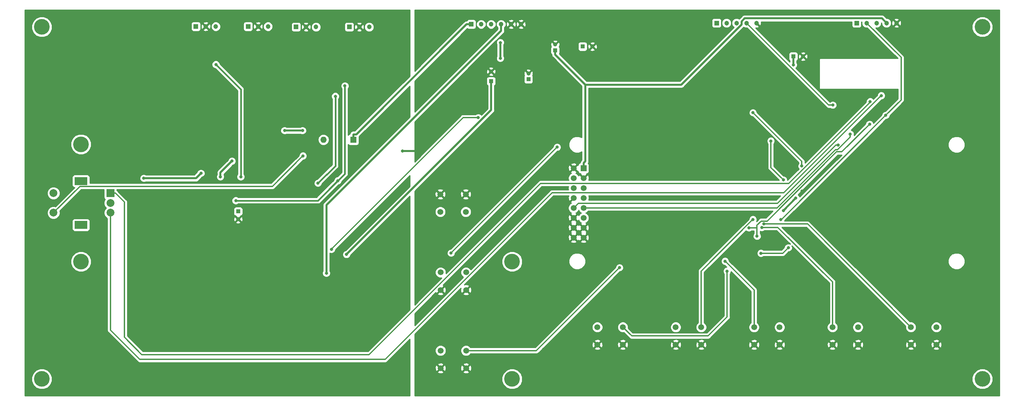
<source format=gbr>
G04 #@! TF.GenerationSoftware,KiCad,Pcbnew,5.0.0+dfsg1-2*
G04 #@! TF.CreationDate,2018-09-13T03:31:39+05:00*
G04 #@! TF.ProjectId,mainboard,6D61696E626F6172642E6B696361645F,rev?*
G04 #@! TF.SameCoordinates,Original*
G04 #@! TF.FileFunction,Copper,L2,Bot,Signal*
G04 #@! TF.FilePolarity,Positive*
%FSLAX46Y46*%
G04 Gerber Fmt 4.6, Leading zero omitted, Abs format (unit mm)*
G04 Created by KiCad (PCBNEW 5.0.0+dfsg1-2) date Thu Sep 13 03:31:39 2018*
%MOMM*%
%LPD*%
G01*
G04 APERTURE LIST*
G04 #@! TA.AperFunction,ComponentPad*
%ADD10C,2.000000*%
G04 #@! TD*
G04 #@! TA.AperFunction,ComponentPad*
%ADD11R,3.200000X2.000000*%
G04 #@! TD*
G04 #@! TA.AperFunction,ComponentPad*
%ADD12R,2.000000X2.000000*%
G04 #@! TD*
G04 #@! TA.AperFunction,ComponentPad*
%ADD13R,1.600000X1.600000*%
G04 #@! TD*
G04 #@! TA.AperFunction,ComponentPad*
%ADD14O,1.600000X1.600000*%
G04 #@! TD*
G04 #@! TA.AperFunction,ComponentPad*
%ADD15R,1.200000X1.200000*%
G04 #@! TD*
G04 #@! TA.AperFunction,ComponentPad*
%ADD16C,1.200000*%
G04 #@! TD*
G04 #@! TA.AperFunction,ComponentPad*
%ADD17R,1.500000X1.500000*%
G04 #@! TD*
G04 #@! TA.AperFunction,ComponentPad*
%ADD18C,1.500000*%
G04 #@! TD*
G04 #@! TA.AperFunction,ComponentPad*
%ADD19R,1.050000X1.050000*%
G04 #@! TD*
G04 #@! TA.AperFunction,ComponentPad*
%ADD20C,1.050000*%
G04 #@! TD*
G04 #@! TA.AperFunction,ComponentPad*
%ADD21C,1.100000*%
G04 #@! TD*
G04 #@! TA.AperFunction,ComponentPad*
%ADD22R,1.100000X1.100000*%
G04 #@! TD*
G04 #@! TA.AperFunction,ViaPad*
%ADD23C,4.000000*%
G04 #@! TD*
G04 #@! TA.AperFunction,ViaPad*
%ADD24C,0.800000*%
G04 #@! TD*
G04 #@! TA.AperFunction,Conductor*
%ADD25C,0.300000*%
G04 #@! TD*
G04 #@! TA.AperFunction,Conductor*
%ADD26C,0.500000*%
G04 #@! TD*
G04 #@! TA.AperFunction,Conductor*
%ADD27C,0.400000*%
G04 #@! TD*
G04 #@! TA.AperFunction,Conductor*
%ADD28C,0.254000*%
G04 #@! TD*
G04 APERTURE END LIST*
D10*
G04 #@! TO.P,BR1,S1*
G04 #@! TO.N,/RE_BTN*
X357993000Y-202510000D03*
G04 #@! TO.P,BR1,S2*
G04 #@! TO.N,GND*
X357993000Y-197510000D03*
D11*
G04 #@! TO.P,BR1,MP*
G04 #@! TO.N,N/C*
X364993000Y-205610000D03*
X364993000Y-194410000D03*
D10*
G04 #@! TO.P,BR1,B*
G04 #@! TO.N,/RE_B*
X372493000Y-202510000D03*
G04 #@! TO.P,BR1,C*
G04 #@! TO.N,GND*
X372493000Y-200010000D03*
D12*
G04 #@! TO.P,BR1,A*
G04 #@! TO.N,/RE_A*
X372493000Y-197510000D03*
G04 #@! TD*
D13*
G04 #@! TO.P,VD1,1*
G04 #@! TO.N,+5V*
X434490000Y-183820000D03*
D14*
G04 #@! TO.P,VD1,2*
G04 #@! TO.N,Net-(K1-Pad10)*
X426870000Y-183820000D03*
G04 #@! TD*
D15*
G04 #@! TO.P,X2,1*
G04 #@! TO.N,/SCL*
X562920000Y-154000000D03*
D16*
G04 #@! TO.P,X2,2*
G04 #@! TO.N,/SDA*
X565460000Y-154000000D03*
G04 #@! TO.P,X2,3*
G04 #@! TO.N,/ONEWIRE*
X568000000Y-154000000D03*
G04 #@! TO.P,X2,4*
G04 #@! TO.N,+5V*
X570540000Y-154000000D03*
G04 #@! TO.P,X2,5*
G04 #@! TO.N,GND*
X573080000Y-154000000D03*
G04 #@! TD*
D17*
G04 #@! TO.P,D1,1*
G04 #@! TO.N,+5V*
X493240000Y-191110000D03*
D18*
G04 #@! TO.P,D1,2*
G04 #@! TO.N,GND*
X490700000Y-191110000D03*
G04 #@! TO.P,D1,3*
X493240000Y-193650000D03*
G04 #@! TO.P,D1,4*
G04 #@! TO.N,/RES*
X490700000Y-193650000D03*
G04 #@! TO.P,D1,5*
G04 #@! TO.N,/CS0*
X493240000Y-196190000D03*
G04 #@! TO.P,D1,6*
G04 #@! TO.N,/DC*
X490700000Y-196190000D03*
G04 #@! TO.P,D1,7*
G04 #@! TO.N,GND*
X493240000Y-198730000D03*
G04 #@! TO.P,D1,8*
X490700000Y-198730000D03*
G04 #@! TO.P,D1,9*
G04 #@! TO.N,/SCLK*
X493240000Y-201270000D03*
G04 #@! TO.P,D1,10*
G04 #@! TO.N,/MOSI*
X490700000Y-201270000D03*
G04 #@! TO.P,D1,11*
G04 #@! TO.N,Net-(D1-Pad11)*
X493240000Y-203810000D03*
G04 #@! TO.P,D1,12*
G04 #@! TO.N,GND*
X490700000Y-203810000D03*
G04 #@! TO.P,D1,13*
X493240000Y-206350000D03*
G04 #@! TO.P,D1,14*
X490700000Y-206350000D03*
G04 #@! TO.P,D1,15*
X493240000Y-208890000D03*
G04 #@! TO.P,D1,16*
X490700000Y-208890000D03*
G04 #@! TD*
D19*
G04 #@! TO.P,C5,1*
G04 #@! TO.N,Net-(C5-Pad1)*
X405105000Y-202140000D03*
D20*
G04 #@! TO.P,C5,2*
G04 #@! TO.N,AGND*
X405105000Y-204140000D03*
G04 #@! TD*
G04 #@! TO.P,C6,2*
G04 #@! TO.N,GND*
X486000000Y-159500000D03*
D19*
G04 #@! TO.P,C6,1*
G04 #@! TO.N,+5V*
X486000000Y-161000000D03*
G04 #@! TD*
D21*
G04 #@! TO.P,C7,2*
G04 #@! TO.N,GND*
X469645000Y-166390000D03*
D22*
G04 #@! TO.P,C7,1*
G04 #@! TO.N,+12V*
X469645000Y-168890000D03*
G04 #@! TD*
G04 #@! TO.P,C8,1*
G04 #@! TO.N,+3V3*
X493000000Y-160000000D03*
D21*
G04 #@! TO.P,C8,2*
G04 #@! TO.N,GND*
X495500000Y-160000000D03*
G04 #@! TD*
D19*
G04 #@! TO.P,C9,1*
G04 #@! TO.N,+9V*
X479170000Y-168390000D03*
D20*
G04 #@! TO.P,C9,2*
G04 #@! TO.N,GND*
X479170000Y-166890000D03*
G04 #@! TD*
D22*
G04 #@! TO.P,C15,1*
G04 #@! TO.N,+3V3*
X546750000Y-162545000D03*
D21*
G04 #@! TO.P,C15,2*
G04 #@! TO.N,GND*
X549250000Y-162545000D03*
G04 #@! TD*
D18*
G04 #@! TO.P,SB1,1*
G04 #@! TO.N,/B_DISPLAY*
X583250000Y-231750000D03*
G04 #@! TO.P,SB1,2*
X576750000Y-231750000D03*
G04 #@! TO.P,SB1,3*
G04 #@! TO.N,GND*
X583250000Y-236250000D03*
G04 #@! TO.P,SB1,4*
X576750000Y-236250000D03*
G04 #@! TD*
G04 #@! TO.P,SB2,4*
G04 #@! TO.N,GND*
X516750000Y-236250000D03*
G04 #@! TO.P,SB2,3*
X523250000Y-236250000D03*
G04 #@! TO.P,SB2,2*
G04 #@! TO.N,/B_MUTE*
X516750000Y-231750000D03*
G04 #@! TO.P,SB2,1*
X523250000Y-231750000D03*
G04 #@! TD*
G04 #@! TO.P,SB3,1*
G04 #@! TO.N,/B_INPUT*
X563250000Y-231750000D03*
G04 #@! TO.P,SB3,2*
X556750000Y-231750000D03*
G04 #@! TO.P,SB3,3*
G04 #@! TO.N,GND*
X563250000Y-236250000D03*
G04 #@! TO.P,SB3,4*
X556750000Y-236250000D03*
G04 #@! TD*
G04 #@! TO.P,SB4,4*
G04 #@! TO.N,GND*
X463185000Y-197775000D03*
G04 #@! TO.P,SB4,3*
X456685000Y-197775000D03*
G04 #@! TO.P,SB4,2*
G04 #@! TO.N,/B_PHONES*
X463185000Y-202275000D03*
G04 #@! TO.P,SB4,1*
X456685000Y-202275000D03*
G04 #@! TD*
G04 #@! TO.P,SB5,4*
G04 #@! TO.N,GND*
X536750000Y-236250000D03*
G04 #@! TO.P,SB5,3*
X543250000Y-236250000D03*
G04 #@! TO.P,SB5,2*
G04 #@! TO.N,/B_DEFEAT*
X536750000Y-231750000D03*
G04 #@! TO.P,SB5,1*
X543250000Y-231750000D03*
G04 #@! TD*
G04 #@! TO.P,SB6,4*
G04 #@! TO.N,GND*
X496750000Y-236250000D03*
G04 #@! TO.P,SB6,3*
X503250000Y-236250000D03*
G04 #@! TO.P,SB6,2*
G04 #@! TO.N,/B_SETTINGS*
X496750000Y-231750000D03*
G04 #@! TO.P,SB6,1*
X503250000Y-231750000D03*
G04 #@! TD*
G04 #@! TO.P,SB7,1*
G04 #@! TO.N,/B_PLUS*
X463250000Y-217750000D03*
G04 #@! TO.P,SB7,2*
X456750000Y-217750000D03*
G04 #@! TO.P,SB7,3*
G04 #@! TO.N,GND*
X463250000Y-222250000D03*
G04 #@! TO.P,SB7,4*
X456750000Y-222250000D03*
G04 #@! TD*
G04 #@! TO.P,SB8,1*
G04 #@! TO.N,/B_MINUS*
X463250000Y-237750000D03*
G04 #@! TO.P,SB8,2*
X456750000Y-237750000D03*
G04 #@! TO.P,SB8,3*
G04 #@! TO.N,GND*
X463250000Y-242250000D03*
G04 #@! TO.P,SB8,4*
X456750000Y-242250000D03*
G04 #@! TD*
D15*
G04 #@! TO.P,X1,1*
G04 #@! TO.N,+5V*
X464565000Y-154305000D03*
D16*
G04 #@! TO.P,X1,2*
X467105000Y-154305000D03*
G04 #@! TO.P,X1,3*
G04 #@! TO.N,+12V*
X469645000Y-154305000D03*
G04 #@! TO.P,X1,4*
G04 #@! TO.N,-12V*
X472185000Y-154305000D03*
G04 #@! TO.P,X1,5*
G04 #@! TO.N,GND*
X474725000Y-154305000D03*
G04 #@! TO.P,X1,6*
X477265000Y-154305000D03*
G04 #@! TD*
D15*
G04 #@! TO.P,X3,1*
G04 #@! TO.N,Net-(C1-Pad1)*
X407645000Y-154880000D03*
D16*
G04 #@! TO.P,X3,2*
G04 #@! TO.N,AGND*
X410185000Y-154880000D03*
G04 #@! TO.P,X3,3*
G04 #@! TO.N,Net-(C2-Pad1)*
X412725000Y-154880000D03*
G04 #@! TD*
D15*
G04 #@! TO.P,X4,1*
G04 #@! TO.N,Net-(C3-Pad1)*
X394310000Y-154880000D03*
D16*
G04 #@! TO.P,X4,2*
G04 #@! TO.N,AGND*
X396850000Y-154880000D03*
G04 #@! TO.P,X4,3*
G04 #@! TO.N,Net-(C4-Pad1)*
X399390000Y-154880000D03*
G04 #@! TD*
D15*
G04 #@! TO.P,X5,1*
G04 #@! TO.N,Net-(K1-Pad8)*
X419885000Y-155000000D03*
D16*
G04 #@! TO.P,X5,2*
G04 #@! TO.N,AGND*
X422425000Y-155000000D03*
G04 #@! TO.P,X5,3*
G04 #@! TO.N,Net-(K1-Pad3)*
X424965000Y-155000000D03*
G04 #@! TD*
G04 #@! TO.P,X6,3*
G04 #@! TO.N,Net-(K1-Pad5)*
X438540000Y-155000000D03*
G04 #@! TO.P,X6,2*
G04 #@! TO.N,AGND*
X436000000Y-155000000D03*
D15*
G04 #@! TO.P,X6,1*
G04 #@! TO.N,Net-(K1-Pad6)*
X433460000Y-155000000D03*
G04 #@! TD*
G04 #@! TO.P,X7,1*
G04 #@! TO.N,Net-(R25-Pad1)*
X527185000Y-154000000D03*
D16*
G04 #@! TO.P,X7,2*
G04 #@! TO.N,Net-(R26-Pad1)*
X529725000Y-154000000D03*
G04 #@! TO.P,X7,3*
G04 #@! TO.N,/RXD*
X532265000Y-154000000D03*
G04 #@! TO.P,X7,4*
G04 #@! TO.N,/TXD*
X534805000Y-154000000D03*
G04 #@! TO.P,X7,5*
G04 #@! TO.N,GND*
X537345000Y-154000000D03*
G04 #@! TD*
D23*
G04 #@! TO.N,*
X355000000Y-155000000D03*
X355000000Y-245000000D03*
X595000000Y-245000000D03*
X595000000Y-155000000D03*
X475000000Y-245000000D03*
X475000000Y-215000000D03*
X365000000Y-185000000D03*
X365000000Y-215000000D03*
D24*
G04 #@! TO.N,/RE_BTN*
X421640000Y-187959999D03*
G04 #@! TO.N,GND*
X570480700Y-171564000D03*
X556819200Y-189611100D03*
X565885700Y-178717100D03*
X548067500Y-170312800D03*
X470675400Y-186047700D03*
X556936500Y-171843900D03*
X495999986Y-164000000D03*
X549000000Y-197000000D03*
X555000000Y-197000000D03*
X416941000Y-181483000D03*
X421513000Y-181483000D03*
X395605000Y-192405000D03*
X381000000Y-193675000D03*
X447040000Y-186690000D03*
X539750000Y-198755000D03*
X532765000Y-198755000D03*
X496316000Y-198755000D03*
X543560000Y-171450000D03*
G04 #@! TO.N,/RE_B*
X569188000Y-172552200D03*
G04 #@! TO.N,/RE_A*
X566367500Y-174066700D03*
G04 #@! TO.N,Net-(C4-Pad2)*
X405765000Y-193294000D03*
X399415000Y-164592002D03*
G04 #@! TO.N,AGND*
X391160000Y-170180000D03*
X395605000Y-170180000D03*
X395605000Y-205739986D03*
X400050000Y-205740000D03*
X394335000Y-208280000D03*
X404495000Y-182880000D03*
X379095000Y-184784998D03*
X401955000Y-193294000D03*
X399415004Y-189230000D03*
G04 #@! TO.N,+12V*
X432740900Y-213155500D03*
X472000000Y-159000000D03*
X472000000Y-163000000D03*
G04 #@! TO.N,+3V3*
X544195000Y-201930000D03*
X547370000Y-198755000D03*
X546734996Y-164680010D03*
G04 #@! TO.N,+9V*
X403515300Y-189283100D03*
X400558000Y-193294000D03*
G04 #@! TO.N,/B_DISPLAY*
X539245398Y-205388642D03*
G04 #@! TO.N,/B_MUTE*
X536448000Y-204216000D03*
G04 #@! TO.N,/B_INPUT*
X538734000Y-206248000D03*
G04 #@! TO.N,/B_DEFEAT*
X529336000Y-214884000D03*
G04 #@! TO.N,/B_SETTINGS*
X529844000Y-217423992D03*
G04 #@! TO.N,/B_MINUS*
X502411998Y-216535000D03*
G04 #@! TO.N,/SCLK*
X561264300Y-182421200D03*
G04 #@! TO.N,/MOSI*
X558165000Y-185166000D03*
G04 #@! TO.N,/LOUT*
X425450000Y-194945000D03*
X429895000Y-172720000D03*
G04 #@! TO.N,/ROUT*
X432336900Y-170063200D03*
X430530000Y-194310000D03*
X404495000Y-199390000D03*
G04 #@! TO.N,/SDA*
X570337700Y-177575000D03*
X543560000Y-204216000D03*
G04 #@! TO.N,/SCL*
X566210700Y-179881300D03*
X537500000Y-208500004D03*
X535432000Y-206375000D03*
G04 #@! TO.N,/ADC6*
X466375000Y-178177400D03*
X428878999Y-211836000D03*
G04 #@! TO.N,-12V*
X427609000Y-217932000D03*
G04 #@! TO.N,/ADC7*
X486493100Y-185727600D03*
X459415000Y-212805700D03*
G04 #@! TO.N,/BINT*
X545465000Y-211455000D03*
X544195000Y-194100000D03*
X541020000Y-184150000D03*
X538480000Y-212852000D03*
G04 #@! TO.N,/IO0*
X548919500Y-190568400D03*
X536447998Y-176911000D03*
G04 #@! TO.N,/TXD*
X556809700Y-174972900D03*
G04 #@! TD*
D25*
G04 #@! TO.N,/RE_BTN*
X364742600Y-195760400D02*
X413839599Y-195760400D01*
X421240001Y-188359998D02*
X421640000Y-187959999D01*
X413839599Y-195760400D02*
X421240001Y-188359998D01*
X357993000Y-202510000D02*
X364742600Y-195760400D01*
D26*
G04 #@! TO.N,GND*
X416941000Y-181483000D02*
X421513000Y-181483000D01*
X394335000Y-193675000D02*
X381565685Y-193675000D01*
X395605000Y-192405000D02*
X394335000Y-193675000D01*
X381565685Y-193675000D02*
X381000000Y-193675000D01*
X451255500Y-186690000D02*
X447605685Y-186690000D01*
X447605685Y-186690000D02*
X447040000Y-186690000D01*
X452274100Y-185671400D02*
X451255500Y-186690000D01*
X539750000Y-198755000D02*
X532765000Y-198755000D01*
D25*
G04 #@! TO.N,/RE_B*
X485206600Y-197389300D02*
X544350900Y-197389300D01*
X372493000Y-202510000D02*
X372493000Y-232493000D01*
X568788001Y-172952199D02*
X569188000Y-172552200D01*
X372493000Y-232493000D02*
X380000000Y-240000000D01*
X442595900Y-240000000D02*
X485206600Y-197389300D01*
X544350900Y-197389300D02*
X568788001Y-172952199D01*
X380000000Y-240000000D02*
X442595900Y-240000000D01*
G04 #@! TO.N,/RE_A*
X566367500Y-174236000D02*
X566367500Y-174066700D01*
X482295700Y-194990700D02*
X545612800Y-194990700D01*
X545612800Y-194990700D02*
X566367500Y-174236000D01*
X373793000Y-197510000D02*
X376047000Y-199764000D01*
X380492000Y-238760000D02*
X438526400Y-238760000D01*
X372493000Y-197510000D02*
X373793000Y-197510000D01*
X376047000Y-199764000D02*
X376047000Y-234315000D01*
X376047000Y-234315000D02*
X380492000Y-238760000D01*
X438526400Y-238760000D02*
X482295700Y-194990700D01*
D27*
G04 #@! TO.N,Net-(C4-Pad2)*
X405765000Y-193294000D02*
X405765000Y-170942002D01*
X399814999Y-164992001D02*
X399415000Y-164592002D01*
X405765000Y-170942002D02*
X399814999Y-164992001D01*
D26*
G04 #@! TO.N,+5V*
X493672400Y-169747700D02*
X486000000Y-162075300D01*
X493240000Y-189809700D02*
X493672400Y-189377300D01*
X493672400Y-189377300D02*
X493672400Y-169747700D01*
X493672400Y-169747700D02*
X518158600Y-169747700D01*
X518158600Y-169747700D02*
X533535000Y-154371300D01*
X533535000Y-154371300D02*
X533535000Y-153610400D01*
X533535000Y-153610400D02*
X534333900Y-152811500D01*
X534333900Y-152811500D02*
X569351500Y-152811500D01*
X569351500Y-152811500D02*
X570540000Y-154000000D01*
X493240000Y-191110000D02*
X493240000Y-189809700D01*
X486000000Y-161000000D02*
X486000000Y-162075300D01*
X434490000Y-183820000D02*
X434490000Y-182469700D01*
X464565000Y-154305000D02*
X463414700Y-154305000D01*
X463414700Y-154305000D02*
X435250000Y-182469700D01*
X435250000Y-182469700D02*
X434490000Y-182469700D01*
G04 #@! TO.N,+12V*
X432740900Y-213155500D02*
X469645000Y-176251400D01*
X469645000Y-176251400D02*
X469645000Y-168890000D01*
X472000000Y-159000000D02*
X472000000Y-163000000D01*
G04 #@! TO.N,+3V3*
X544195000Y-201930000D02*
X547370000Y-198755000D01*
X546750000Y-162545000D02*
X546750000Y-164665006D01*
X546750000Y-164665006D02*
X546734996Y-164680010D01*
G04 #@! TO.N,+9V*
X403515300Y-189283100D02*
X400558000Y-192240400D01*
X400558000Y-192240400D02*
X400558000Y-192728315D01*
X400558000Y-192728315D02*
X400558000Y-193294000D01*
D25*
G04 #@! TO.N,/B_DISPLAY*
X576750000Y-231750000D02*
X550388642Y-205388642D01*
X550388642Y-205388642D02*
X539811083Y-205388642D01*
X539811083Y-205388642D02*
X539245398Y-205388642D01*
G04 #@! TO.N,/B_MUTE*
X523250000Y-217414000D02*
X536048001Y-204615999D01*
X536048001Y-204615999D02*
X536448000Y-204216000D01*
X523250000Y-231750000D02*
X523250000Y-217414000D01*
G04 #@! TO.N,/B_INPUT*
X542798000Y-206248000D02*
X539299685Y-206248000D01*
X539299685Y-206248000D02*
X538734000Y-206248000D01*
X556750000Y-231750000D02*
X556750000Y-220200000D01*
X556750000Y-220200000D02*
X542798000Y-206248000D01*
G04 #@! TO.N,/B_DEFEAT*
X536750000Y-231750000D02*
X536750000Y-222298000D01*
X529735999Y-215283999D02*
X529336000Y-214884000D01*
X536750000Y-222298000D02*
X529735999Y-215283999D01*
G04 #@! TO.N,/B_SETTINGS*
X525000000Y-234000000D02*
X529844000Y-229156000D01*
X505500000Y-234000000D02*
X525000000Y-234000000D01*
X529844000Y-229156000D02*
X529844000Y-217989677D01*
X503250000Y-231750000D02*
X505500000Y-234000000D01*
X529844000Y-217989677D02*
X529844000Y-217423992D01*
G04 #@! TO.N,/B_MINUS*
X463250000Y-237750000D02*
X481196998Y-237750000D01*
X502011999Y-216934999D02*
X502411998Y-216535000D01*
X481196998Y-237750000D02*
X502011999Y-216934999D01*
G04 #@! TO.N,/SCLK*
X561264300Y-183176704D02*
X558017002Y-186424002D01*
X494300660Y-201270000D02*
X493240000Y-201270000D01*
X557498298Y-186424002D02*
X542652300Y-201270000D01*
X558017002Y-186424002D02*
X557498298Y-186424002D01*
X542652300Y-201270000D02*
X494300660Y-201270000D01*
X561264300Y-182421200D02*
X561264300Y-183176704D01*
G04 #@! TO.N,/MOSI*
X490700000Y-201270000D02*
X491899300Y-200070700D01*
X542694615Y-200070700D02*
X557599315Y-185166000D01*
X557599315Y-185166000D02*
X558165000Y-185166000D01*
X491899300Y-200070700D02*
X542694615Y-200070700D01*
D27*
G04 #@! TO.N,/LOUT*
X425450000Y-194945000D02*
X429895000Y-190500000D01*
X429895000Y-190500000D02*
X429895000Y-173285685D01*
X429895000Y-173285685D02*
X429895000Y-172720000D01*
G04 #@! TO.N,/ROUT*
X432336900Y-170063200D02*
X432336900Y-192522300D01*
X432336900Y-192522300D02*
X426598200Y-198261000D01*
X430130001Y-194709999D02*
X430530000Y-194310000D01*
X426598200Y-198261000D02*
X426598200Y-198241800D01*
X426598200Y-198241800D02*
X430130001Y-194709999D01*
X426598200Y-198261000D02*
X425469200Y-199390000D01*
X425469200Y-199390000D02*
X405060685Y-199390000D01*
X405060685Y-199390000D02*
X404495000Y-199390000D01*
D25*
G04 #@! TO.N,/SDA*
X565460000Y-154000000D02*
X574253200Y-162793200D01*
X574253200Y-162793200D02*
X574253200Y-173659500D01*
X574253200Y-173659500D02*
X570337700Y-177575000D01*
X543696700Y-204216000D02*
X543560000Y-204216000D01*
X570337700Y-177575000D02*
X543696700Y-204216000D01*
G04 #@! TO.N,/SCL*
X566210700Y-179881300D02*
X559167987Y-186924013D01*
X537500000Y-207934319D02*
X537500000Y-208500004D01*
X559167987Y-186924013D02*
X557784987Y-186924013D01*
X557784987Y-186924013D02*
X540070360Y-204638640D01*
X540070360Y-204638640D02*
X538565360Y-204638640D01*
X538565360Y-204638640D02*
X537500000Y-205704000D01*
X535432000Y-206432004D02*
X535432000Y-206375000D01*
X535432000Y-206375000D02*
X537500000Y-206375000D01*
X537500000Y-205704000D02*
X537500000Y-206375000D01*
X537500000Y-206375000D02*
X537500000Y-207934319D01*
G04 #@! TO.N,/ADC6*
X429278998Y-211436001D02*
X428878999Y-211836000D01*
X462537599Y-178177400D02*
X429278998Y-211436001D01*
X466375000Y-178177400D02*
X462537599Y-178177400D01*
D26*
G04 #@! TO.N,-12V*
X472185000Y-155966004D02*
X427609000Y-200542004D01*
X427609000Y-200542004D02*
X427609000Y-217366315D01*
X427609000Y-217366315D02*
X427609000Y-217932000D01*
X472185000Y-154305000D02*
X472185000Y-155966004D01*
D25*
G04 #@! TO.N,/ADC7*
X459415000Y-212805700D02*
X486493100Y-185727600D01*
G04 #@! TO.N,/BINT*
X544195000Y-194100000D02*
X541020000Y-190925000D01*
X541020000Y-190925000D02*
X541020000Y-184150000D01*
X538988000Y-212852000D02*
X538480000Y-212852000D01*
X545465000Y-211455000D02*
X544068000Y-212852000D01*
X544068000Y-212852000D02*
X538988000Y-212852000D01*
G04 #@! TO.N,/IO0*
X548919500Y-189382502D02*
X536847997Y-177310999D01*
X536847997Y-177310999D02*
X536447998Y-176911000D01*
X548919500Y-190568400D02*
X548919500Y-189382502D01*
G04 #@! TO.N,/TXD*
X556809700Y-174972900D02*
X555777900Y-174972900D01*
X555777900Y-174972900D02*
X534805000Y-154000000D01*
G04 #@! TD*
D28*
G04 #@! TO.N,GND*
G36*
X599315000Y-249315000D02*
X450127000Y-249315000D01*
X450127000Y-244475866D01*
X472365000Y-244475866D01*
X472365000Y-245524134D01*
X472766155Y-246492608D01*
X473507392Y-247233845D01*
X474475866Y-247635000D01*
X475524134Y-247635000D01*
X476492608Y-247233845D01*
X477233845Y-246492608D01*
X477635000Y-245524134D01*
X477635000Y-244475866D01*
X592365000Y-244475866D01*
X592365000Y-245524134D01*
X592766155Y-246492608D01*
X593507392Y-247233845D01*
X594475866Y-247635000D01*
X595524134Y-247635000D01*
X596492608Y-247233845D01*
X597233845Y-246492608D01*
X597635000Y-245524134D01*
X597635000Y-244475866D01*
X597233845Y-243507392D01*
X596492608Y-242766155D01*
X595524134Y-242365000D01*
X594475866Y-242365000D01*
X593507392Y-242766155D01*
X592766155Y-243507392D01*
X592365000Y-244475866D01*
X477635000Y-244475866D01*
X477233845Y-243507392D01*
X476492608Y-242766155D01*
X475524134Y-242365000D01*
X474475866Y-242365000D01*
X473507392Y-242766155D01*
X472766155Y-243507392D01*
X472365000Y-244475866D01*
X450127000Y-244475866D01*
X450127000Y-243221517D01*
X455958088Y-243221517D01*
X456026077Y-243462460D01*
X456545171Y-243647201D01*
X457095448Y-243619230D01*
X457473923Y-243462460D01*
X457541912Y-243221517D01*
X462458088Y-243221517D01*
X462526077Y-243462460D01*
X463045171Y-243647201D01*
X463595448Y-243619230D01*
X463973923Y-243462460D01*
X464041912Y-243221517D01*
X463250000Y-242429605D01*
X462458088Y-243221517D01*
X457541912Y-243221517D01*
X456750000Y-242429605D01*
X455958088Y-243221517D01*
X450127000Y-243221517D01*
X450127000Y-242045171D01*
X455352799Y-242045171D01*
X455380770Y-242595448D01*
X455537540Y-242973923D01*
X455778483Y-243041912D01*
X456570395Y-242250000D01*
X456929605Y-242250000D01*
X457721517Y-243041912D01*
X457962460Y-242973923D01*
X458147201Y-242454829D01*
X458126378Y-242045171D01*
X461852799Y-242045171D01*
X461880770Y-242595448D01*
X462037540Y-242973923D01*
X462278483Y-243041912D01*
X463070395Y-242250000D01*
X463429605Y-242250000D01*
X464221517Y-243041912D01*
X464462460Y-242973923D01*
X464647201Y-242454829D01*
X464619230Y-241904552D01*
X464462460Y-241526077D01*
X464221517Y-241458088D01*
X463429605Y-242250000D01*
X463070395Y-242250000D01*
X462278483Y-241458088D01*
X462037540Y-241526077D01*
X461852799Y-242045171D01*
X458126378Y-242045171D01*
X458119230Y-241904552D01*
X457962460Y-241526077D01*
X457721517Y-241458088D01*
X456929605Y-242250000D01*
X456570395Y-242250000D01*
X455778483Y-241458088D01*
X455537540Y-241526077D01*
X455352799Y-242045171D01*
X450127000Y-242045171D01*
X450127000Y-241278483D01*
X455958088Y-241278483D01*
X456750000Y-242070395D01*
X457541912Y-241278483D01*
X462458088Y-241278483D01*
X463250000Y-242070395D01*
X464041912Y-241278483D01*
X463973923Y-241037540D01*
X463454829Y-240852799D01*
X462904552Y-240880770D01*
X462526077Y-241037540D01*
X462458088Y-241278483D01*
X457541912Y-241278483D01*
X457473923Y-241037540D01*
X456954829Y-240852799D01*
X456404552Y-240880770D01*
X456026077Y-241037540D01*
X455958088Y-241278483D01*
X450127000Y-241278483D01*
X450127000Y-237474506D01*
X455365000Y-237474506D01*
X455365000Y-238025494D01*
X455575853Y-238534540D01*
X455965460Y-238924147D01*
X456474506Y-239135000D01*
X457025494Y-239135000D01*
X457534540Y-238924147D01*
X457924147Y-238534540D01*
X458135000Y-238025494D01*
X458135000Y-237474506D01*
X461865000Y-237474506D01*
X461865000Y-238025494D01*
X462075853Y-238534540D01*
X462465460Y-238924147D01*
X462974506Y-239135000D01*
X463525494Y-239135000D01*
X464034540Y-238924147D01*
X464423687Y-238535000D01*
X481119686Y-238535000D01*
X481196998Y-238550378D01*
X481274310Y-238535000D01*
X481274314Y-238535000D01*
X481503290Y-238489454D01*
X481762951Y-238315953D01*
X481806747Y-238250408D01*
X482835638Y-237221517D01*
X495958088Y-237221517D01*
X496026077Y-237462460D01*
X496545171Y-237647201D01*
X497095448Y-237619230D01*
X497473923Y-237462460D01*
X497541912Y-237221517D01*
X502458088Y-237221517D01*
X502526077Y-237462460D01*
X503045171Y-237647201D01*
X503595448Y-237619230D01*
X503973923Y-237462460D01*
X504041912Y-237221517D01*
X515958088Y-237221517D01*
X516026077Y-237462460D01*
X516545171Y-237647201D01*
X517095448Y-237619230D01*
X517473923Y-237462460D01*
X517541912Y-237221517D01*
X522458088Y-237221517D01*
X522526077Y-237462460D01*
X523045171Y-237647201D01*
X523595448Y-237619230D01*
X523973923Y-237462460D01*
X524041912Y-237221517D01*
X535958088Y-237221517D01*
X536026077Y-237462460D01*
X536545171Y-237647201D01*
X537095448Y-237619230D01*
X537473923Y-237462460D01*
X537541912Y-237221517D01*
X542458088Y-237221517D01*
X542526077Y-237462460D01*
X543045171Y-237647201D01*
X543595448Y-237619230D01*
X543973923Y-237462460D01*
X544041912Y-237221517D01*
X555958088Y-237221517D01*
X556026077Y-237462460D01*
X556545171Y-237647201D01*
X557095448Y-237619230D01*
X557473923Y-237462460D01*
X557541912Y-237221517D01*
X562458088Y-237221517D01*
X562526077Y-237462460D01*
X563045171Y-237647201D01*
X563595448Y-237619230D01*
X563973923Y-237462460D01*
X564041912Y-237221517D01*
X575958088Y-237221517D01*
X576026077Y-237462460D01*
X576545171Y-237647201D01*
X577095448Y-237619230D01*
X577473923Y-237462460D01*
X577541912Y-237221517D01*
X582458088Y-237221517D01*
X582526077Y-237462460D01*
X583045171Y-237647201D01*
X583595448Y-237619230D01*
X583973923Y-237462460D01*
X584041912Y-237221517D01*
X583250000Y-236429605D01*
X582458088Y-237221517D01*
X577541912Y-237221517D01*
X576750000Y-236429605D01*
X575958088Y-237221517D01*
X564041912Y-237221517D01*
X563250000Y-236429605D01*
X562458088Y-237221517D01*
X557541912Y-237221517D01*
X556750000Y-236429605D01*
X555958088Y-237221517D01*
X544041912Y-237221517D01*
X543250000Y-236429605D01*
X542458088Y-237221517D01*
X537541912Y-237221517D01*
X536750000Y-236429605D01*
X535958088Y-237221517D01*
X524041912Y-237221517D01*
X523250000Y-236429605D01*
X522458088Y-237221517D01*
X517541912Y-237221517D01*
X516750000Y-236429605D01*
X515958088Y-237221517D01*
X504041912Y-237221517D01*
X503250000Y-236429605D01*
X502458088Y-237221517D01*
X497541912Y-237221517D01*
X496750000Y-236429605D01*
X495958088Y-237221517D01*
X482835638Y-237221517D01*
X484011984Y-236045171D01*
X495352799Y-236045171D01*
X495380770Y-236595448D01*
X495537540Y-236973923D01*
X495778483Y-237041912D01*
X496570395Y-236250000D01*
X496929605Y-236250000D01*
X497721517Y-237041912D01*
X497962460Y-236973923D01*
X498147201Y-236454829D01*
X498126378Y-236045171D01*
X501852799Y-236045171D01*
X501880770Y-236595448D01*
X502037540Y-236973923D01*
X502278483Y-237041912D01*
X503070395Y-236250000D01*
X503429605Y-236250000D01*
X504221517Y-237041912D01*
X504462460Y-236973923D01*
X504647201Y-236454829D01*
X504626378Y-236045171D01*
X515352799Y-236045171D01*
X515380770Y-236595448D01*
X515537540Y-236973923D01*
X515778483Y-237041912D01*
X516570395Y-236250000D01*
X516929605Y-236250000D01*
X517721517Y-237041912D01*
X517962460Y-236973923D01*
X518147201Y-236454829D01*
X518126378Y-236045171D01*
X521852799Y-236045171D01*
X521880770Y-236595448D01*
X522037540Y-236973923D01*
X522278483Y-237041912D01*
X523070395Y-236250000D01*
X523429605Y-236250000D01*
X524221517Y-237041912D01*
X524462460Y-236973923D01*
X524647201Y-236454829D01*
X524626378Y-236045171D01*
X535352799Y-236045171D01*
X535380770Y-236595448D01*
X535537540Y-236973923D01*
X535778483Y-237041912D01*
X536570395Y-236250000D01*
X536929605Y-236250000D01*
X537721517Y-237041912D01*
X537962460Y-236973923D01*
X538147201Y-236454829D01*
X538126378Y-236045171D01*
X541852799Y-236045171D01*
X541880770Y-236595448D01*
X542037540Y-236973923D01*
X542278483Y-237041912D01*
X543070395Y-236250000D01*
X543429605Y-236250000D01*
X544221517Y-237041912D01*
X544462460Y-236973923D01*
X544647201Y-236454829D01*
X544626378Y-236045171D01*
X555352799Y-236045171D01*
X555380770Y-236595448D01*
X555537540Y-236973923D01*
X555778483Y-237041912D01*
X556570395Y-236250000D01*
X556929605Y-236250000D01*
X557721517Y-237041912D01*
X557962460Y-236973923D01*
X558147201Y-236454829D01*
X558126378Y-236045171D01*
X561852799Y-236045171D01*
X561880770Y-236595448D01*
X562037540Y-236973923D01*
X562278483Y-237041912D01*
X563070395Y-236250000D01*
X563429605Y-236250000D01*
X564221517Y-237041912D01*
X564462460Y-236973923D01*
X564647201Y-236454829D01*
X564626378Y-236045171D01*
X575352799Y-236045171D01*
X575380770Y-236595448D01*
X575537540Y-236973923D01*
X575778483Y-237041912D01*
X576570395Y-236250000D01*
X576929605Y-236250000D01*
X577721517Y-237041912D01*
X577962460Y-236973923D01*
X578147201Y-236454829D01*
X578126378Y-236045171D01*
X581852799Y-236045171D01*
X581880770Y-236595448D01*
X582037540Y-236973923D01*
X582278483Y-237041912D01*
X583070395Y-236250000D01*
X583429605Y-236250000D01*
X584221517Y-237041912D01*
X584462460Y-236973923D01*
X584647201Y-236454829D01*
X584619230Y-235904552D01*
X584462460Y-235526077D01*
X584221517Y-235458088D01*
X583429605Y-236250000D01*
X583070395Y-236250000D01*
X582278483Y-235458088D01*
X582037540Y-235526077D01*
X581852799Y-236045171D01*
X578126378Y-236045171D01*
X578119230Y-235904552D01*
X577962460Y-235526077D01*
X577721517Y-235458088D01*
X576929605Y-236250000D01*
X576570395Y-236250000D01*
X575778483Y-235458088D01*
X575537540Y-235526077D01*
X575352799Y-236045171D01*
X564626378Y-236045171D01*
X564619230Y-235904552D01*
X564462460Y-235526077D01*
X564221517Y-235458088D01*
X563429605Y-236250000D01*
X563070395Y-236250000D01*
X562278483Y-235458088D01*
X562037540Y-235526077D01*
X561852799Y-236045171D01*
X558126378Y-236045171D01*
X558119230Y-235904552D01*
X557962460Y-235526077D01*
X557721517Y-235458088D01*
X556929605Y-236250000D01*
X556570395Y-236250000D01*
X555778483Y-235458088D01*
X555537540Y-235526077D01*
X555352799Y-236045171D01*
X544626378Y-236045171D01*
X544619230Y-235904552D01*
X544462460Y-235526077D01*
X544221517Y-235458088D01*
X543429605Y-236250000D01*
X543070395Y-236250000D01*
X542278483Y-235458088D01*
X542037540Y-235526077D01*
X541852799Y-236045171D01*
X538126378Y-236045171D01*
X538119230Y-235904552D01*
X537962460Y-235526077D01*
X537721517Y-235458088D01*
X536929605Y-236250000D01*
X536570395Y-236250000D01*
X535778483Y-235458088D01*
X535537540Y-235526077D01*
X535352799Y-236045171D01*
X524626378Y-236045171D01*
X524619230Y-235904552D01*
X524462460Y-235526077D01*
X524221517Y-235458088D01*
X523429605Y-236250000D01*
X523070395Y-236250000D01*
X522278483Y-235458088D01*
X522037540Y-235526077D01*
X521852799Y-236045171D01*
X518126378Y-236045171D01*
X518119230Y-235904552D01*
X517962460Y-235526077D01*
X517721517Y-235458088D01*
X516929605Y-236250000D01*
X516570395Y-236250000D01*
X515778483Y-235458088D01*
X515537540Y-235526077D01*
X515352799Y-236045171D01*
X504626378Y-236045171D01*
X504619230Y-235904552D01*
X504462460Y-235526077D01*
X504221517Y-235458088D01*
X503429605Y-236250000D01*
X503070395Y-236250000D01*
X502278483Y-235458088D01*
X502037540Y-235526077D01*
X501852799Y-236045171D01*
X498126378Y-236045171D01*
X498119230Y-235904552D01*
X497962460Y-235526077D01*
X497721517Y-235458088D01*
X496929605Y-236250000D01*
X496570395Y-236250000D01*
X495778483Y-235458088D01*
X495537540Y-235526077D01*
X495352799Y-236045171D01*
X484011984Y-236045171D01*
X484778672Y-235278483D01*
X495958088Y-235278483D01*
X496750000Y-236070395D01*
X497541912Y-235278483D01*
X502458088Y-235278483D01*
X503250000Y-236070395D01*
X504041912Y-235278483D01*
X515958088Y-235278483D01*
X516750000Y-236070395D01*
X517541912Y-235278483D01*
X522458088Y-235278483D01*
X523250000Y-236070395D01*
X524041912Y-235278483D01*
X535958088Y-235278483D01*
X536750000Y-236070395D01*
X537541912Y-235278483D01*
X542458088Y-235278483D01*
X543250000Y-236070395D01*
X544041912Y-235278483D01*
X555958088Y-235278483D01*
X556750000Y-236070395D01*
X557541912Y-235278483D01*
X562458088Y-235278483D01*
X563250000Y-236070395D01*
X564041912Y-235278483D01*
X575958088Y-235278483D01*
X576750000Y-236070395D01*
X577541912Y-235278483D01*
X582458088Y-235278483D01*
X583250000Y-236070395D01*
X584041912Y-235278483D01*
X583973923Y-235037540D01*
X583454829Y-234852799D01*
X582904552Y-234880770D01*
X582526077Y-235037540D01*
X582458088Y-235278483D01*
X577541912Y-235278483D01*
X577473923Y-235037540D01*
X576954829Y-234852799D01*
X576404552Y-234880770D01*
X576026077Y-235037540D01*
X575958088Y-235278483D01*
X564041912Y-235278483D01*
X563973923Y-235037540D01*
X563454829Y-234852799D01*
X562904552Y-234880770D01*
X562526077Y-235037540D01*
X562458088Y-235278483D01*
X557541912Y-235278483D01*
X557473923Y-235037540D01*
X556954829Y-234852799D01*
X556404552Y-234880770D01*
X556026077Y-235037540D01*
X555958088Y-235278483D01*
X544041912Y-235278483D01*
X543973923Y-235037540D01*
X543454829Y-234852799D01*
X542904552Y-234880770D01*
X542526077Y-235037540D01*
X542458088Y-235278483D01*
X537541912Y-235278483D01*
X537473923Y-235037540D01*
X536954829Y-234852799D01*
X536404552Y-234880770D01*
X536026077Y-235037540D01*
X535958088Y-235278483D01*
X524041912Y-235278483D01*
X523973923Y-235037540D01*
X523454829Y-234852799D01*
X522904552Y-234880770D01*
X522526077Y-235037540D01*
X522458088Y-235278483D01*
X517541912Y-235278483D01*
X517473923Y-235037540D01*
X516954829Y-234852799D01*
X516404552Y-234880770D01*
X516026077Y-235037540D01*
X515958088Y-235278483D01*
X504041912Y-235278483D01*
X503973923Y-235037540D01*
X503454829Y-234852799D01*
X502904552Y-234880770D01*
X502526077Y-235037540D01*
X502458088Y-235278483D01*
X497541912Y-235278483D01*
X497473923Y-235037540D01*
X496954829Y-234852799D01*
X496404552Y-234880770D01*
X496026077Y-235037540D01*
X495958088Y-235278483D01*
X484778672Y-235278483D01*
X488582649Y-231474506D01*
X495365000Y-231474506D01*
X495365000Y-232025494D01*
X495575853Y-232534540D01*
X495965460Y-232924147D01*
X496474506Y-233135000D01*
X497025494Y-233135000D01*
X497534540Y-232924147D01*
X497924147Y-232534540D01*
X498135000Y-232025494D01*
X498135000Y-231474506D01*
X501865000Y-231474506D01*
X501865000Y-232025494D01*
X502075853Y-232534540D01*
X502465460Y-232924147D01*
X502974506Y-233135000D01*
X503524843Y-233135000D01*
X504890251Y-234500408D01*
X504934047Y-234565953D01*
X505193708Y-234739454D01*
X505422684Y-234785000D01*
X505422688Y-234785000D01*
X505500000Y-234800378D01*
X505577312Y-234785000D01*
X524922688Y-234785000D01*
X525000000Y-234800378D01*
X525077312Y-234785000D01*
X525077316Y-234785000D01*
X525306292Y-234739454D01*
X525565953Y-234565953D01*
X525609749Y-234500408D01*
X530344411Y-229765747D01*
X530409953Y-229721953D01*
X530453747Y-229656411D01*
X530453749Y-229656409D01*
X530583453Y-229462293D01*
X530583454Y-229462292D01*
X530629000Y-229233316D01*
X530629000Y-229233312D01*
X530644378Y-229156001D01*
X530629000Y-229078690D01*
X530629000Y-218102703D01*
X530721431Y-218010272D01*
X530879000Y-217629866D01*
X530879000Y-217537157D01*
X535965001Y-222623159D01*
X535965000Y-230576313D01*
X535575853Y-230965460D01*
X535365000Y-231474506D01*
X535365000Y-232025494D01*
X535575853Y-232534540D01*
X535965460Y-232924147D01*
X536474506Y-233135000D01*
X537025494Y-233135000D01*
X537534540Y-232924147D01*
X537924147Y-232534540D01*
X538135000Y-232025494D01*
X538135000Y-231474506D01*
X541865000Y-231474506D01*
X541865000Y-232025494D01*
X542075853Y-232534540D01*
X542465460Y-232924147D01*
X542974506Y-233135000D01*
X543525494Y-233135000D01*
X544034540Y-232924147D01*
X544424147Y-232534540D01*
X544635000Y-232025494D01*
X544635000Y-231474506D01*
X544424147Y-230965460D01*
X544034540Y-230575853D01*
X543525494Y-230365000D01*
X542974506Y-230365000D01*
X542465460Y-230575853D01*
X542075853Y-230965460D01*
X541865000Y-231474506D01*
X538135000Y-231474506D01*
X537924147Y-230965460D01*
X537535000Y-230576313D01*
X537535000Y-222375310D01*
X537550378Y-222297999D01*
X537535000Y-222220688D01*
X537535000Y-222220684D01*
X537489454Y-221991708D01*
X537431218Y-221904552D01*
X537359749Y-221797591D01*
X537359747Y-221797589D01*
X537315953Y-221732047D01*
X537250411Y-221688253D01*
X530371000Y-214808843D01*
X530371000Y-214678126D01*
X530213431Y-214297720D01*
X529922280Y-214006569D01*
X529541874Y-213849000D01*
X529130126Y-213849000D01*
X528749720Y-214006569D01*
X528458569Y-214297720D01*
X528301000Y-214678126D01*
X528301000Y-215089874D01*
X528458569Y-215470280D01*
X528749720Y-215761431D01*
X529130126Y-215919000D01*
X529260843Y-215919000D01*
X529730835Y-216388992D01*
X529638126Y-216388992D01*
X529257720Y-216546561D01*
X528966569Y-216837712D01*
X528809000Y-217218118D01*
X528809000Y-217629866D01*
X528966569Y-218010272D01*
X529059001Y-218102704D01*
X529059000Y-228830842D01*
X524674843Y-233215000D01*
X505825157Y-233215000D01*
X504635000Y-232024843D01*
X504635000Y-231474506D01*
X515365000Y-231474506D01*
X515365000Y-232025494D01*
X515575853Y-232534540D01*
X515965460Y-232924147D01*
X516474506Y-233135000D01*
X517025494Y-233135000D01*
X517534540Y-232924147D01*
X517924147Y-232534540D01*
X518135000Y-232025494D01*
X518135000Y-231474506D01*
X517924147Y-230965460D01*
X517534540Y-230575853D01*
X517025494Y-230365000D01*
X516474506Y-230365000D01*
X515965460Y-230575853D01*
X515575853Y-230965460D01*
X515365000Y-231474506D01*
X504635000Y-231474506D01*
X504424147Y-230965460D01*
X504034540Y-230575853D01*
X503525494Y-230365000D01*
X502974506Y-230365000D01*
X502465460Y-230575853D01*
X502075853Y-230965460D01*
X501865000Y-231474506D01*
X498135000Y-231474506D01*
X497924147Y-230965460D01*
X497534540Y-230575853D01*
X497025494Y-230365000D01*
X496474506Y-230365000D01*
X495965460Y-230575853D01*
X495575853Y-230965460D01*
X495365000Y-231474506D01*
X488582649Y-231474506D01*
X502487155Y-217570000D01*
X502617872Y-217570000D01*
X502998278Y-217412431D01*
X503289429Y-217121280D01*
X503446998Y-216740874D01*
X503446998Y-216329126D01*
X503289429Y-215948720D01*
X502998278Y-215657569D01*
X502617872Y-215500000D01*
X502206124Y-215500000D01*
X501825718Y-215657569D01*
X501534567Y-215948720D01*
X501376998Y-216329126D01*
X501376998Y-216459843D01*
X480871841Y-236965000D01*
X464423687Y-236965000D01*
X464034540Y-236575853D01*
X463525494Y-236365000D01*
X462974506Y-236365000D01*
X462465460Y-236575853D01*
X462075853Y-236965460D01*
X461865000Y-237474506D01*
X458135000Y-237474506D01*
X457924147Y-236965460D01*
X457534540Y-236575853D01*
X457025494Y-236365000D01*
X456474506Y-236365000D01*
X455965460Y-236575853D01*
X455575853Y-236965460D01*
X455365000Y-237474506D01*
X450127000Y-237474506D01*
X450127000Y-233579057D01*
X460484540Y-223221517D01*
X462458088Y-223221517D01*
X462526077Y-223462460D01*
X463045171Y-223647201D01*
X463595448Y-223619230D01*
X463973923Y-223462460D01*
X464041912Y-223221517D01*
X463250000Y-222429605D01*
X462458088Y-223221517D01*
X460484540Y-223221517D01*
X461958837Y-221747220D01*
X461852799Y-222045171D01*
X461880770Y-222595448D01*
X462037540Y-222973923D01*
X462278483Y-223041912D01*
X463070395Y-222250000D01*
X463429605Y-222250000D01*
X464221517Y-223041912D01*
X464462460Y-222973923D01*
X464647201Y-222454829D01*
X464619230Y-221904552D01*
X464462460Y-221526077D01*
X464221517Y-221458088D01*
X463429605Y-222250000D01*
X463070395Y-222250000D01*
X463056253Y-222235858D01*
X463235858Y-222056253D01*
X463250000Y-222070395D01*
X464041912Y-221278483D01*
X463973923Y-221037540D01*
X463454829Y-220852799D01*
X462904552Y-220880770D01*
X462769239Y-220936819D01*
X469230192Y-214475866D01*
X472365000Y-214475866D01*
X472365000Y-215524134D01*
X472766155Y-216492608D01*
X473507392Y-217233845D01*
X474475866Y-217635000D01*
X475524134Y-217635000D01*
X476492608Y-217233845D01*
X477233845Y-216492608D01*
X477635000Y-215524134D01*
X477635000Y-214475866D01*
X477634775Y-214475322D01*
X489465000Y-214475322D01*
X489465000Y-215324678D01*
X489790034Y-216109380D01*
X490390620Y-216709966D01*
X491175322Y-217035000D01*
X492024678Y-217035000D01*
X492809380Y-216709966D01*
X493409966Y-216109380D01*
X493735000Y-215324678D01*
X493735000Y-214475322D01*
X493409966Y-213690620D01*
X492809380Y-213090034D01*
X492024678Y-212765000D01*
X491175322Y-212765000D01*
X490390620Y-213090034D01*
X489790034Y-213690620D01*
X489465000Y-214475322D01*
X477634775Y-214475322D01*
X477233845Y-213507392D01*
X476492608Y-212766155D01*
X475524134Y-212365000D01*
X474475866Y-212365000D01*
X473507392Y-212766155D01*
X472766155Y-213507392D01*
X472365000Y-214475866D01*
X469230192Y-214475866D01*
X473844541Y-209861517D01*
X489908088Y-209861517D01*
X489976077Y-210102460D01*
X490495171Y-210287201D01*
X491045448Y-210259230D01*
X491423923Y-210102460D01*
X491491912Y-209861517D01*
X492448088Y-209861517D01*
X492516077Y-210102460D01*
X493035171Y-210287201D01*
X493585448Y-210259230D01*
X493963923Y-210102460D01*
X494031912Y-209861517D01*
X493240000Y-209069605D01*
X492448088Y-209861517D01*
X491491912Y-209861517D01*
X490700000Y-209069605D01*
X489908088Y-209861517D01*
X473844541Y-209861517D01*
X475020887Y-208685171D01*
X489302799Y-208685171D01*
X489330770Y-209235448D01*
X489487540Y-209613923D01*
X489728483Y-209681912D01*
X490520395Y-208890000D01*
X490879605Y-208890000D01*
X491671517Y-209681912D01*
X491912460Y-209613923D01*
X491965642Y-209464489D01*
X492027540Y-209613923D01*
X492268483Y-209681912D01*
X493060395Y-208890000D01*
X493419605Y-208890000D01*
X494211517Y-209681912D01*
X494452460Y-209613923D01*
X494637201Y-209094829D01*
X494609230Y-208544552D01*
X494452460Y-208166077D01*
X494211517Y-208098088D01*
X493419605Y-208890000D01*
X493060395Y-208890000D01*
X492268483Y-208098088D01*
X492027540Y-208166077D01*
X491974358Y-208315511D01*
X491912460Y-208166077D01*
X491671517Y-208098088D01*
X490879605Y-208890000D01*
X490520395Y-208890000D01*
X489728483Y-208098088D01*
X489487540Y-208166077D01*
X489302799Y-208685171D01*
X475020887Y-208685171D01*
X476384541Y-207321517D01*
X489908088Y-207321517D01*
X489976077Y-207562460D01*
X490125511Y-207615642D01*
X489976077Y-207677540D01*
X489908088Y-207918483D01*
X490700000Y-208710395D01*
X491491912Y-207918483D01*
X491423923Y-207677540D01*
X491274489Y-207624358D01*
X491423923Y-207562460D01*
X491491912Y-207321517D01*
X492448088Y-207321517D01*
X492516077Y-207562460D01*
X492665511Y-207615642D01*
X492516077Y-207677540D01*
X492448088Y-207918483D01*
X493240000Y-208710395D01*
X494031912Y-207918483D01*
X493963923Y-207677540D01*
X493814489Y-207624358D01*
X493963923Y-207562460D01*
X494031912Y-207321517D01*
X493240000Y-206529605D01*
X492448088Y-207321517D01*
X491491912Y-207321517D01*
X490700000Y-206529605D01*
X489908088Y-207321517D01*
X476384541Y-207321517D01*
X477560887Y-206145171D01*
X489302799Y-206145171D01*
X489330770Y-206695448D01*
X489487540Y-207073923D01*
X489728483Y-207141912D01*
X490520395Y-206350000D01*
X490879605Y-206350000D01*
X491671517Y-207141912D01*
X491912460Y-207073923D01*
X491965642Y-206924489D01*
X492027540Y-207073923D01*
X492268483Y-207141912D01*
X493060395Y-206350000D01*
X493419605Y-206350000D01*
X494211517Y-207141912D01*
X494452460Y-207073923D01*
X494637201Y-206554829D01*
X494609230Y-206004552D01*
X494452460Y-205626077D01*
X494211517Y-205558088D01*
X493419605Y-206350000D01*
X493060395Y-206350000D01*
X492268483Y-205558088D01*
X492027540Y-205626077D01*
X491974358Y-205775511D01*
X491912460Y-205626077D01*
X491671517Y-205558088D01*
X490879605Y-206350000D01*
X490520395Y-206350000D01*
X489728483Y-205558088D01*
X489487540Y-205626077D01*
X489302799Y-206145171D01*
X477560887Y-206145171D01*
X478924541Y-204781517D01*
X489908088Y-204781517D01*
X489976077Y-205022460D01*
X490125511Y-205075642D01*
X489976077Y-205137540D01*
X489908088Y-205378483D01*
X490700000Y-206170395D01*
X491491912Y-205378483D01*
X491423923Y-205137540D01*
X491274489Y-205084358D01*
X491423923Y-205022460D01*
X491491912Y-204781517D01*
X490700000Y-203989605D01*
X489908088Y-204781517D01*
X478924541Y-204781517D01*
X480100887Y-203605171D01*
X489302799Y-203605171D01*
X489330770Y-204155448D01*
X489487540Y-204533923D01*
X489728483Y-204601912D01*
X490520395Y-203810000D01*
X489728483Y-203018088D01*
X489487540Y-203086077D01*
X489302799Y-203605171D01*
X480100887Y-203605171D01*
X485531758Y-198174300D01*
X489427671Y-198174300D01*
X489302799Y-198525171D01*
X489330770Y-199075448D01*
X489487540Y-199453923D01*
X489728483Y-199521912D01*
X490520395Y-198730000D01*
X490506253Y-198715858D01*
X490685858Y-198536253D01*
X490700000Y-198550395D01*
X490714143Y-198536253D01*
X490893748Y-198715858D01*
X490879605Y-198730000D01*
X490893748Y-198744143D01*
X490714143Y-198923748D01*
X490700000Y-198909605D01*
X489908088Y-199701517D01*
X489976077Y-199942460D01*
X490142658Y-200001745D01*
X489915460Y-200095853D01*
X489525853Y-200485460D01*
X489315000Y-200994506D01*
X489315000Y-201545494D01*
X489525853Y-202054540D01*
X489915460Y-202444147D01*
X490130930Y-202533397D01*
X489976077Y-202597540D01*
X489908088Y-202838483D01*
X490700000Y-203630395D01*
X491491912Y-202838483D01*
X491423923Y-202597540D01*
X491257342Y-202538255D01*
X491484540Y-202444147D01*
X491874147Y-202054540D01*
X491970000Y-201823130D01*
X492065853Y-202054540D01*
X492455460Y-202444147D01*
X492686870Y-202540000D01*
X492455460Y-202635853D01*
X492065853Y-203025460D01*
X491976603Y-203240930D01*
X491912460Y-203086077D01*
X491671517Y-203018088D01*
X490879605Y-203810000D01*
X491671517Y-204601912D01*
X491912460Y-204533923D01*
X491971745Y-204367342D01*
X492065853Y-204594540D01*
X492455460Y-204984147D01*
X492670930Y-205073397D01*
X492516077Y-205137540D01*
X492448088Y-205378483D01*
X493240000Y-206170395D01*
X494031912Y-205378483D01*
X493963923Y-205137540D01*
X493797342Y-205078255D01*
X494024540Y-204984147D01*
X494414147Y-204594540D01*
X494625000Y-204085494D01*
X494625000Y-203534506D01*
X494414147Y-203025460D01*
X494024540Y-202635853D01*
X493793130Y-202540000D01*
X494024540Y-202444147D01*
X494413687Y-202055000D01*
X541543843Y-202055000D01*
X539745203Y-203853640D01*
X538642672Y-203853640D01*
X538565360Y-203838262D01*
X538488048Y-203853640D01*
X538488044Y-203853640D01*
X538259068Y-203899186D01*
X537999407Y-204072687D01*
X537955611Y-204138232D01*
X537349379Y-204744464D01*
X537483000Y-204421874D01*
X537483000Y-204010126D01*
X537325431Y-203629720D01*
X537034280Y-203338569D01*
X536653874Y-203181000D01*
X536242126Y-203181000D01*
X535861720Y-203338569D01*
X535570569Y-203629720D01*
X535413000Y-204010126D01*
X535413000Y-204140843D01*
X522749590Y-216804253D01*
X522684048Y-216848047D01*
X522640254Y-216913589D01*
X522640251Y-216913592D01*
X522510546Y-217107709D01*
X522449622Y-217414000D01*
X522465001Y-217491317D01*
X522465000Y-230576313D01*
X522075853Y-230965460D01*
X521865000Y-231474506D01*
X521865000Y-232025494D01*
X522075853Y-232534540D01*
X522465460Y-232924147D01*
X522974506Y-233135000D01*
X523525494Y-233135000D01*
X524034540Y-232924147D01*
X524424147Y-232534540D01*
X524635000Y-232025494D01*
X524635000Y-231474506D01*
X524424147Y-230965460D01*
X524035000Y-230576313D01*
X524035000Y-217739157D01*
X534683723Y-207090434D01*
X534845720Y-207252431D01*
X535226126Y-207410000D01*
X535637874Y-207410000D01*
X536018280Y-207252431D01*
X536110711Y-207160000D01*
X536715001Y-207160000D01*
X536715001Y-207821292D01*
X536622569Y-207913724D01*
X536465000Y-208294130D01*
X536465000Y-208705878D01*
X536622569Y-209086284D01*
X536913720Y-209377435D01*
X537294126Y-209535004D01*
X537705874Y-209535004D01*
X538086280Y-209377435D01*
X538377431Y-209086284D01*
X538535000Y-208705878D01*
X538535000Y-208294130D01*
X538377431Y-207913724D01*
X538285000Y-207821293D01*
X538285000Y-207182294D01*
X538528126Y-207283000D01*
X538939874Y-207283000D01*
X539320280Y-207125431D01*
X539412711Y-207033000D01*
X542472843Y-207033000D01*
X545993464Y-210553621D01*
X545670874Y-210420000D01*
X545259126Y-210420000D01*
X544878720Y-210577569D01*
X544587569Y-210868720D01*
X544430000Y-211249126D01*
X544430000Y-211379842D01*
X543742843Y-212067000D01*
X539158711Y-212067000D01*
X539066280Y-211974569D01*
X538685874Y-211817000D01*
X538274126Y-211817000D01*
X537893720Y-211974569D01*
X537602569Y-212265720D01*
X537445000Y-212646126D01*
X537445000Y-213057874D01*
X537602569Y-213438280D01*
X537893720Y-213729431D01*
X538274126Y-213887000D01*
X538685874Y-213887000D01*
X539066280Y-213729431D01*
X539158711Y-213637000D01*
X543990688Y-213637000D01*
X544068000Y-213652378D01*
X544145312Y-213637000D01*
X544145316Y-213637000D01*
X544374292Y-213591454D01*
X544633953Y-213417953D01*
X544677749Y-213352408D01*
X545540158Y-212490000D01*
X545670874Y-212490000D01*
X546051280Y-212332431D01*
X546342431Y-212041280D01*
X546500000Y-211660874D01*
X546500000Y-211249126D01*
X546366379Y-210926536D01*
X555965001Y-220525158D01*
X555965000Y-230576313D01*
X555575853Y-230965460D01*
X555365000Y-231474506D01*
X555365000Y-232025494D01*
X555575853Y-232534540D01*
X555965460Y-232924147D01*
X556474506Y-233135000D01*
X557025494Y-233135000D01*
X557534540Y-232924147D01*
X557924147Y-232534540D01*
X558135000Y-232025494D01*
X558135000Y-231474506D01*
X561865000Y-231474506D01*
X561865000Y-232025494D01*
X562075853Y-232534540D01*
X562465460Y-232924147D01*
X562974506Y-233135000D01*
X563525494Y-233135000D01*
X564034540Y-232924147D01*
X564424147Y-232534540D01*
X564635000Y-232025494D01*
X564635000Y-231474506D01*
X564424147Y-230965460D01*
X564034540Y-230575853D01*
X563525494Y-230365000D01*
X562974506Y-230365000D01*
X562465460Y-230575853D01*
X562075853Y-230965460D01*
X561865000Y-231474506D01*
X558135000Y-231474506D01*
X557924147Y-230965460D01*
X557535000Y-230576313D01*
X557535000Y-220277312D01*
X557550378Y-220200000D01*
X557535000Y-220122688D01*
X557535000Y-220122684D01*
X557489454Y-219893708D01*
X557315953Y-219634047D01*
X557250408Y-219590251D01*
X543833799Y-206173642D01*
X550063485Y-206173642D01*
X575365000Y-231475158D01*
X575365000Y-232025494D01*
X575575853Y-232534540D01*
X575965460Y-232924147D01*
X576474506Y-233135000D01*
X577025494Y-233135000D01*
X577534540Y-232924147D01*
X577924147Y-232534540D01*
X578135000Y-232025494D01*
X578135000Y-231474506D01*
X581865000Y-231474506D01*
X581865000Y-232025494D01*
X582075853Y-232534540D01*
X582465460Y-232924147D01*
X582974506Y-233135000D01*
X583525494Y-233135000D01*
X584034540Y-232924147D01*
X584424147Y-232534540D01*
X584635000Y-232025494D01*
X584635000Y-231474506D01*
X584424147Y-230965460D01*
X584034540Y-230575853D01*
X583525494Y-230365000D01*
X582974506Y-230365000D01*
X582465460Y-230575853D01*
X582075853Y-230965460D01*
X581865000Y-231474506D01*
X578135000Y-231474506D01*
X577924147Y-230965460D01*
X577534540Y-230575853D01*
X577025494Y-230365000D01*
X576475158Y-230365000D01*
X560585480Y-214475322D01*
X586265000Y-214475322D01*
X586265000Y-215324678D01*
X586590034Y-216109380D01*
X587190620Y-216709966D01*
X587975322Y-217035000D01*
X588824678Y-217035000D01*
X589609380Y-216709966D01*
X590209966Y-216109380D01*
X590535000Y-215324678D01*
X590535000Y-214475322D01*
X590209966Y-213690620D01*
X589609380Y-213090034D01*
X588824678Y-212765000D01*
X587975322Y-212765000D01*
X587190620Y-213090034D01*
X586590034Y-213690620D01*
X586265000Y-214475322D01*
X560585480Y-214475322D01*
X550998391Y-204888234D01*
X550954595Y-204822689D01*
X550694934Y-204649188D01*
X550465958Y-204603642D01*
X550465954Y-204603642D01*
X550388642Y-204588264D01*
X550311330Y-204603642D01*
X544519709Y-204603642D01*
X544590769Y-204432088D01*
X564347535Y-184675322D01*
X586265000Y-184675322D01*
X586265000Y-185524678D01*
X586590034Y-186309380D01*
X587190620Y-186909966D01*
X587975322Y-187235000D01*
X588824678Y-187235000D01*
X589609380Y-186909966D01*
X590209966Y-186309380D01*
X590535000Y-185524678D01*
X590535000Y-184675322D01*
X590209966Y-183890620D01*
X589609380Y-183290034D01*
X588824678Y-182965000D01*
X587975322Y-182965000D01*
X587190620Y-183290034D01*
X586590034Y-183890620D01*
X586265000Y-184675322D01*
X564347535Y-184675322D01*
X570412857Y-178610000D01*
X570543574Y-178610000D01*
X570923980Y-178452431D01*
X571215131Y-178161280D01*
X571372700Y-177780874D01*
X571372700Y-177650157D01*
X574753611Y-174269247D01*
X574819153Y-174225453D01*
X574862947Y-174159911D01*
X574862949Y-174159909D01*
X574913085Y-174084875D01*
X574992654Y-173965792D01*
X575038200Y-173736816D01*
X575038200Y-173736812D01*
X575053578Y-173659501D01*
X575038200Y-173582190D01*
X575038200Y-162870512D01*
X575053578Y-162793200D01*
X575038200Y-162715888D01*
X575038200Y-162715884D01*
X574992654Y-162486908D01*
X574819153Y-162227247D01*
X574753608Y-162183451D01*
X567805157Y-155235000D01*
X568245657Y-155235000D01*
X568699571Y-155046982D01*
X569046982Y-154699571D01*
X569235000Y-154245657D01*
X569235000Y-153946578D01*
X569305000Y-154016578D01*
X569305000Y-154245657D01*
X569493018Y-154699571D01*
X569840429Y-155046982D01*
X570294343Y-155235000D01*
X570785657Y-155235000D01*
X571239571Y-155046982D01*
X571423818Y-154862735D01*
X572396870Y-154862735D01*
X572446383Y-155088164D01*
X572911036Y-155247807D01*
X573401413Y-155217482D01*
X573713617Y-155088164D01*
X573763130Y-154862735D01*
X573080000Y-154179605D01*
X572396870Y-154862735D01*
X571423818Y-154862735D01*
X571586982Y-154699571D01*
X571775000Y-154245657D01*
X571775000Y-153831036D01*
X571832193Y-153831036D01*
X571862518Y-154321413D01*
X571991836Y-154633617D01*
X572217265Y-154683130D01*
X572900395Y-154000000D01*
X573259605Y-154000000D01*
X573942735Y-154683130D01*
X574168164Y-154633617D01*
X574222363Y-154475866D01*
X592365000Y-154475866D01*
X592365000Y-155524134D01*
X592766155Y-156492608D01*
X593507392Y-157233845D01*
X594475866Y-157635000D01*
X595524134Y-157635000D01*
X596492608Y-157233845D01*
X597233845Y-156492608D01*
X597635000Y-155524134D01*
X597635000Y-154475866D01*
X597233845Y-153507392D01*
X596492608Y-152766155D01*
X595524134Y-152365000D01*
X594475866Y-152365000D01*
X593507392Y-152766155D01*
X592766155Y-153507392D01*
X592365000Y-154475866D01*
X574222363Y-154475866D01*
X574327807Y-154168964D01*
X574297482Y-153678587D01*
X574168164Y-153366383D01*
X573942735Y-153316870D01*
X573259605Y-154000000D01*
X572900395Y-154000000D01*
X572217265Y-153316870D01*
X571991836Y-153366383D01*
X571832193Y-153831036D01*
X571775000Y-153831036D01*
X571775000Y-153754343D01*
X571586982Y-153300429D01*
X571423818Y-153137265D01*
X572396870Y-153137265D01*
X573080000Y-153820395D01*
X573763130Y-153137265D01*
X573713617Y-152911836D01*
X573248964Y-152752193D01*
X572758587Y-152782518D01*
X572446383Y-152911836D01*
X572396870Y-153137265D01*
X571423818Y-153137265D01*
X571239571Y-152953018D01*
X570785657Y-152765000D01*
X570556578Y-152765000D01*
X570038925Y-152247347D01*
X569989549Y-152173451D01*
X569696810Y-151977848D01*
X569438665Y-151926500D01*
X569438661Y-151926500D01*
X569351500Y-151909163D01*
X569264339Y-151926500D01*
X534421059Y-151926500D01*
X534333899Y-151909163D01*
X534246739Y-151926500D01*
X534246735Y-151926500D01*
X533988590Y-151977848D01*
X533988588Y-151977849D01*
X533988589Y-151977849D01*
X533769745Y-152124076D01*
X533769744Y-152124077D01*
X533695851Y-152173451D01*
X533646477Y-152247344D01*
X532970845Y-152922977D01*
X532940690Y-152943126D01*
X532510657Y-152765000D01*
X532019343Y-152765000D01*
X531565429Y-152953018D01*
X531218018Y-153300429D01*
X531030000Y-153754343D01*
X531030000Y-154245657D01*
X531218018Y-154699571D01*
X531565429Y-155046982D01*
X531595347Y-155059374D01*
X517792022Y-168862700D01*
X494038979Y-168862700D01*
X487053416Y-161877138D01*
X487123157Y-161772765D01*
X487172440Y-161525000D01*
X487172440Y-160475000D01*
X487123157Y-160227235D01*
X487027450Y-160084000D01*
X487173046Y-159651015D01*
X487159292Y-159450000D01*
X491802560Y-159450000D01*
X491802560Y-160550000D01*
X491851843Y-160797765D01*
X491992191Y-161007809D01*
X492202235Y-161148157D01*
X492450000Y-161197440D01*
X493550000Y-161197440D01*
X493797765Y-161148157D01*
X494007809Y-161007809D01*
X494129001Y-160826433D01*
X494853172Y-160826433D01*
X494896508Y-161046701D01*
X495343001Y-161197972D01*
X495813396Y-161166863D01*
X496103492Y-161046701D01*
X496146828Y-160826433D01*
X495500000Y-160179605D01*
X494853172Y-160826433D01*
X494129001Y-160826433D01*
X494148157Y-160797765D01*
X494197440Y-160550000D01*
X494197440Y-159843001D01*
X494302028Y-159843001D01*
X494333137Y-160313396D01*
X494453299Y-160603492D01*
X494673567Y-160646828D01*
X495320395Y-160000000D01*
X495679605Y-160000000D01*
X496326433Y-160646828D01*
X496546701Y-160603492D01*
X496697972Y-160156999D01*
X496666863Y-159686604D01*
X496546701Y-159396508D01*
X496326433Y-159353172D01*
X495679605Y-160000000D01*
X495320395Y-160000000D01*
X494673567Y-159353172D01*
X494453299Y-159396508D01*
X494302028Y-159843001D01*
X494197440Y-159843001D01*
X494197440Y-159450000D01*
X494148157Y-159202235D01*
X494129002Y-159173567D01*
X494853172Y-159173567D01*
X495500000Y-159820395D01*
X496146828Y-159173567D01*
X496103492Y-158953299D01*
X495656999Y-158802028D01*
X495186604Y-158833137D01*
X494896508Y-158953299D01*
X494853172Y-159173567D01*
X494129002Y-159173567D01*
X494007809Y-158992191D01*
X493797765Y-158851843D01*
X493550000Y-158802560D01*
X492450000Y-158802560D01*
X492202235Y-158851843D01*
X491992191Y-158992191D01*
X491851843Y-159202235D01*
X491802560Y-159450000D01*
X487159292Y-159450000D01*
X487141543Y-159190614D01*
X487025962Y-158911575D01*
X486808273Y-158871333D01*
X486179605Y-159500000D01*
X486193748Y-159514142D01*
X486014143Y-159693748D01*
X486000000Y-159679605D01*
X485985858Y-159693748D01*
X485806252Y-159514142D01*
X485820395Y-159500000D01*
X485191727Y-158871333D01*
X484974038Y-158911575D01*
X484826954Y-159348985D01*
X484858457Y-159809386D01*
X484972337Y-160084319D01*
X484876843Y-160227235D01*
X484827560Y-160475000D01*
X484827560Y-161525000D01*
X484876843Y-161772765D01*
X485017191Y-161982809D01*
X485104461Y-162041122D01*
X485097663Y-162075300D01*
X485166348Y-162420609D01*
X485312576Y-162639454D01*
X485312578Y-162639456D01*
X485361952Y-162713349D01*
X485435845Y-162762723D01*
X492787401Y-170114280D01*
X492787400Y-183280930D01*
X492024678Y-182965000D01*
X491175322Y-182965000D01*
X490390620Y-183290034D01*
X489790034Y-183890620D01*
X489465000Y-184675322D01*
X489465000Y-185524678D01*
X489790034Y-186309380D01*
X490390620Y-186909966D01*
X491175322Y-187235000D01*
X492024678Y-187235000D01*
X492787400Y-186919070D01*
X492787400Y-189010722D01*
X492675845Y-189122277D01*
X492601952Y-189171651D01*
X492552578Y-189245544D01*
X492552576Y-189245546D01*
X492406348Y-189464391D01*
X492351505Y-189740108D01*
X492242235Y-189761843D01*
X492032191Y-189902191D01*
X491891843Y-190112235D01*
X491842560Y-190360000D01*
X491842560Y-190366353D01*
X491671517Y-190318088D01*
X490879605Y-191110000D01*
X491671517Y-191901912D01*
X491842560Y-191853647D01*
X491842560Y-191860000D01*
X491891843Y-192107765D01*
X492032191Y-192317809D01*
X492242235Y-192458157D01*
X492490000Y-192507440D01*
X492496353Y-192507440D01*
X492448088Y-192678483D01*
X493240000Y-193470395D01*
X494031912Y-192678483D01*
X493983647Y-192507440D01*
X493990000Y-192507440D01*
X494237765Y-192458157D01*
X494447809Y-192317809D01*
X494588157Y-192107765D01*
X494637440Y-191860000D01*
X494637440Y-190360000D01*
X494588157Y-190112235D01*
X494447809Y-189902191D01*
X494405119Y-189873666D01*
X494506052Y-189722610D01*
X494557400Y-189464465D01*
X494557400Y-189464461D01*
X494574737Y-189377300D01*
X494557400Y-189290139D01*
X494557400Y-170632700D01*
X518071439Y-170632700D01*
X518158600Y-170650037D01*
X518245761Y-170632700D01*
X518245765Y-170632700D01*
X518503910Y-170581352D01*
X518796649Y-170385749D01*
X518846025Y-170311853D01*
X534099157Y-155058722D01*
X534112404Y-155049871D01*
X534559343Y-155235000D01*
X534929843Y-155235000D01*
X555168151Y-175473308D01*
X555211947Y-175538853D01*
X555471608Y-175712354D01*
X555700584Y-175757900D01*
X555700588Y-175757900D01*
X555777900Y-175773278D01*
X555855212Y-175757900D01*
X556130989Y-175757900D01*
X556223420Y-175850331D01*
X556603826Y-176007900D01*
X557015574Y-176007900D01*
X557395980Y-175850331D01*
X557687131Y-175559180D01*
X557844700Y-175178774D01*
X557844700Y-174767026D01*
X557687131Y-174386620D01*
X557395980Y-174095469D01*
X557015574Y-173937900D01*
X556603826Y-173937900D01*
X556223420Y-174095469D01*
X556130989Y-174187900D01*
X556103057Y-174187900D01*
X547396937Y-165481780D01*
X547612427Y-165266290D01*
X547769996Y-164885884D01*
X547769996Y-164474136D01*
X547635000Y-164148226D01*
X547635000Y-163634868D01*
X547757809Y-163552809D01*
X547879001Y-163371433D01*
X548603172Y-163371433D01*
X548646508Y-163591701D01*
X549093001Y-163742972D01*
X549563396Y-163711863D01*
X549853492Y-163591701D01*
X549896828Y-163371433D01*
X549250000Y-162724605D01*
X548603172Y-163371433D01*
X547879001Y-163371433D01*
X547898157Y-163342765D01*
X547947440Y-163095000D01*
X547947440Y-162388001D01*
X548052028Y-162388001D01*
X548083137Y-162858396D01*
X548203299Y-163148492D01*
X548423567Y-163191828D01*
X549070395Y-162545000D01*
X549429605Y-162545000D01*
X550076433Y-163191828D01*
X550296701Y-163148492D01*
X550447972Y-162701999D01*
X550416863Y-162231604D01*
X550296701Y-161941508D01*
X550076433Y-161898172D01*
X549429605Y-162545000D01*
X549070395Y-162545000D01*
X548423567Y-161898172D01*
X548203299Y-161941508D01*
X548052028Y-162388001D01*
X547947440Y-162388001D01*
X547947440Y-161995000D01*
X547898157Y-161747235D01*
X547879002Y-161718567D01*
X548603172Y-161718567D01*
X549250000Y-162365395D01*
X549896828Y-161718567D01*
X549853492Y-161498299D01*
X549406999Y-161347028D01*
X548936604Y-161378137D01*
X548646508Y-161498299D01*
X548603172Y-161718567D01*
X547879002Y-161718567D01*
X547757809Y-161537191D01*
X547547765Y-161396843D01*
X547300000Y-161347560D01*
X546200000Y-161347560D01*
X545952235Y-161396843D01*
X545742191Y-161537191D01*
X545601843Y-161747235D01*
X545552560Y-161995000D01*
X545552560Y-163095000D01*
X545601843Y-163342765D01*
X545742191Y-163552809D01*
X545865001Y-163634868D01*
X545865001Y-163949844D01*
X537156122Y-155240965D01*
X537176036Y-155247807D01*
X537666413Y-155217482D01*
X537978617Y-155088164D01*
X538028130Y-154862735D01*
X537345000Y-154179605D01*
X537330858Y-154193748D01*
X537151253Y-154014143D01*
X537165395Y-154000000D01*
X537151253Y-153985858D01*
X537330858Y-153806253D01*
X537345000Y-153820395D01*
X537359143Y-153806253D01*
X537538748Y-153985858D01*
X537524605Y-154000000D01*
X538207735Y-154683130D01*
X538433164Y-154633617D01*
X538592807Y-154168964D01*
X538563590Y-153696500D01*
X561672560Y-153696500D01*
X561672560Y-154600000D01*
X561721843Y-154847765D01*
X561862191Y-155057809D01*
X562072235Y-155198157D01*
X562320000Y-155247440D01*
X563520000Y-155247440D01*
X563767765Y-155198157D01*
X563977809Y-155057809D01*
X564118157Y-154847765D01*
X564167440Y-154600000D01*
X564167440Y-153696500D01*
X564248959Y-153696500D01*
X564225000Y-153754343D01*
X564225000Y-154245657D01*
X564413018Y-154699571D01*
X564760429Y-155046982D01*
X565214343Y-155235000D01*
X565584843Y-155235000D01*
X573402843Y-163053000D01*
X553525000Y-163053000D01*
X553476399Y-163062667D01*
X553435197Y-163090197D01*
X553407667Y-163131399D01*
X553398000Y-163180000D01*
X553398000Y-170800000D01*
X553407667Y-170848601D01*
X553435197Y-170889803D01*
X553476399Y-170917333D01*
X553525000Y-170927000D01*
X573468201Y-170927000D01*
X573468201Y-173334341D01*
X570262543Y-176540000D01*
X570131826Y-176540000D01*
X569751420Y-176697569D01*
X569460269Y-176988720D01*
X569302700Y-177369126D01*
X569302700Y-177499843D01*
X567210968Y-179591575D01*
X567088131Y-179295020D01*
X566796980Y-179003869D01*
X566416574Y-178846300D01*
X566004826Y-178846300D01*
X565624420Y-179003869D01*
X565333269Y-179295020D01*
X565175700Y-179675426D01*
X565175700Y-179806142D01*
X562260078Y-182721764D01*
X562299300Y-182627074D01*
X562299300Y-182215326D01*
X562141731Y-181834920D01*
X561850580Y-181543769D01*
X561470174Y-181386200D01*
X561464157Y-181386200D01*
X569263157Y-173587200D01*
X569393874Y-173587200D01*
X569774280Y-173429631D01*
X570065431Y-173138480D01*
X570223000Y-172758074D01*
X570223000Y-172346326D01*
X570065431Y-171965920D01*
X569774280Y-171674769D01*
X569393874Y-171517200D01*
X568982126Y-171517200D01*
X568601720Y-171674769D01*
X568310569Y-171965920D01*
X568153000Y-172346326D01*
X568153000Y-172477043D01*
X567197277Y-173432766D01*
X566953780Y-173189269D01*
X566573374Y-173031700D01*
X566161626Y-173031700D01*
X565781220Y-173189269D01*
X565490069Y-173480420D01*
X565332500Y-173860826D01*
X565332500Y-174160842D01*
X549704500Y-189788843D01*
X549704500Y-189459812D01*
X549719878Y-189382501D01*
X549704500Y-189305190D01*
X549704500Y-189305186D01*
X549658954Y-189076210D01*
X549546133Y-188907362D01*
X549529249Y-188882093D01*
X549529247Y-188882091D01*
X549485453Y-188816549D01*
X549419911Y-188772755D01*
X537482998Y-176835843D01*
X537482998Y-176705126D01*
X537325429Y-176324720D01*
X537034278Y-176033569D01*
X536653872Y-175876000D01*
X536242124Y-175876000D01*
X535861718Y-176033569D01*
X535570567Y-176324720D01*
X535412998Y-176705126D01*
X535412998Y-177116874D01*
X535570567Y-177497280D01*
X535861718Y-177788431D01*
X536242124Y-177946000D01*
X536372841Y-177946000D01*
X548134501Y-189707661D01*
X548134501Y-189889688D01*
X548042069Y-189982120D01*
X547884500Y-190362526D01*
X547884500Y-190774274D01*
X548042069Y-191154680D01*
X548190366Y-191302977D01*
X545287643Y-194205700D01*
X545230000Y-194205700D01*
X545230000Y-193894126D01*
X545072431Y-193513720D01*
X544781280Y-193222569D01*
X544400874Y-193065000D01*
X544270158Y-193065000D01*
X541805000Y-190599843D01*
X541805000Y-184828711D01*
X541897431Y-184736280D01*
X542055000Y-184355874D01*
X542055000Y-183944126D01*
X541897431Y-183563720D01*
X541606280Y-183272569D01*
X541225874Y-183115000D01*
X540814126Y-183115000D01*
X540433720Y-183272569D01*
X540142569Y-183563720D01*
X539985000Y-183944126D01*
X539985000Y-184355874D01*
X540142569Y-184736280D01*
X540235001Y-184828712D01*
X540235000Y-190847688D01*
X540219622Y-190925000D01*
X540235000Y-191002312D01*
X540235000Y-191002315D01*
X540280546Y-191231291D01*
X540454047Y-191490953D01*
X540519592Y-191534749D01*
X543160000Y-194175158D01*
X543160000Y-194205700D01*
X494512329Y-194205700D01*
X494637201Y-193854829D01*
X494609230Y-193304552D01*
X494452460Y-192926077D01*
X494211517Y-192858088D01*
X493419605Y-193650000D01*
X493433748Y-193664143D01*
X493254143Y-193843748D01*
X493240000Y-193829605D01*
X493225858Y-193843748D01*
X493046253Y-193664143D01*
X493060395Y-193650000D01*
X492268483Y-192858088D01*
X492027540Y-192926077D01*
X491968255Y-193092658D01*
X491874147Y-192865460D01*
X491484540Y-192475853D01*
X491269070Y-192386603D01*
X491423923Y-192322460D01*
X491491912Y-192081517D01*
X490700000Y-191289605D01*
X489908088Y-192081517D01*
X489976077Y-192322460D01*
X490142658Y-192381745D01*
X489915460Y-192475853D01*
X489525853Y-192865460D01*
X489315000Y-193374506D01*
X489315000Y-193925494D01*
X489431065Y-194205700D01*
X482373012Y-194205700D01*
X482295700Y-194190322D01*
X482218388Y-194205700D01*
X482218384Y-194205700D01*
X481989408Y-194251246D01*
X481729747Y-194424747D01*
X481685951Y-194490292D01*
X458123864Y-218052379D01*
X458135000Y-218025494D01*
X458135000Y-217474506D01*
X457924147Y-216965460D01*
X457534540Y-216575853D01*
X457025494Y-216365000D01*
X456474506Y-216365000D01*
X455965460Y-216575853D01*
X455575853Y-216965460D01*
X455365000Y-217474506D01*
X455365000Y-218025494D01*
X455575853Y-218534540D01*
X455965460Y-218924147D01*
X456474506Y-219135000D01*
X457025494Y-219135000D01*
X457052379Y-219123864D01*
X450127000Y-226049243D01*
X450127000Y-212599826D01*
X458380000Y-212599826D01*
X458380000Y-213011574D01*
X458537569Y-213391980D01*
X458828720Y-213683131D01*
X459209126Y-213840700D01*
X459620874Y-213840700D01*
X460001280Y-213683131D01*
X460292431Y-213391980D01*
X460450000Y-213011574D01*
X460450000Y-212880857D01*
X482425686Y-190905171D01*
X489302799Y-190905171D01*
X489330770Y-191455448D01*
X489487540Y-191833923D01*
X489728483Y-191901912D01*
X490520395Y-191110000D01*
X489728483Y-190318088D01*
X489487540Y-190386077D01*
X489302799Y-190905171D01*
X482425686Y-190905171D01*
X483192374Y-190138483D01*
X489908088Y-190138483D01*
X490700000Y-190930395D01*
X491491912Y-190138483D01*
X491423923Y-189897540D01*
X490904829Y-189712799D01*
X490354552Y-189740770D01*
X489976077Y-189897540D01*
X489908088Y-190138483D01*
X483192374Y-190138483D01*
X486568258Y-186762600D01*
X486698974Y-186762600D01*
X487079380Y-186605031D01*
X487370531Y-186313880D01*
X487528100Y-185933474D01*
X487528100Y-185521726D01*
X487370531Y-185141320D01*
X487079380Y-184850169D01*
X486698974Y-184692600D01*
X486287226Y-184692600D01*
X485906820Y-184850169D01*
X485615669Y-185141320D01*
X485458100Y-185521726D01*
X485458100Y-185652442D01*
X459339843Y-211770700D01*
X459209126Y-211770700D01*
X458828720Y-211928269D01*
X458537569Y-212219420D01*
X458380000Y-212599826D01*
X450127000Y-212599826D01*
X450127000Y-201999506D01*
X455300000Y-201999506D01*
X455300000Y-202550494D01*
X455510853Y-203059540D01*
X455900460Y-203449147D01*
X456409506Y-203660000D01*
X456960494Y-203660000D01*
X457469540Y-203449147D01*
X457859147Y-203059540D01*
X458070000Y-202550494D01*
X458070000Y-201999506D01*
X461800000Y-201999506D01*
X461800000Y-202550494D01*
X462010853Y-203059540D01*
X462400460Y-203449147D01*
X462909506Y-203660000D01*
X463460494Y-203660000D01*
X463969540Y-203449147D01*
X464359147Y-203059540D01*
X464570000Y-202550494D01*
X464570000Y-201999506D01*
X464359147Y-201490460D01*
X463969540Y-201100853D01*
X463460494Y-200890000D01*
X462909506Y-200890000D01*
X462400460Y-201100853D01*
X462010853Y-201490460D01*
X461800000Y-201999506D01*
X458070000Y-201999506D01*
X457859147Y-201490460D01*
X457469540Y-201100853D01*
X456960494Y-200890000D01*
X456409506Y-200890000D01*
X455900460Y-201100853D01*
X455510853Y-201490460D01*
X455300000Y-201999506D01*
X450127000Y-201999506D01*
X450127000Y-198746517D01*
X455893088Y-198746517D01*
X455961077Y-198987460D01*
X456480171Y-199172201D01*
X457030448Y-199144230D01*
X457408923Y-198987460D01*
X457476912Y-198746517D01*
X462393088Y-198746517D01*
X462461077Y-198987460D01*
X462980171Y-199172201D01*
X463530448Y-199144230D01*
X463908923Y-198987460D01*
X463976912Y-198746517D01*
X463185000Y-197954605D01*
X462393088Y-198746517D01*
X457476912Y-198746517D01*
X456685000Y-197954605D01*
X455893088Y-198746517D01*
X450127000Y-198746517D01*
X450127000Y-197570171D01*
X455287799Y-197570171D01*
X455315770Y-198120448D01*
X455472540Y-198498923D01*
X455713483Y-198566912D01*
X456505395Y-197775000D01*
X456864605Y-197775000D01*
X457656517Y-198566912D01*
X457897460Y-198498923D01*
X458082201Y-197979829D01*
X458061378Y-197570171D01*
X461787799Y-197570171D01*
X461815770Y-198120448D01*
X461972540Y-198498923D01*
X462213483Y-198566912D01*
X463005395Y-197775000D01*
X463364605Y-197775000D01*
X464156517Y-198566912D01*
X464397460Y-198498923D01*
X464582201Y-197979829D01*
X464554230Y-197429552D01*
X464397460Y-197051077D01*
X464156517Y-196983088D01*
X463364605Y-197775000D01*
X463005395Y-197775000D01*
X462213483Y-196983088D01*
X461972540Y-197051077D01*
X461787799Y-197570171D01*
X458061378Y-197570171D01*
X458054230Y-197429552D01*
X457897460Y-197051077D01*
X457656517Y-196983088D01*
X456864605Y-197775000D01*
X456505395Y-197775000D01*
X455713483Y-196983088D01*
X455472540Y-197051077D01*
X455287799Y-197570171D01*
X450127000Y-197570171D01*
X450127000Y-197020978D01*
X450344495Y-196803483D01*
X455893088Y-196803483D01*
X456685000Y-197595395D01*
X457476912Y-196803483D01*
X462393088Y-196803483D01*
X463185000Y-197595395D01*
X463976912Y-196803483D01*
X463908923Y-196562540D01*
X463389829Y-196377799D01*
X462839552Y-196405770D01*
X462461077Y-196562540D01*
X462393088Y-196803483D01*
X457476912Y-196803483D01*
X457408923Y-196562540D01*
X456889829Y-196377799D01*
X456339552Y-196405770D01*
X455961077Y-196562540D01*
X455893088Y-196803483D01*
X450344495Y-196803483D01*
X470209157Y-176938822D01*
X470283049Y-176889449D01*
X470359775Y-176774622D01*
X470478652Y-176596710D01*
X470495776Y-176510621D01*
X470530000Y-176338565D01*
X470530000Y-176338561D01*
X470547337Y-176251400D01*
X470530000Y-176164239D01*
X470530000Y-169979868D01*
X470652809Y-169897809D01*
X470793157Y-169687765D01*
X470842440Y-169440000D01*
X470842440Y-168340000D01*
X470793157Y-168092235D01*
X470652809Y-167882191D01*
X470442765Y-167741843D01*
X470195000Y-167692560D01*
X469095000Y-167692560D01*
X468847235Y-167741843D01*
X468637191Y-167882191D01*
X468496843Y-168092235D01*
X468447560Y-168340000D01*
X468447560Y-169440000D01*
X468496843Y-169687765D01*
X468637191Y-169897809D01*
X468760001Y-169979869D01*
X468760000Y-175884821D01*
X467153066Y-177491755D01*
X466961280Y-177299969D01*
X466580874Y-177142400D01*
X466169126Y-177142400D01*
X465788720Y-177299969D01*
X465696289Y-177392400D01*
X462614911Y-177392400D01*
X462537599Y-177377022D01*
X462460287Y-177392400D01*
X462460283Y-177392400D01*
X462231307Y-177437946D01*
X461971646Y-177611447D01*
X461927850Y-177676992D01*
X450127000Y-189477842D01*
X450127000Y-179275582D01*
X462186149Y-167216433D01*
X468998172Y-167216433D01*
X469041508Y-167436701D01*
X469488001Y-167587972D01*
X469958396Y-167556863D01*
X470248492Y-167436701D01*
X470291828Y-167216433D01*
X469645000Y-166569605D01*
X468998172Y-167216433D01*
X462186149Y-167216433D01*
X463169581Y-166233001D01*
X468447028Y-166233001D01*
X468478137Y-166703396D01*
X468598299Y-166993492D01*
X468818567Y-167036828D01*
X469465395Y-166390000D01*
X469824605Y-166390000D01*
X470471433Y-167036828D01*
X470691701Y-166993492D01*
X470777927Y-166738985D01*
X477996954Y-166738985D01*
X478028457Y-167199386D01*
X478142337Y-167474319D01*
X478046843Y-167617235D01*
X477997560Y-167865000D01*
X477997560Y-168915000D01*
X478046843Y-169162765D01*
X478187191Y-169372809D01*
X478397235Y-169513157D01*
X478645000Y-169562440D01*
X479695000Y-169562440D01*
X479942765Y-169513157D01*
X480152809Y-169372809D01*
X480293157Y-169162765D01*
X480342440Y-168915000D01*
X480342440Y-167865000D01*
X480293157Y-167617235D01*
X480197450Y-167474000D01*
X480343046Y-167041015D01*
X480311543Y-166580614D01*
X480195962Y-166301575D01*
X479978273Y-166261333D01*
X479349605Y-166890000D01*
X479363748Y-166904142D01*
X479184143Y-167083748D01*
X479170000Y-167069605D01*
X479155858Y-167083748D01*
X478976252Y-166904142D01*
X478990395Y-166890000D01*
X478361727Y-166261333D01*
X478144038Y-166301575D01*
X477996954Y-166738985D01*
X470777927Y-166738985D01*
X470842972Y-166546999D01*
X470812202Y-166081727D01*
X478541333Y-166081727D01*
X479170000Y-166710395D01*
X479798667Y-166081727D01*
X479758425Y-165864038D01*
X479321015Y-165716954D01*
X478860614Y-165748457D01*
X478581575Y-165864038D01*
X478541333Y-166081727D01*
X470812202Y-166081727D01*
X470811863Y-166076604D01*
X470691701Y-165786508D01*
X470471433Y-165743172D01*
X469824605Y-166390000D01*
X469465395Y-166390000D01*
X468818567Y-165743172D01*
X468598299Y-165786508D01*
X468447028Y-166233001D01*
X463169581Y-166233001D01*
X463839015Y-165563567D01*
X468998172Y-165563567D01*
X469645000Y-166210395D01*
X470291828Y-165563567D01*
X470248492Y-165343299D01*
X469801999Y-165192028D01*
X469331604Y-165223137D01*
X469041508Y-165343299D01*
X468998172Y-165563567D01*
X463839015Y-165563567D01*
X470608456Y-158794126D01*
X470965000Y-158794126D01*
X470965000Y-159205874D01*
X471115000Y-159568007D01*
X471115001Y-162431991D01*
X470965000Y-162794126D01*
X470965000Y-163205874D01*
X471122569Y-163586280D01*
X471413720Y-163877431D01*
X471794126Y-164035000D01*
X472205874Y-164035000D01*
X472586280Y-163877431D01*
X472877431Y-163586280D01*
X473035000Y-163205874D01*
X473035000Y-162794126D01*
X472885000Y-162431993D01*
X472885000Y-159568007D01*
X473035000Y-159205874D01*
X473035000Y-158794126D01*
X472992586Y-158691727D01*
X485371333Y-158691727D01*
X486000000Y-159320395D01*
X486628667Y-158691727D01*
X486588425Y-158474038D01*
X486151015Y-158326954D01*
X485690614Y-158358457D01*
X485411575Y-158474038D01*
X485371333Y-158691727D01*
X472992586Y-158691727D01*
X472877431Y-158413720D01*
X472586280Y-158122569D01*
X472205874Y-157965000D01*
X471794126Y-157965000D01*
X471413720Y-158122569D01*
X471122569Y-158413720D01*
X470965000Y-158794126D01*
X470608456Y-158794126D01*
X472749156Y-156653427D01*
X472823049Y-156604053D01*
X473018652Y-156311314D01*
X473070000Y-156053169D01*
X473070000Y-156053165D01*
X473087337Y-155966004D01*
X473070000Y-155878843D01*
X473070000Y-155167735D01*
X474041870Y-155167735D01*
X474091383Y-155393164D01*
X474556036Y-155552807D01*
X475046413Y-155522482D01*
X475358617Y-155393164D01*
X475408130Y-155167735D01*
X476581870Y-155167735D01*
X476631383Y-155393164D01*
X477096036Y-155552807D01*
X477586413Y-155522482D01*
X477898617Y-155393164D01*
X477948130Y-155167735D01*
X477265000Y-154484605D01*
X476581870Y-155167735D01*
X475408130Y-155167735D01*
X474725000Y-154484605D01*
X474041870Y-155167735D01*
X473070000Y-155167735D01*
X473070000Y-155166553D01*
X473231982Y-155004571D01*
X473420000Y-154550657D01*
X473420000Y-154136036D01*
X473477193Y-154136036D01*
X473507518Y-154626413D01*
X473636836Y-154938617D01*
X473862265Y-154988130D01*
X474545395Y-154305000D01*
X474904605Y-154305000D01*
X475587735Y-154988130D01*
X475813164Y-154938617D01*
X475972807Y-154473964D01*
X475951910Y-154136036D01*
X476017193Y-154136036D01*
X476047518Y-154626413D01*
X476176836Y-154938617D01*
X476402265Y-154988130D01*
X477085395Y-154305000D01*
X477444605Y-154305000D01*
X478127735Y-154988130D01*
X478353164Y-154938617D01*
X478512807Y-154473964D01*
X478482482Y-153983587D01*
X478353164Y-153671383D01*
X478127735Y-153621870D01*
X477444605Y-154305000D01*
X477085395Y-154305000D01*
X476402265Y-153621870D01*
X476176836Y-153671383D01*
X476017193Y-154136036D01*
X475951910Y-154136036D01*
X475942482Y-153983587D01*
X475813164Y-153671383D01*
X475587735Y-153621870D01*
X474904605Y-154305000D01*
X474545395Y-154305000D01*
X473862265Y-153621870D01*
X473636836Y-153671383D01*
X473477193Y-154136036D01*
X473420000Y-154136036D01*
X473420000Y-154059343D01*
X473231982Y-153605429D01*
X473068818Y-153442265D01*
X474041870Y-153442265D01*
X474725000Y-154125395D01*
X475408130Y-153442265D01*
X476581870Y-153442265D01*
X477265000Y-154125395D01*
X477948130Y-153442265D01*
X477938847Y-153400000D01*
X525937560Y-153400000D01*
X525937560Y-154600000D01*
X525986843Y-154847765D01*
X526127191Y-155057809D01*
X526337235Y-155198157D01*
X526585000Y-155247440D01*
X527785000Y-155247440D01*
X528032765Y-155198157D01*
X528242809Y-155057809D01*
X528383157Y-154847765D01*
X528432440Y-154600000D01*
X528432440Y-153754343D01*
X528490000Y-153754343D01*
X528490000Y-154245657D01*
X528678018Y-154699571D01*
X529025429Y-155046982D01*
X529479343Y-155235000D01*
X529970657Y-155235000D01*
X530424571Y-155046982D01*
X530771982Y-154699571D01*
X530960000Y-154245657D01*
X530960000Y-153754343D01*
X530771982Y-153300429D01*
X530424571Y-152953018D01*
X529970657Y-152765000D01*
X529479343Y-152765000D01*
X529025429Y-152953018D01*
X528678018Y-153300429D01*
X528490000Y-153754343D01*
X528432440Y-153754343D01*
X528432440Y-153400000D01*
X528383157Y-153152235D01*
X528242809Y-152942191D01*
X528032765Y-152801843D01*
X527785000Y-152752560D01*
X526585000Y-152752560D01*
X526337235Y-152801843D01*
X526127191Y-152942191D01*
X525986843Y-153152235D01*
X525937560Y-153400000D01*
X477938847Y-153400000D01*
X477898617Y-153216836D01*
X477433964Y-153057193D01*
X476943587Y-153087518D01*
X476631383Y-153216836D01*
X476581870Y-153442265D01*
X475408130Y-153442265D01*
X475358617Y-153216836D01*
X474893964Y-153057193D01*
X474403587Y-153087518D01*
X474091383Y-153216836D01*
X474041870Y-153442265D01*
X473068818Y-153442265D01*
X472884571Y-153258018D01*
X472430657Y-153070000D01*
X471939343Y-153070000D01*
X471485429Y-153258018D01*
X471138018Y-153605429D01*
X470950000Y-154059343D01*
X470950000Y-154550657D01*
X471138018Y-155004571D01*
X471300001Y-155166554D01*
X471300001Y-155599424D01*
X450127000Y-176772425D01*
X450127000Y-168844279D01*
X463567903Y-155403376D01*
X463717235Y-155503157D01*
X463965000Y-155552440D01*
X465165000Y-155552440D01*
X465412765Y-155503157D01*
X465622809Y-155362809D01*
X465763157Y-155152765D01*
X465812440Y-154905000D01*
X465812440Y-154059343D01*
X465870000Y-154059343D01*
X465870000Y-154550657D01*
X466058018Y-155004571D01*
X466405429Y-155351982D01*
X466859343Y-155540000D01*
X467350657Y-155540000D01*
X467804571Y-155351982D01*
X468151982Y-155004571D01*
X468340000Y-154550657D01*
X468340000Y-154059343D01*
X468410000Y-154059343D01*
X468410000Y-154550657D01*
X468598018Y-155004571D01*
X468945429Y-155351982D01*
X469399343Y-155540000D01*
X469890657Y-155540000D01*
X470344571Y-155351982D01*
X470691982Y-155004571D01*
X470880000Y-154550657D01*
X470880000Y-154059343D01*
X470691982Y-153605429D01*
X470344571Y-153258018D01*
X469890657Y-153070000D01*
X469399343Y-153070000D01*
X468945429Y-153258018D01*
X468598018Y-153605429D01*
X468410000Y-154059343D01*
X468340000Y-154059343D01*
X468151982Y-153605429D01*
X467804571Y-153258018D01*
X467350657Y-153070000D01*
X466859343Y-153070000D01*
X466405429Y-153258018D01*
X466058018Y-153605429D01*
X465870000Y-154059343D01*
X465812440Y-154059343D01*
X465812440Y-153705000D01*
X465763157Y-153457235D01*
X465622809Y-153247191D01*
X465412765Y-153106843D01*
X465165000Y-153057560D01*
X463965000Y-153057560D01*
X463717235Y-153106843D01*
X463507191Y-153247191D01*
X463401561Y-153405276D01*
X463327539Y-153420000D01*
X463327535Y-153420000D01*
X463081380Y-153468963D01*
X463069390Y-153471348D01*
X462850545Y-153617576D01*
X462850544Y-153617577D01*
X462776651Y-153666951D01*
X462727277Y-153740844D01*
X450127000Y-166341121D01*
X450127000Y-150685000D01*
X599315001Y-150685000D01*
X599315000Y-249315000D01*
X599315000Y-249315000D01*
G37*
X599315000Y-249315000D02*
X450127000Y-249315000D01*
X450127000Y-244475866D01*
X472365000Y-244475866D01*
X472365000Y-245524134D01*
X472766155Y-246492608D01*
X473507392Y-247233845D01*
X474475866Y-247635000D01*
X475524134Y-247635000D01*
X476492608Y-247233845D01*
X477233845Y-246492608D01*
X477635000Y-245524134D01*
X477635000Y-244475866D01*
X592365000Y-244475866D01*
X592365000Y-245524134D01*
X592766155Y-246492608D01*
X593507392Y-247233845D01*
X594475866Y-247635000D01*
X595524134Y-247635000D01*
X596492608Y-247233845D01*
X597233845Y-246492608D01*
X597635000Y-245524134D01*
X597635000Y-244475866D01*
X597233845Y-243507392D01*
X596492608Y-242766155D01*
X595524134Y-242365000D01*
X594475866Y-242365000D01*
X593507392Y-242766155D01*
X592766155Y-243507392D01*
X592365000Y-244475866D01*
X477635000Y-244475866D01*
X477233845Y-243507392D01*
X476492608Y-242766155D01*
X475524134Y-242365000D01*
X474475866Y-242365000D01*
X473507392Y-242766155D01*
X472766155Y-243507392D01*
X472365000Y-244475866D01*
X450127000Y-244475866D01*
X450127000Y-243221517D01*
X455958088Y-243221517D01*
X456026077Y-243462460D01*
X456545171Y-243647201D01*
X457095448Y-243619230D01*
X457473923Y-243462460D01*
X457541912Y-243221517D01*
X462458088Y-243221517D01*
X462526077Y-243462460D01*
X463045171Y-243647201D01*
X463595448Y-243619230D01*
X463973923Y-243462460D01*
X464041912Y-243221517D01*
X463250000Y-242429605D01*
X462458088Y-243221517D01*
X457541912Y-243221517D01*
X456750000Y-242429605D01*
X455958088Y-243221517D01*
X450127000Y-243221517D01*
X450127000Y-242045171D01*
X455352799Y-242045171D01*
X455380770Y-242595448D01*
X455537540Y-242973923D01*
X455778483Y-243041912D01*
X456570395Y-242250000D01*
X456929605Y-242250000D01*
X457721517Y-243041912D01*
X457962460Y-242973923D01*
X458147201Y-242454829D01*
X458126378Y-242045171D01*
X461852799Y-242045171D01*
X461880770Y-242595448D01*
X462037540Y-242973923D01*
X462278483Y-243041912D01*
X463070395Y-242250000D01*
X463429605Y-242250000D01*
X464221517Y-243041912D01*
X464462460Y-242973923D01*
X464647201Y-242454829D01*
X464619230Y-241904552D01*
X464462460Y-241526077D01*
X464221517Y-241458088D01*
X463429605Y-242250000D01*
X463070395Y-242250000D01*
X462278483Y-241458088D01*
X462037540Y-241526077D01*
X461852799Y-242045171D01*
X458126378Y-242045171D01*
X458119230Y-241904552D01*
X457962460Y-241526077D01*
X457721517Y-241458088D01*
X456929605Y-242250000D01*
X456570395Y-242250000D01*
X455778483Y-241458088D01*
X455537540Y-241526077D01*
X455352799Y-242045171D01*
X450127000Y-242045171D01*
X450127000Y-241278483D01*
X455958088Y-241278483D01*
X456750000Y-242070395D01*
X457541912Y-241278483D01*
X462458088Y-241278483D01*
X463250000Y-242070395D01*
X464041912Y-241278483D01*
X463973923Y-241037540D01*
X463454829Y-240852799D01*
X462904552Y-240880770D01*
X462526077Y-241037540D01*
X462458088Y-241278483D01*
X457541912Y-241278483D01*
X457473923Y-241037540D01*
X456954829Y-240852799D01*
X456404552Y-240880770D01*
X456026077Y-241037540D01*
X455958088Y-241278483D01*
X450127000Y-241278483D01*
X450127000Y-237474506D01*
X455365000Y-237474506D01*
X455365000Y-238025494D01*
X455575853Y-238534540D01*
X455965460Y-238924147D01*
X456474506Y-239135000D01*
X457025494Y-239135000D01*
X457534540Y-238924147D01*
X457924147Y-238534540D01*
X458135000Y-238025494D01*
X458135000Y-237474506D01*
X461865000Y-237474506D01*
X461865000Y-238025494D01*
X462075853Y-238534540D01*
X462465460Y-238924147D01*
X462974506Y-239135000D01*
X463525494Y-239135000D01*
X464034540Y-238924147D01*
X464423687Y-238535000D01*
X481119686Y-238535000D01*
X481196998Y-238550378D01*
X481274310Y-238535000D01*
X481274314Y-238535000D01*
X481503290Y-238489454D01*
X481762951Y-238315953D01*
X481806747Y-238250408D01*
X482835638Y-237221517D01*
X495958088Y-237221517D01*
X496026077Y-237462460D01*
X496545171Y-237647201D01*
X497095448Y-237619230D01*
X497473923Y-237462460D01*
X497541912Y-237221517D01*
X502458088Y-237221517D01*
X502526077Y-237462460D01*
X503045171Y-237647201D01*
X503595448Y-237619230D01*
X503973923Y-237462460D01*
X504041912Y-237221517D01*
X515958088Y-237221517D01*
X516026077Y-237462460D01*
X516545171Y-237647201D01*
X517095448Y-237619230D01*
X517473923Y-237462460D01*
X517541912Y-237221517D01*
X522458088Y-237221517D01*
X522526077Y-237462460D01*
X523045171Y-237647201D01*
X523595448Y-237619230D01*
X523973923Y-237462460D01*
X524041912Y-237221517D01*
X535958088Y-237221517D01*
X536026077Y-237462460D01*
X536545171Y-237647201D01*
X537095448Y-237619230D01*
X537473923Y-237462460D01*
X537541912Y-237221517D01*
X542458088Y-237221517D01*
X542526077Y-237462460D01*
X543045171Y-237647201D01*
X543595448Y-237619230D01*
X543973923Y-237462460D01*
X544041912Y-237221517D01*
X555958088Y-237221517D01*
X556026077Y-237462460D01*
X556545171Y-237647201D01*
X557095448Y-237619230D01*
X557473923Y-237462460D01*
X557541912Y-237221517D01*
X562458088Y-237221517D01*
X562526077Y-237462460D01*
X563045171Y-237647201D01*
X563595448Y-237619230D01*
X563973923Y-237462460D01*
X564041912Y-237221517D01*
X575958088Y-237221517D01*
X576026077Y-237462460D01*
X576545171Y-237647201D01*
X577095448Y-237619230D01*
X577473923Y-237462460D01*
X577541912Y-237221517D01*
X582458088Y-237221517D01*
X582526077Y-237462460D01*
X583045171Y-237647201D01*
X583595448Y-237619230D01*
X583973923Y-237462460D01*
X584041912Y-237221517D01*
X583250000Y-236429605D01*
X582458088Y-237221517D01*
X577541912Y-237221517D01*
X576750000Y-236429605D01*
X575958088Y-237221517D01*
X564041912Y-237221517D01*
X563250000Y-236429605D01*
X562458088Y-237221517D01*
X557541912Y-237221517D01*
X556750000Y-236429605D01*
X555958088Y-237221517D01*
X544041912Y-237221517D01*
X543250000Y-236429605D01*
X542458088Y-237221517D01*
X537541912Y-237221517D01*
X536750000Y-236429605D01*
X535958088Y-237221517D01*
X524041912Y-237221517D01*
X523250000Y-236429605D01*
X522458088Y-237221517D01*
X517541912Y-237221517D01*
X516750000Y-236429605D01*
X515958088Y-237221517D01*
X504041912Y-237221517D01*
X503250000Y-236429605D01*
X502458088Y-237221517D01*
X497541912Y-237221517D01*
X496750000Y-236429605D01*
X495958088Y-237221517D01*
X482835638Y-237221517D01*
X484011984Y-236045171D01*
X495352799Y-236045171D01*
X495380770Y-236595448D01*
X495537540Y-236973923D01*
X495778483Y-237041912D01*
X496570395Y-236250000D01*
X496929605Y-236250000D01*
X497721517Y-237041912D01*
X497962460Y-236973923D01*
X498147201Y-236454829D01*
X498126378Y-236045171D01*
X501852799Y-236045171D01*
X501880770Y-236595448D01*
X502037540Y-236973923D01*
X502278483Y-237041912D01*
X503070395Y-236250000D01*
X503429605Y-236250000D01*
X504221517Y-237041912D01*
X504462460Y-236973923D01*
X504647201Y-236454829D01*
X504626378Y-236045171D01*
X515352799Y-236045171D01*
X515380770Y-236595448D01*
X515537540Y-236973923D01*
X515778483Y-237041912D01*
X516570395Y-236250000D01*
X516929605Y-236250000D01*
X517721517Y-237041912D01*
X517962460Y-236973923D01*
X518147201Y-236454829D01*
X518126378Y-236045171D01*
X521852799Y-236045171D01*
X521880770Y-236595448D01*
X522037540Y-236973923D01*
X522278483Y-237041912D01*
X523070395Y-236250000D01*
X523429605Y-236250000D01*
X524221517Y-237041912D01*
X524462460Y-236973923D01*
X524647201Y-236454829D01*
X524626378Y-236045171D01*
X535352799Y-236045171D01*
X535380770Y-236595448D01*
X535537540Y-236973923D01*
X535778483Y-237041912D01*
X536570395Y-236250000D01*
X536929605Y-236250000D01*
X537721517Y-237041912D01*
X537962460Y-236973923D01*
X538147201Y-236454829D01*
X538126378Y-236045171D01*
X541852799Y-236045171D01*
X541880770Y-236595448D01*
X542037540Y-236973923D01*
X542278483Y-237041912D01*
X543070395Y-236250000D01*
X543429605Y-236250000D01*
X544221517Y-237041912D01*
X544462460Y-236973923D01*
X544647201Y-236454829D01*
X544626378Y-236045171D01*
X555352799Y-236045171D01*
X555380770Y-236595448D01*
X555537540Y-236973923D01*
X555778483Y-237041912D01*
X556570395Y-236250000D01*
X556929605Y-236250000D01*
X557721517Y-237041912D01*
X557962460Y-236973923D01*
X558147201Y-236454829D01*
X558126378Y-236045171D01*
X561852799Y-236045171D01*
X561880770Y-236595448D01*
X562037540Y-236973923D01*
X562278483Y-237041912D01*
X563070395Y-236250000D01*
X563429605Y-236250000D01*
X564221517Y-237041912D01*
X564462460Y-236973923D01*
X564647201Y-236454829D01*
X564626378Y-236045171D01*
X575352799Y-236045171D01*
X575380770Y-236595448D01*
X575537540Y-236973923D01*
X575778483Y-237041912D01*
X576570395Y-236250000D01*
X576929605Y-236250000D01*
X577721517Y-237041912D01*
X577962460Y-236973923D01*
X578147201Y-236454829D01*
X578126378Y-236045171D01*
X581852799Y-236045171D01*
X581880770Y-236595448D01*
X582037540Y-236973923D01*
X582278483Y-237041912D01*
X583070395Y-236250000D01*
X583429605Y-236250000D01*
X584221517Y-237041912D01*
X584462460Y-236973923D01*
X584647201Y-236454829D01*
X584619230Y-235904552D01*
X584462460Y-235526077D01*
X584221517Y-235458088D01*
X583429605Y-236250000D01*
X583070395Y-236250000D01*
X582278483Y-235458088D01*
X582037540Y-235526077D01*
X581852799Y-236045171D01*
X578126378Y-236045171D01*
X578119230Y-235904552D01*
X577962460Y-235526077D01*
X577721517Y-235458088D01*
X576929605Y-236250000D01*
X576570395Y-236250000D01*
X575778483Y-235458088D01*
X575537540Y-235526077D01*
X575352799Y-236045171D01*
X564626378Y-236045171D01*
X564619230Y-235904552D01*
X564462460Y-235526077D01*
X564221517Y-235458088D01*
X563429605Y-236250000D01*
X563070395Y-236250000D01*
X562278483Y-235458088D01*
X562037540Y-235526077D01*
X561852799Y-236045171D01*
X558126378Y-236045171D01*
X558119230Y-235904552D01*
X557962460Y-235526077D01*
X557721517Y-235458088D01*
X556929605Y-236250000D01*
X556570395Y-236250000D01*
X555778483Y-235458088D01*
X555537540Y-235526077D01*
X555352799Y-236045171D01*
X544626378Y-236045171D01*
X544619230Y-235904552D01*
X544462460Y-235526077D01*
X544221517Y-235458088D01*
X543429605Y-236250000D01*
X543070395Y-236250000D01*
X542278483Y-235458088D01*
X542037540Y-235526077D01*
X541852799Y-236045171D01*
X538126378Y-236045171D01*
X538119230Y-235904552D01*
X537962460Y-235526077D01*
X537721517Y-235458088D01*
X536929605Y-236250000D01*
X536570395Y-236250000D01*
X535778483Y-235458088D01*
X535537540Y-235526077D01*
X535352799Y-236045171D01*
X524626378Y-236045171D01*
X524619230Y-235904552D01*
X524462460Y-235526077D01*
X524221517Y-235458088D01*
X523429605Y-236250000D01*
X523070395Y-236250000D01*
X522278483Y-235458088D01*
X522037540Y-235526077D01*
X521852799Y-236045171D01*
X518126378Y-236045171D01*
X518119230Y-235904552D01*
X517962460Y-235526077D01*
X517721517Y-235458088D01*
X516929605Y-236250000D01*
X516570395Y-236250000D01*
X515778483Y-235458088D01*
X515537540Y-235526077D01*
X515352799Y-236045171D01*
X504626378Y-236045171D01*
X504619230Y-235904552D01*
X504462460Y-235526077D01*
X504221517Y-235458088D01*
X503429605Y-236250000D01*
X503070395Y-236250000D01*
X502278483Y-235458088D01*
X502037540Y-235526077D01*
X501852799Y-236045171D01*
X498126378Y-236045171D01*
X498119230Y-235904552D01*
X497962460Y-235526077D01*
X497721517Y-235458088D01*
X496929605Y-236250000D01*
X496570395Y-236250000D01*
X495778483Y-235458088D01*
X495537540Y-235526077D01*
X495352799Y-236045171D01*
X484011984Y-236045171D01*
X484778672Y-235278483D01*
X495958088Y-235278483D01*
X496750000Y-236070395D01*
X497541912Y-235278483D01*
X502458088Y-235278483D01*
X503250000Y-236070395D01*
X504041912Y-235278483D01*
X515958088Y-235278483D01*
X516750000Y-236070395D01*
X517541912Y-235278483D01*
X522458088Y-235278483D01*
X523250000Y-236070395D01*
X524041912Y-235278483D01*
X535958088Y-235278483D01*
X536750000Y-236070395D01*
X537541912Y-235278483D01*
X542458088Y-235278483D01*
X543250000Y-236070395D01*
X544041912Y-235278483D01*
X555958088Y-235278483D01*
X556750000Y-236070395D01*
X557541912Y-235278483D01*
X562458088Y-235278483D01*
X563250000Y-236070395D01*
X564041912Y-235278483D01*
X575958088Y-235278483D01*
X576750000Y-236070395D01*
X577541912Y-235278483D01*
X582458088Y-235278483D01*
X583250000Y-236070395D01*
X584041912Y-235278483D01*
X583973923Y-235037540D01*
X583454829Y-234852799D01*
X582904552Y-234880770D01*
X582526077Y-235037540D01*
X582458088Y-235278483D01*
X577541912Y-235278483D01*
X577473923Y-235037540D01*
X576954829Y-234852799D01*
X576404552Y-234880770D01*
X576026077Y-235037540D01*
X575958088Y-235278483D01*
X564041912Y-235278483D01*
X563973923Y-235037540D01*
X563454829Y-234852799D01*
X562904552Y-234880770D01*
X562526077Y-235037540D01*
X562458088Y-235278483D01*
X557541912Y-235278483D01*
X557473923Y-235037540D01*
X556954829Y-234852799D01*
X556404552Y-234880770D01*
X556026077Y-235037540D01*
X555958088Y-235278483D01*
X544041912Y-235278483D01*
X543973923Y-235037540D01*
X543454829Y-234852799D01*
X542904552Y-234880770D01*
X542526077Y-235037540D01*
X542458088Y-235278483D01*
X537541912Y-235278483D01*
X537473923Y-235037540D01*
X536954829Y-234852799D01*
X536404552Y-234880770D01*
X536026077Y-235037540D01*
X535958088Y-235278483D01*
X524041912Y-235278483D01*
X523973923Y-235037540D01*
X523454829Y-234852799D01*
X522904552Y-234880770D01*
X522526077Y-235037540D01*
X522458088Y-235278483D01*
X517541912Y-235278483D01*
X517473923Y-235037540D01*
X516954829Y-234852799D01*
X516404552Y-234880770D01*
X516026077Y-235037540D01*
X515958088Y-235278483D01*
X504041912Y-235278483D01*
X503973923Y-235037540D01*
X503454829Y-234852799D01*
X502904552Y-234880770D01*
X502526077Y-235037540D01*
X502458088Y-235278483D01*
X497541912Y-235278483D01*
X497473923Y-235037540D01*
X496954829Y-234852799D01*
X496404552Y-234880770D01*
X496026077Y-235037540D01*
X495958088Y-235278483D01*
X484778672Y-235278483D01*
X488582649Y-231474506D01*
X495365000Y-231474506D01*
X495365000Y-232025494D01*
X495575853Y-232534540D01*
X495965460Y-232924147D01*
X496474506Y-233135000D01*
X497025494Y-233135000D01*
X497534540Y-232924147D01*
X497924147Y-232534540D01*
X498135000Y-232025494D01*
X498135000Y-231474506D01*
X501865000Y-231474506D01*
X501865000Y-232025494D01*
X502075853Y-232534540D01*
X502465460Y-232924147D01*
X502974506Y-233135000D01*
X503524843Y-233135000D01*
X504890251Y-234500408D01*
X504934047Y-234565953D01*
X505193708Y-234739454D01*
X505422684Y-234785000D01*
X505422688Y-234785000D01*
X505500000Y-234800378D01*
X505577312Y-234785000D01*
X524922688Y-234785000D01*
X525000000Y-234800378D01*
X525077312Y-234785000D01*
X525077316Y-234785000D01*
X525306292Y-234739454D01*
X525565953Y-234565953D01*
X525609749Y-234500408D01*
X530344411Y-229765747D01*
X530409953Y-229721953D01*
X530453747Y-229656411D01*
X530453749Y-229656409D01*
X530583453Y-229462293D01*
X530583454Y-229462292D01*
X530629000Y-229233316D01*
X530629000Y-229233312D01*
X530644378Y-229156001D01*
X530629000Y-229078690D01*
X530629000Y-218102703D01*
X530721431Y-218010272D01*
X530879000Y-217629866D01*
X530879000Y-217537157D01*
X535965001Y-222623159D01*
X535965000Y-230576313D01*
X535575853Y-230965460D01*
X535365000Y-231474506D01*
X535365000Y-232025494D01*
X535575853Y-232534540D01*
X535965460Y-232924147D01*
X536474506Y-233135000D01*
X537025494Y-233135000D01*
X537534540Y-232924147D01*
X537924147Y-232534540D01*
X538135000Y-232025494D01*
X538135000Y-231474506D01*
X541865000Y-231474506D01*
X541865000Y-232025494D01*
X542075853Y-232534540D01*
X542465460Y-232924147D01*
X542974506Y-233135000D01*
X543525494Y-233135000D01*
X544034540Y-232924147D01*
X544424147Y-232534540D01*
X544635000Y-232025494D01*
X544635000Y-231474506D01*
X544424147Y-230965460D01*
X544034540Y-230575853D01*
X543525494Y-230365000D01*
X542974506Y-230365000D01*
X542465460Y-230575853D01*
X542075853Y-230965460D01*
X541865000Y-231474506D01*
X538135000Y-231474506D01*
X537924147Y-230965460D01*
X537535000Y-230576313D01*
X537535000Y-222375310D01*
X537550378Y-222297999D01*
X537535000Y-222220688D01*
X537535000Y-222220684D01*
X537489454Y-221991708D01*
X537431218Y-221904552D01*
X537359749Y-221797591D01*
X537359747Y-221797589D01*
X537315953Y-221732047D01*
X537250411Y-221688253D01*
X530371000Y-214808843D01*
X530371000Y-214678126D01*
X530213431Y-214297720D01*
X529922280Y-214006569D01*
X529541874Y-213849000D01*
X529130126Y-213849000D01*
X528749720Y-214006569D01*
X528458569Y-214297720D01*
X528301000Y-214678126D01*
X528301000Y-215089874D01*
X528458569Y-215470280D01*
X528749720Y-215761431D01*
X529130126Y-215919000D01*
X529260843Y-215919000D01*
X529730835Y-216388992D01*
X529638126Y-216388992D01*
X529257720Y-216546561D01*
X528966569Y-216837712D01*
X528809000Y-217218118D01*
X528809000Y-217629866D01*
X528966569Y-218010272D01*
X529059001Y-218102704D01*
X529059000Y-228830842D01*
X524674843Y-233215000D01*
X505825157Y-233215000D01*
X504635000Y-232024843D01*
X504635000Y-231474506D01*
X515365000Y-231474506D01*
X515365000Y-232025494D01*
X515575853Y-232534540D01*
X515965460Y-232924147D01*
X516474506Y-233135000D01*
X517025494Y-233135000D01*
X517534540Y-232924147D01*
X517924147Y-232534540D01*
X518135000Y-232025494D01*
X518135000Y-231474506D01*
X517924147Y-230965460D01*
X517534540Y-230575853D01*
X517025494Y-230365000D01*
X516474506Y-230365000D01*
X515965460Y-230575853D01*
X515575853Y-230965460D01*
X515365000Y-231474506D01*
X504635000Y-231474506D01*
X504424147Y-230965460D01*
X504034540Y-230575853D01*
X503525494Y-230365000D01*
X502974506Y-230365000D01*
X502465460Y-230575853D01*
X502075853Y-230965460D01*
X501865000Y-231474506D01*
X498135000Y-231474506D01*
X497924147Y-230965460D01*
X497534540Y-230575853D01*
X497025494Y-230365000D01*
X496474506Y-230365000D01*
X495965460Y-230575853D01*
X495575853Y-230965460D01*
X495365000Y-231474506D01*
X488582649Y-231474506D01*
X502487155Y-217570000D01*
X502617872Y-217570000D01*
X502998278Y-217412431D01*
X503289429Y-217121280D01*
X503446998Y-216740874D01*
X503446998Y-216329126D01*
X503289429Y-215948720D01*
X502998278Y-215657569D01*
X502617872Y-215500000D01*
X502206124Y-215500000D01*
X501825718Y-215657569D01*
X501534567Y-215948720D01*
X501376998Y-216329126D01*
X501376998Y-216459843D01*
X480871841Y-236965000D01*
X464423687Y-236965000D01*
X464034540Y-236575853D01*
X463525494Y-236365000D01*
X462974506Y-236365000D01*
X462465460Y-236575853D01*
X462075853Y-236965460D01*
X461865000Y-237474506D01*
X458135000Y-237474506D01*
X457924147Y-236965460D01*
X457534540Y-236575853D01*
X457025494Y-236365000D01*
X456474506Y-236365000D01*
X455965460Y-236575853D01*
X455575853Y-236965460D01*
X455365000Y-237474506D01*
X450127000Y-237474506D01*
X450127000Y-233579057D01*
X460484540Y-223221517D01*
X462458088Y-223221517D01*
X462526077Y-223462460D01*
X463045171Y-223647201D01*
X463595448Y-223619230D01*
X463973923Y-223462460D01*
X464041912Y-223221517D01*
X463250000Y-222429605D01*
X462458088Y-223221517D01*
X460484540Y-223221517D01*
X461958837Y-221747220D01*
X461852799Y-222045171D01*
X461880770Y-222595448D01*
X462037540Y-222973923D01*
X462278483Y-223041912D01*
X463070395Y-222250000D01*
X463429605Y-222250000D01*
X464221517Y-223041912D01*
X464462460Y-222973923D01*
X464647201Y-222454829D01*
X464619230Y-221904552D01*
X464462460Y-221526077D01*
X464221517Y-221458088D01*
X463429605Y-222250000D01*
X463070395Y-222250000D01*
X463056253Y-222235858D01*
X463235858Y-222056253D01*
X463250000Y-222070395D01*
X464041912Y-221278483D01*
X463973923Y-221037540D01*
X463454829Y-220852799D01*
X462904552Y-220880770D01*
X462769239Y-220936819D01*
X469230192Y-214475866D01*
X472365000Y-214475866D01*
X472365000Y-215524134D01*
X472766155Y-216492608D01*
X473507392Y-217233845D01*
X474475866Y-217635000D01*
X475524134Y-217635000D01*
X476492608Y-217233845D01*
X477233845Y-216492608D01*
X477635000Y-215524134D01*
X477635000Y-214475866D01*
X477634775Y-214475322D01*
X489465000Y-214475322D01*
X489465000Y-215324678D01*
X489790034Y-216109380D01*
X490390620Y-216709966D01*
X491175322Y-217035000D01*
X492024678Y-217035000D01*
X492809380Y-216709966D01*
X493409966Y-216109380D01*
X493735000Y-215324678D01*
X493735000Y-214475322D01*
X493409966Y-213690620D01*
X492809380Y-213090034D01*
X492024678Y-212765000D01*
X491175322Y-212765000D01*
X490390620Y-213090034D01*
X489790034Y-213690620D01*
X489465000Y-214475322D01*
X477634775Y-214475322D01*
X477233845Y-213507392D01*
X476492608Y-212766155D01*
X475524134Y-212365000D01*
X474475866Y-212365000D01*
X473507392Y-212766155D01*
X472766155Y-213507392D01*
X472365000Y-214475866D01*
X469230192Y-214475866D01*
X473844541Y-209861517D01*
X489908088Y-209861517D01*
X489976077Y-210102460D01*
X490495171Y-210287201D01*
X491045448Y-210259230D01*
X491423923Y-210102460D01*
X491491912Y-209861517D01*
X492448088Y-209861517D01*
X492516077Y-210102460D01*
X493035171Y-210287201D01*
X493585448Y-210259230D01*
X493963923Y-210102460D01*
X494031912Y-209861517D01*
X493240000Y-209069605D01*
X492448088Y-209861517D01*
X491491912Y-209861517D01*
X490700000Y-209069605D01*
X489908088Y-209861517D01*
X473844541Y-209861517D01*
X475020887Y-208685171D01*
X489302799Y-208685171D01*
X489330770Y-209235448D01*
X489487540Y-209613923D01*
X489728483Y-209681912D01*
X490520395Y-208890000D01*
X490879605Y-208890000D01*
X491671517Y-209681912D01*
X491912460Y-209613923D01*
X491965642Y-209464489D01*
X492027540Y-209613923D01*
X492268483Y-209681912D01*
X493060395Y-208890000D01*
X493419605Y-208890000D01*
X494211517Y-209681912D01*
X494452460Y-209613923D01*
X494637201Y-209094829D01*
X494609230Y-208544552D01*
X494452460Y-208166077D01*
X494211517Y-208098088D01*
X493419605Y-208890000D01*
X493060395Y-208890000D01*
X492268483Y-208098088D01*
X492027540Y-208166077D01*
X491974358Y-208315511D01*
X491912460Y-208166077D01*
X491671517Y-208098088D01*
X490879605Y-208890000D01*
X490520395Y-208890000D01*
X489728483Y-208098088D01*
X489487540Y-208166077D01*
X489302799Y-208685171D01*
X475020887Y-208685171D01*
X476384541Y-207321517D01*
X489908088Y-207321517D01*
X489976077Y-207562460D01*
X490125511Y-207615642D01*
X489976077Y-207677540D01*
X489908088Y-207918483D01*
X490700000Y-208710395D01*
X491491912Y-207918483D01*
X491423923Y-207677540D01*
X491274489Y-207624358D01*
X491423923Y-207562460D01*
X491491912Y-207321517D01*
X492448088Y-207321517D01*
X492516077Y-207562460D01*
X492665511Y-207615642D01*
X492516077Y-207677540D01*
X492448088Y-207918483D01*
X493240000Y-208710395D01*
X494031912Y-207918483D01*
X493963923Y-207677540D01*
X493814489Y-207624358D01*
X493963923Y-207562460D01*
X494031912Y-207321517D01*
X493240000Y-206529605D01*
X492448088Y-207321517D01*
X491491912Y-207321517D01*
X490700000Y-206529605D01*
X489908088Y-207321517D01*
X476384541Y-207321517D01*
X477560887Y-206145171D01*
X489302799Y-206145171D01*
X489330770Y-206695448D01*
X489487540Y-207073923D01*
X489728483Y-207141912D01*
X490520395Y-206350000D01*
X490879605Y-206350000D01*
X491671517Y-207141912D01*
X491912460Y-207073923D01*
X491965642Y-206924489D01*
X492027540Y-207073923D01*
X492268483Y-207141912D01*
X493060395Y-206350000D01*
X493419605Y-206350000D01*
X494211517Y-207141912D01*
X494452460Y-207073923D01*
X494637201Y-206554829D01*
X494609230Y-206004552D01*
X494452460Y-205626077D01*
X494211517Y-205558088D01*
X493419605Y-206350000D01*
X493060395Y-206350000D01*
X492268483Y-205558088D01*
X492027540Y-205626077D01*
X491974358Y-205775511D01*
X491912460Y-205626077D01*
X491671517Y-205558088D01*
X490879605Y-206350000D01*
X490520395Y-206350000D01*
X489728483Y-205558088D01*
X489487540Y-205626077D01*
X489302799Y-206145171D01*
X477560887Y-206145171D01*
X478924541Y-204781517D01*
X489908088Y-204781517D01*
X489976077Y-205022460D01*
X490125511Y-205075642D01*
X489976077Y-205137540D01*
X489908088Y-205378483D01*
X490700000Y-206170395D01*
X491491912Y-205378483D01*
X491423923Y-205137540D01*
X491274489Y-205084358D01*
X491423923Y-205022460D01*
X491491912Y-204781517D01*
X490700000Y-203989605D01*
X489908088Y-204781517D01*
X478924541Y-204781517D01*
X480100887Y-203605171D01*
X489302799Y-203605171D01*
X489330770Y-204155448D01*
X489487540Y-204533923D01*
X489728483Y-204601912D01*
X490520395Y-203810000D01*
X489728483Y-203018088D01*
X489487540Y-203086077D01*
X489302799Y-203605171D01*
X480100887Y-203605171D01*
X485531758Y-198174300D01*
X489427671Y-198174300D01*
X489302799Y-198525171D01*
X489330770Y-199075448D01*
X489487540Y-199453923D01*
X489728483Y-199521912D01*
X490520395Y-198730000D01*
X490506253Y-198715858D01*
X490685858Y-198536253D01*
X490700000Y-198550395D01*
X490714143Y-198536253D01*
X490893748Y-198715858D01*
X490879605Y-198730000D01*
X490893748Y-198744143D01*
X490714143Y-198923748D01*
X490700000Y-198909605D01*
X489908088Y-199701517D01*
X489976077Y-199942460D01*
X490142658Y-200001745D01*
X489915460Y-200095853D01*
X489525853Y-200485460D01*
X489315000Y-200994506D01*
X489315000Y-201545494D01*
X489525853Y-202054540D01*
X489915460Y-202444147D01*
X490130930Y-202533397D01*
X489976077Y-202597540D01*
X489908088Y-202838483D01*
X490700000Y-203630395D01*
X491491912Y-202838483D01*
X491423923Y-202597540D01*
X491257342Y-202538255D01*
X491484540Y-202444147D01*
X491874147Y-202054540D01*
X491970000Y-201823130D01*
X492065853Y-202054540D01*
X492455460Y-202444147D01*
X492686870Y-202540000D01*
X492455460Y-202635853D01*
X492065853Y-203025460D01*
X491976603Y-203240930D01*
X491912460Y-203086077D01*
X491671517Y-203018088D01*
X490879605Y-203810000D01*
X491671517Y-204601912D01*
X491912460Y-204533923D01*
X491971745Y-204367342D01*
X492065853Y-204594540D01*
X492455460Y-204984147D01*
X492670930Y-205073397D01*
X492516077Y-205137540D01*
X492448088Y-205378483D01*
X493240000Y-206170395D01*
X494031912Y-205378483D01*
X493963923Y-205137540D01*
X493797342Y-205078255D01*
X494024540Y-204984147D01*
X494414147Y-204594540D01*
X494625000Y-204085494D01*
X494625000Y-203534506D01*
X494414147Y-203025460D01*
X494024540Y-202635853D01*
X493793130Y-202540000D01*
X494024540Y-202444147D01*
X494413687Y-202055000D01*
X541543843Y-202055000D01*
X539745203Y-203853640D01*
X538642672Y-203853640D01*
X538565360Y-203838262D01*
X538488048Y-203853640D01*
X538488044Y-203853640D01*
X538259068Y-203899186D01*
X537999407Y-204072687D01*
X537955611Y-204138232D01*
X537349379Y-204744464D01*
X537483000Y-204421874D01*
X537483000Y-204010126D01*
X537325431Y-203629720D01*
X537034280Y-203338569D01*
X536653874Y-203181000D01*
X536242126Y-203181000D01*
X535861720Y-203338569D01*
X535570569Y-203629720D01*
X535413000Y-204010126D01*
X535413000Y-204140843D01*
X522749590Y-216804253D01*
X522684048Y-216848047D01*
X522640254Y-216913589D01*
X522640251Y-216913592D01*
X522510546Y-217107709D01*
X522449622Y-217414000D01*
X522465001Y-217491317D01*
X522465000Y-230576313D01*
X522075853Y-230965460D01*
X521865000Y-231474506D01*
X521865000Y-232025494D01*
X522075853Y-232534540D01*
X522465460Y-232924147D01*
X522974506Y-233135000D01*
X523525494Y-233135000D01*
X524034540Y-232924147D01*
X524424147Y-232534540D01*
X524635000Y-232025494D01*
X524635000Y-231474506D01*
X524424147Y-230965460D01*
X524035000Y-230576313D01*
X524035000Y-217739157D01*
X534683723Y-207090434D01*
X534845720Y-207252431D01*
X535226126Y-207410000D01*
X535637874Y-207410000D01*
X536018280Y-207252431D01*
X536110711Y-207160000D01*
X536715001Y-207160000D01*
X536715001Y-207821292D01*
X536622569Y-207913724D01*
X536465000Y-208294130D01*
X536465000Y-208705878D01*
X536622569Y-209086284D01*
X536913720Y-209377435D01*
X537294126Y-209535004D01*
X537705874Y-209535004D01*
X538086280Y-209377435D01*
X538377431Y-209086284D01*
X538535000Y-208705878D01*
X538535000Y-208294130D01*
X538377431Y-207913724D01*
X538285000Y-207821293D01*
X538285000Y-207182294D01*
X538528126Y-207283000D01*
X538939874Y-207283000D01*
X539320280Y-207125431D01*
X539412711Y-207033000D01*
X542472843Y-207033000D01*
X545993464Y-210553621D01*
X545670874Y-210420000D01*
X545259126Y-210420000D01*
X544878720Y-210577569D01*
X544587569Y-210868720D01*
X544430000Y-211249126D01*
X544430000Y-211379842D01*
X543742843Y-212067000D01*
X539158711Y-212067000D01*
X539066280Y-211974569D01*
X538685874Y-211817000D01*
X538274126Y-211817000D01*
X537893720Y-211974569D01*
X537602569Y-212265720D01*
X537445000Y-212646126D01*
X537445000Y-213057874D01*
X537602569Y-213438280D01*
X537893720Y-213729431D01*
X538274126Y-213887000D01*
X538685874Y-213887000D01*
X539066280Y-213729431D01*
X539158711Y-213637000D01*
X543990688Y-213637000D01*
X544068000Y-213652378D01*
X544145312Y-213637000D01*
X544145316Y-213637000D01*
X544374292Y-213591454D01*
X544633953Y-213417953D01*
X544677749Y-213352408D01*
X545540158Y-212490000D01*
X545670874Y-212490000D01*
X546051280Y-212332431D01*
X546342431Y-212041280D01*
X546500000Y-211660874D01*
X546500000Y-211249126D01*
X546366379Y-210926536D01*
X555965001Y-220525158D01*
X555965000Y-230576313D01*
X555575853Y-230965460D01*
X555365000Y-231474506D01*
X555365000Y-232025494D01*
X555575853Y-232534540D01*
X555965460Y-232924147D01*
X556474506Y-233135000D01*
X557025494Y-233135000D01*
X557534540Y-232924147D01*
X557924147Y-232534540D01*
X558135000Y-232025494D01*
X558135000Y-231474506D01*
X561865000Y-231474506D01*
X561865000Y-232025494D01*
X562075853Y-232534540D01*
X562465460Y-232924147D01*
X562974506Y-233135000D01*
X563525494Y-233135000D01*
X564034540Y-232924147D01*
X564424147Y-232534540D01*
X564635000Y-232025494D01*
X564635000Y-231474506D01*
X564424147Y-230965460D01*
X564034540Y-230575853D01*
X563525494Y-230365000D01*
X562974506Y-230365000D01*
X562465460Y-230575853D01*
X562075853Y-230965460D01*
X561865000Y-231474506D01*
X558135000Y-231474506D01*
X557924147Y-230965460D01*
X557535000Y-230576313D01*
X557535000Y-220277312D01*
X557550378Y-220200000D01*
X557535000Y-220122688D01*
X557535000Y-220122684D01*
X557489454Y-219893708D01*
X557315953Y-219634047D01*
X557250408Y-219590251D01*
X543833799Y-206173642D01*
X550063485Y-206173642D01*
X575365000Y-231475158D01*
X575365000Y-232025494D01*
X575575853Y-232534540D01*
X575965460Y-232924147D01*
X576474506Y-233135000D01*
X577025494Y-233135000D01*
X577534540Y-232924147D01*
X577924147Y-232534540D01*
X578135000Y-232025494D01*
X578135000Y-231474506D01*
X581865000Y-231474506D01*
X581865000Y-232025494D01*
X582075853Y-232534540D01*
X582465460Y-232924147D01*
X582974506Y-233135000D01*
X583525494Y-233135000D01*
X584034540Y-232924147D01*
X584424147Y-232534540D01*
X584635000Y-232025494D01*
X584635000Y-231474506D01*
X584424147Y-230965460D01*
X584034540Y-230575853D01*
X583525494Y-230365000D01*
X582974506Y-230365000D01*
X582465460Y-230575853D01*
X582075853Y-230965460D01*
X581865000Y-231474506D01*
X578135000Y-231474506D01*
X577924147Y-230965460D01*
X577534540Y-230575853D01*
X577025494Y-230365000D01*
X576475158Y-230365000D01*
X560585480Y-214475322D01*
X586265000Y-214475322D01*
X586265000Y-215324678D01*
X586590034Y-216109380D01*
X587190620Y-216709966D01*
X587975322Y-217035000D01*
X588824678Y-217035000D01*
X589609380Y-216709966D01*
X590209966Y-216109380D01*
X590535000Y-215324678D01*
X590535000Y-214475322D01*
X590209966Y-213690620D01*
X589609380Y-213090034D01*
X588824678Y-212765000D01*
X587975322Y-212765000D01*
X587190620Y-213090034D01*
X586590034Y-213690620D01*
X586265000Y-214475322D01*
X560585480Y-214475322D01*
X550998391Y-204888234D01*
X550954595Y-204822689D01*
X550694934Y-204649188D01*
X550465958Y-204603642D01*
X550465954Y-204603642D01*
X550388642Y-204588264D01*
X550311330Y-204603642D01*
X544519709Y-204603642D01*
X544590769Y-204432088D01*
X564347535Y-184675322D01*
X586265000Y-184675322D01*
X586265000Y-185524678D01*
X586590034Y-186309380D01*
X587190620Y-186909966D01*
X587975322Y-187235000D01*
X588824678Y-187235000D01*
X589609380Y-186909966D01*
X590209966Y-186309380D01*
X590535000Y-185524678D01*
X590535000Y-184675322D01*
X590209966Y-183890620D01*
X589609380Y-183290034D01*
X588824678Y-182965000D01*
X587975322Y-182965000D01*
X587190620Y-183290034D01*
X586590034Y-183890620D01*
X586265000Y-184675322D01*
X564347535Y-184675322D01*
X570412857Y-178610000D01*
X570543574Y-178610000D01*
X570923980Y-178452431D01*
X571215131Y-178161280D01*
X571372700Y-177780874D01*
X571372700Y-177650157D01*
X574753611Y-174269247D01*
X574819153Y-174225453D01*
X574862947Y-174159911D01*
X574862949Y-174159909D01*
X574913085Y-174084875D01*
X574992654Y-173965792D01*
X575038200Y-173736816D01*
X575038200Y-173736812D01*
X575053578Y-173659501D01*
X575038200Y-173582190D01*
X575038200Y-162870512D01*
X575053578Y-162793200D01*
X575038200Y-162715888D01*
X575038200Y-162715884D01*
X574992654Y-162486908D01*
X574819153Y-162227247D01*
X574753608Y-162183451D01*
X567805157Y-155235000D01*
X568245657Y-155235000D01*
X568699571Y-155046982D01*
X569046982Y-154699571D01*
X569235000Y-154245657D01*
X569235000Y-153946578D01*
X569305000Y-154016578D01*
X569305000Y-154245657D01*
X569493018Y-154699571D01*
X569840429Y-155046982D01*
X570294343Y-155235000D01*
X570785657Y-155235000D01*
X571239571Y-155046982D01*
X571423818Y-154862735D01*
X572396870Y-154862735D01*
X572446383Y-155088164D01*
X572911036Y-155247807D01*
X573401413Y-155217482D01*
X573713617Y-155088164D01*
X573763130Y-154862735D01*
X573080000Y-154179605D01*
X572396870Y-154862735D01*
X571423818Y-154862735D01*
X571586982Y-154699571D01*
X571775000Y-154245657D01*
X571775000Y-153831036D01*
X571832193Y-153831036D01*
X571862518Y-154321413D01*
X571991836Y-154633617D01*
X572217265Y-154683130D01*
X572900395Y-154000000D01*
X573259605Y-154000000D01*
X573942735Y-154683130D01*
X574168164Y-154633617D01*
X574222363Y-154475866D01*
X592365000Y-154475866D01*
X592365000Y-155524134D01*
X592766155Y-156492608D01*
X593507392Y-157233845D01*
X594475866Y-157635000D01*
X595524134Y-157635000D01*
X596492608Y-157233845D01*
X597233845Y-156492608D01*
X597635000Y-155524134D01*
X597635000Y-154475866D01*
X597233845Y-153507392D01*
X596492608Y-152766155D01*
X595524134Y-152365000D01*
X594475866Y-152365000D01*
X593507392Y-152766155D01*
X592766155Y-153507392D01*
X592365000Y-154475866D01*
X574222363Y-154475866D01*
X574327807Y-154168964D01*
X574297482Y-153678587D01*
X574168164Y-153366383D01*
X573942735Y-153316870D01*
X573259605Y-154000000D01*
X572900395Y-154000000D01*
X572217265Y-153316870D01*
X571991836Y-153366383D01*
X571832193Y-153831036D01*
X571775000Y-153831036D01*
X571775000Y-153754343D01*
X571586982Y-153300429D01*
X571423818Y-153137265D01*
X572396870Y-153137265D01*
X573080000Y-153820395D01*
X573763130Y-153137265D01*
X573713617Y-152911836D01*
X573248964Y-152752193D01*
X572758587Y-152782518D01*
X572446383Y-152911836D01*
X572396870Y-153137265D01*
X571423818Y-153137265D01*
X571239571Y-152953018D01*
X570785657Y-152765000D01*
X570556578Y-152765000D01*
X570038925Y-152247347D01*
X569989549Y-152173451D01*
X569696810Y-151977848D01*
X569438665Y-151926500D01*
X569438661Y-151926500D01*
X569351500Y-151909163D01*
X569264339Y-151926500D01*
X534421059Y-151926500D01*
X534333899Y-151909163D01*
X534246739Y-151926500D01*
X534246735Y-151926500D01*
X533988590Y-151977848D01*
X533988588Y-151977849D01*
X533988589Y-151977849D01*
X533769745Y-152124076D01*
X533769744Y-152124077D01*
X533695851Y-152173451D01*
X533646477Y-152247344D01*
X532970845Y-152922977D01*
X532940690Y-152943126D01*
X532510657Y-152765000D01*
X532019343Y-152765000D01*
X531565429Y-152953018D01*
X531218018Y-153300429D01*
X531030000Y-153754343D01*
X531030000Y-154245657D01*
X531218018Y-154699571D01*
X531565429Y-155046982D01*
X531595347Y-155059374D01*
X517792022Y-168862700D01*
X494038979Y-168862700D01*
X487053416Y-161877138D01*
X487123157Y-161772765D01*
X487172440Y-161525000D01*
X487172440Y-160475000D01*
X487123157Y-160227235D01*
X487027450Y-160084000D01*
X487173046Y-159651015D01*
X487159292Y-159450000D01*
X491802560Y-159450000D01*
X491802560Y-160550000D01*
X491851843Y-160797765D01*
X491992191Y-161007809D01*
X492202235Y-161148157D01*
X492450000Y-161197440D01*
X493550000Y-161197440D01*
X493797765Y-161148157D01*
X494007809Y-161007809D01*
X494129001Y-160826433D01*
X494853172Y-160826433D01*
X494896508Y-161046701D01*
X495343001Y-161197972D01*
X495813396Y-161166863D01*
X496103492Y-161046701D01*
X496146828Y-160826433D01*
X495500000Y-160179605D01*
X494853172Y-160826433D01*
X494129001Y-160826433D01*
X494148157Y-160797765D01*
X494197440Y-160550000D01*
X494197440Y-159843001D01*
X494302028Y-159843001D01*
X494333137Y-160313396D01*
X494453299Y-160603492D01*
X494673567Y-160646828D01*
X495320395Y-160000000D01*
X495679605Y-160000000D01*
X496326433Y-160646828D01*
X496546701Y-160603492D01*
X496697972Y-160156999D01*
X496666863Y-159686604D01*
X496546701Y-159396508D01*
X496326433Y-159353172D01*
X495679605Y-160000000D01*
X495320395Y-160000000D01*
X494673567Y-159353172D01*
X494453299Y-159396508D01*
X494302028Y-159843001D01*
X494197440Y-159843001D01*
X494197440Y-159450000D01*
X494148157Y-159202235D01*
X494129002Y-159173567D01*
X494853172Y-159173567D01*
X495500000Y-159820395D01*
X496146828Y-159173567D01*
X496103492Y-158953299D01*
X495656999Y-158802028D01*
X495186604Y-158833137D01*
X494896508Y-158953299D01*
X494853172Y-159173567D01*
X494129002Y-159173567D01*
X494007809Y-158992191D01*
X493797765Y-158851843D01*
X493550000Y-158802560D01*
X492450000Y-158802560D01*
X492202235Y-158851843D01*
X491992191Y-158992191D01*
X491851843Y-159202235D01*
X491802560Y-159450000D01*
X487159292Y-159450000D01*
X487141543Y-159190614D01*
X487025962Y-158911575D01*
X486808273Y-158871333D01*
X486179605Y-159500000D01*
X486193748Y-159514142D01*
X486014143Y-159693748D01*
X486000000Y-159679605D01*
X485985858Y-159693748D01*
X485806252Y-159514142D01*
X485820395Y-159500000D01*
X485191727Y-158871333D01*
X484974038Y-158911575D01*
X484826954Y-159348985D01*
X484858457Y-159809386D01*
X484972337Y-160084319D01*
X484876843Y-160227235D01*
X484827560Y-160475000D01*
X484827560Y-161525000D01*
X484876843Y-161772765D01*
X485017191Y-161982809D01*
X485104461Y-162041122D01*
X485097663Y-162075300D01*
X485166348Y-162420609D01*
X485312576Y-162639454D01*
X485312578Y-162639456D01*
X485361952Y-162713349D01*
X485435845Y-162762723D01*
X492787401Y-170114280D01*
X492787400Y-183280930D01*
X492024678Y-182965000D01*
X491175322Y-182965000D01*
X490390620Y-183290034D01*
X489790034Y-183890620D01*
X489465000Y-184675322D01*
X489465000Y-185524678D01*
X489790034Y-186309380D01*
X490390620Y-186909966D01*
X491175322Y-187235000D01*
X492024678Y-187235000D01*
X492787400Y-186919070D01*
X492787400Y-189010722D01*
X492675845Y-189122277D01*
X492601952Y-189171651D01*
X492552578Y-189245544D01*
X492552576Y-189245546D01*
X492406348Y-189464391D01*
X492351505Y-189740108D01*
X492242235Y-189761843D01*
X492032191Y-189902191D01*
X491891843Y-190112235D01*
X491842560Y-190360000D01*
X491842560Y-190366353D01*
X491671517Y-190318088D01*
X490879605Y-191110000D01*
X491671517Y-191901912D01*
X491842560Y-191853647D01*
X491842560Y-191860000D01*
X491891843Y-192107765D01*
X492032191Y-192317809D01*
X492242235Y-192458157D01*
X492490000Y-192507440D01*
X492496353Y-192507440D01*
X492448088Y-192678483D01*
X493240000Y-193470395D01*
X494031912Y-192678483D01*
X493983647Y-192507440D01*
X493990000Y-192507440D01*
X494237765Y-192458157D01*
X494447809Y-192317809D01*
X494588157Y-192107765D01*
X494637440Y-191860000D01*
X494637440Y-190360000D01*
X494588157Y-190112235D01*
X494447809Y-189902191D01*
X494405119Y-189873666D01*
X494506052Y-189722610D01*
X494557400Y-189464465D01*
X494557400Y-189464461D01*
X494574737Y-189377300D01*
X494557400Y-189290139D01*
X494557400Y-170632700D01*
X518071439Y-170632700D01*
X518158600Y-170650037D01*
X518245761Y-170632700D01*
X518245765Y-170632700D01*
X518503910Y-170581352D01*
X518796649Y-170385749D01*
X518846025Y-170311853D01*
X534099157Y-155058722D01*
X534112404Y-155049871D01*
X534559343Y-155235000D01*
X534929843Y-155235000D01*
X555168151Y-175473308D01*
X555211947Y-175538853D01*
X555471608Y-175712354D01*
X555700584Y-175757900D01*
X555700588Y-175757900D01*
X555777900Y-175773278D01*
X555855212Y-175757900D01*
X556130989Y-175757900D01*
X556223420Y-175850331D01*
X556603826Y-176007900D01*
X557015574Y-176007900D01*
X557395980Y-175850331D01*
X557687131Y-175559180D01*
X557844700Y-175178774D01*
X557844700Y-174767026D01*
X557687131Y-174386620D01*
X557395980Y-174095469D01*
X557015574Y-173937900D01*
X556603826Y-173937900D01*
X556223420Y-174095469D01*
X556130989Y-174187900D01*
X556103057Y-174187900D01*
X547396937Y-165481780D01*
X547612427Y-165266290D01*
X547769996Y-164885884D01*
X547769996Y-164474136D01*
X547635000Y-164148226D01*
X547635000Y-163634868D01*
X547757809Y-163552809D01*
X547879001Y-163371433D01*
X548603172Y-163371433D01*
X548646508Y-163591701D01*
X549093001Y-163742972D01*
X549563396Y-163711863D01*
X549853492Y-163591701D01*
X549896828Y-163371433D01*
X549250000Y-162724605D01*
X548603172Y-163371433D01*
X547879001Y-163371433D01*
X547898157Y-163342765D01*
X547947440Y-163095000D01*
X547947440Y-162388001D01*
X548052028Y-162388001D01*
X548083137Y-162858396D01*
X548203299Y-163148492D01*
X548423567Y-163191828D01*
X549070395Y-162545000D01*
X549429605Y-162545000D01*
X550076433Y-163191828D01*
X550296701Y-163148492D01*
X550447972Y-162701999D01*
X550416863Y-162231604D01*
X550296701Y-161941508D01*
X550076433Y-161898172D01*
X549429605Y-162545000D01*
X549070395Y-162545000D01*
X548423567Y-161898172D01*
X548203299Y-161941508D01*
X548052028Y-162388001D01*
X547947440Y-162388001D01*
X547947440Y-161995000D01*
X547898157Y-161747235D01*
X547879002Y-161718567D01*
X548603172Y-161718567D01*
X549250000Y-162365395D01*
X549896828Y-161718567D01*
X549853492Y-161498299D01*
X549406999Y-161347028D01*
X548936604Y-161378137D01*
X548646508Y-161498299D01*
X548603172Y-161718567D01*
X547879002Y-161718567D01*
X547757809Y-161537191D01*
X547547765Y-161396843D01*
X547300000Y-161347560D01*
X546200000Y-161347560D01*
X545952235Y-161396843D01*
X545742191Y-161537191D01*
X545601843Y-161747235D01*
X545552560Y-161995000D01*
X545552560Y-163095000D01*
X545601843Y-163342765D01*
X545742191Y-163552809D01*
X545865001Y-163634868D01*
X545865001Y-163949844D01*
X537156122Y-155240965D01*
X537176036Y-155247807D01*
X537666413Y-155217482D01*
X537978617Y-155088164D01*
X538028130Y-154862735D01*
X537345000Y-154179605D01*
X537330858Y-154193748D01*
X537151253Y-154014143D01*
X537165395Y-154000000D01*
X537151253Y-153985858D01*
X537330858Y-153806253D01*
X537345000Y-153820395D01*
X537359143Y-153806253D01*
X537538748Y-153985858D01*
X537524605Y-154000000D01*
X538207735Y-154683130D01*
X538433164Y-154633617D01*
X538592807Y-154168964D01*
X538563590Y-153696500D01*
X561672560Y-153696500D01*
X561672560Y-154600000D01*
X561721843Y-154847765D01*
X561862191Y-155057809D01*
X562072235Y-155198157D01*
X562320000Y-155247440D01*
X563520000Y-155247440D01*
X563767765Y-155198157D01*
X563977809Y-155057809D01*
X564118157Y-154847765D01*
X564167440Y-154600000D01*
X564167440Y-153696500D01*
X564248959Y-153696500D01*
X564225000Y-153754343D01*
X564225000Y-154245657D01*
X564413018Y-154699571D01*
X564760429Y-155046982D01*
X565214343Y-155235000D01*
X565584843Y-155235000D01*
X573402843Y-163053000D01*
X553525000Y-163053000D01*
X553476399Y-163062667D01*
X553435197Y-163090197D01*
X553407667Y-163131399D01*
X553398000Y-163180000D01*
X553398000Y-170800000D01*
X553407667Y-170848601D01*
X553435197Y-170889803D01*
X553476399Y-170917333D01*
X553525000Y-170927000D01*
X573468201Y-170927000D01*
X573468201Y-173334341D01*
X570262543Y-176540000D01*
X570131826Y-176540000D01*
X569751420Y-176697569D01*
X569460269Y-176988720D01*
X569302700Y-177369126D01*
X569302700Y-177499843D01*
X567210968Y-179591575D01*
X567088131Y-179295020D01*
X566796980Y-179003869D01*
X566416574Y-178846300D01*
X566004826Y-178846300D01*
X565624420Y-179003869D01*
X565333269Y-179295020D01*
X565175700Y-179675426D01*
X565175700Y-179806142D01*
X562260078Y-182721764D01*
X562299300Y-182627074D01*
X562299300Y-182215326D01*
X562141731Y-181834920D01*
X561850580Y-181543769D01*
X561470174Y-181386200D01*
X561464157Y-181386200D01*
X569263157Y-173587200D01*
X569393874Y-173587200D01*
X569774280Y-173429631D01*
X570065431Y-173138480D01*
X570223000Y-172758074D01*
X570223000Y-172346326D01*
X570065431Y-171965920D01*
X569774280Y-171674769D01*
X569393874Y-171517200D01*
X568982126Y-171517200D01*
X568601720Y-171674769D01*
X568310569Y-171965920D01*
X568153000Y-172346326D01*
X568153000Y-172477043D01*
X567197277Y-173432766D01*
X566953780Y-173189269D01*
X566573374Y-173031700D01*
X566161626Y-173031700D01*
X565781220Y-173189269D01*
X565490069Y-173480420D01*
X565332500Y-173860826D01*
X565332500Y-174160842D01*
X549704500Y-189788843D01*
X549704500Y-189459812D01*
X549719878Y-189382501D01*
X549704500Y-189305190D01*
X549704500Y-189305186D01*
X549658954Y-189076210D01*
X549546133Y-188907362D01*
X549529249Y-188882093D01*
X549529247Y-188882091D01*
X549485453Y-188816549D01*
X549419911Y-188772755D01*
X537482998Y-176835843D01*
X537482998Y-176705126D01*
X537325429Y-176324720D01*
X537034278Y-176033569D01*
X536653872Y-175876000D01*
X536242124Y-175876000D01*
X535861718Y-176033569D01*
X535570567Y-176324720D01*
X535412998Y-176705126D01*
X535412998Y-177116874D01*
X535570567Y-177497280D01*
X535861718Y-177788431D01*
X536242124Y-177946000D01*
X536372841Y-177946000D01*
X548134501Y-189707661D01*
X548134501Y-189889688D01*
X548042069Y-189982120D01*
X547884500Y-190362526D01*
X547884500Y-190774274D01*
X548042069Y-191154680D01*
X548190366Y-191302977D01*
X545287643Y-194205700D01*
X545230000Y-194205700D01*
X545230000Y-193894126D01*
X545072431Y-193513720D01*
X544781280Y-193222569D01*
X544400874Y-193065000D01*
X544270158Y-193065000D01*
X541805000Y-190599843D01*
X541805000Y-184828711D01*
X541897431Y-184736280D01*
X542055000Y-184355874D01*
X542055000Y-183944126D01*
X541897431Y-183563720D01*
X541606280Y-183272569D01*
X541225874Y-183115000D01*
X540814126Y-183115000D01*
X540433720Y-183272569D01*
X540142569Y-183563720D01*
X539985000Y-183944126D01*
X539985000Y-184355874D01*
X540142569Y-184736280D01*
X540235001Y-184828712D01*
X540235000Y-190847688D01*
X540219622Y-190925000D01*
X540235000Y-191002312D01*
X540235000Y-191002315D01*
X540280546Y-191231291D01*
X540454047Y-191490953D01*
X540519592Y-191534749D01*
X543160000Y-194175158D01*
X543160000Y-194205700D01*
X494512329Y-194205700D01*
X494637201Y-193854829D01*
X494609230Y-193304552D01*
X494452460Y-192926077D01*
X494211517Y-192858088D01*
X493419605Y-193650000D01*
X493433748Y-193664143D01*
X493254143Y-193843748D01*
X493240000Y-193829605D01*
X493225858Y-193843748D01*
X493046253Y-193664143D01*
X493060395Y-193650000D01*
X492268483Y-192858088D01*
X492027540Y-192926077D01*
X491968255Y-193092658D01*
X491874147Y-192865460D01*
X491484540Y-192475853D01*
X491269070Y-192386603D01*
X491423923Y-192322460D01*
X491491912Y-192081517D01*
X490700000Y-191289605D01*
X489908088Y-192081517D01*
X489976077Y-192322460D01*
X490142658Y-192381745D01*
X489915460Y-192475853D01*
X489525853Y-192865460D01*
X489315000Y-193374506D01*
X489315000Y-193925494D01*
X489431065Y-194205700D01*
X482373012Y-194205700D01*
X482295700Y-194190322D01*
X482218388Y-194205700D01*
X482218384Y-194205700D01*
X481989408Y-194251246D01*
X481729747Y-194424747D01*
X481685951Y-194490292D01*
X458123864Y-218052379D01*
X458135000Y-218025494D01*
X458135000Y-217474506D01*
X457924147Y-216965460D01*
X457534540Y-216575853D01*
X457025494Y-216365000D01*
X456474506Y-216365000D01*
X455965460Y-216575853D01*
X455575853Y-216965460D01*
X455365000Y-217474506D01*
X455365000Y-218025494D01*
X455575853Y-218534540D01*
X455965460Y-218924147D01*
X456474506Y-219135000D01*
X457025494Y-219135000D01*
X457052379Y-219123864D01*
X450127000Y-226049243D01*
X450127000Y-212599826D01*
X458380000Y-212599826D01*
X458380000Y-213011574D01*
X458537569Y-213391980D01*
X458828720Y-213683131D01*
X459209126Y-213840700D01*
X459620874Y-213840700D01*
X460001280Y-213683131D01*
X460292431Y-213391980D01*
X460450000Y-213011574D01*
X460450000Y-212880857D01*
X482425686Y-190905171D01*
X489302799Y-190905171D01*
X489330770Y-191455448D01*
X489487540Y-191833923D01*
X489728483Y-191901912D01*
X490520395Y-191110000D01*
X489728483Y-190318088D01*
X489487540Y-190386077D01*
X489302799Y-190905171D01*
X482425686Y-190905171D01*
X483192374Y-190138483D01*
X489908088Y-190138483D01*
X490700000Y-190930395D01*
X491491912Y-190138483D01*
X491423923Y-189897540D01*
X490904829Y-189712799D01*
X490354552Y-189740770D01*
X489976077Y-189897540D01*
X489908088Y-190138483D01*
X483192374Y-190138483D01*
X486568258Y-186762600D01*
X486698974Y-186762600D01*
X487079380Y-186605031D01*
X487370531Y-186313880D01*
X487528100Y-185933474D01*
X487528100Y-185521726D01*
X487370531Y-185141320D01*
X487079380Y-184850169D01*
X486698974Y-184692600D01*
X486287226Y-184692600D01*
X485906820Y-184850169D01*
X485615669Y-185141320D01*
X485458100Y-185521726D01*
X485458100Y-185652442D01*
X459339843Y-211770700D01*
X459209126Y-211770700D01*
X458828720Y-211928269D01*
X458537569Y-212219420D01*
X458380000Y-212599826D01*
X450127000Y-212599826D01*
X450127000Y-201999506D01*
X455300000Y-201999506D01*
X455300000Y-202550494D01*
X455510853Y-203059540D01*
X455900460Y-203449147D01*
X456409506Y-203660000D01*
X456960494Y-203660000D01*
X457469540Y-203449147D01*
X457859147Y-203059540D01*
X458070000Y-202550494D01*
X458070000Y-201999506D01*
X461800000Y-201999506D01*
X461800000Y-202550494D01*
X462010853Y-203059540D01*
X462400460Y-203449147D01*
X462909506Y-203660000D01*
X463460494Y-203660000D01*
X463969540Y-203449147D01*
X464359147Y-203059540D01*
X464570000Y-202550494D01*
X464570000Y-201999506D01*
X464359147Y-201490460D01*
X463969540Y-201100853D01*
X463460494Y-200890000D01*
X462909506Y-200890000D01*
X462400460Y-201100853D01*
X462010853Y-201490460D01*
X461800000Y-201999506D01*
X458070000Y-201999506D01*
X457859147Y-201490460D01*
X457469540Y-201100853D01*
X456960494Y-200890000D01*
X456409506Y-200890000D01*
X455900460Y-201100853D01*
X455510853Y-201490460D01*
X455300000Y-201999506D01*
X450127000Y-201999506D01*
X450127000Y-198746517D01*
X455893088Y-198746517D01*
X455961077Y-198987460D01*
X456480171Y-199172201D01*
X457030448Y-199144230D01*
X457408923Y-198987460D01*
X457476912Y-198746517D01*
X462393088Y-198746517D01*
X462461077Y-198987460D01*
X462980171Y-199172201D01*
X463530448Y-199144230D01*
X463908923Y-198987460D01*
X463976912Y-198746517D01*
X463185000Y-197954605D01*
X462393088Y-198746517D01*
X457476912Y-198746517D01*
X456685000Y-197954605D01*
X455893088Y-198746517D01*
X450127000Y-198746517D01*
X450127000Y-197570171D01*
X455287799Y-197570171D01*
X455315770Y-198120448D01*
X455472540Y-198498923D01*
X455713483Y-198566912D01*
X456505395Y-197775000D01*
X456864605Y-197775000D01*
X457656517Y-198566912D01*
X457897460Y-198498923D01*
X458082201Y-197979829D01*
X458061378Y-197570171D01*
X461787799Y-197570171D01*
X461815770Y-198120448D01*
X461972540Y-198498923D01*
X462213483Y-198566912D01*
X463005395Y-197775000D01*
X463364605Y-197775000D01*
X464156517Y-198566912D01*
X464397460Y-198498923D01*
X464582201Y-197979829D01*
X464554230Y-197429552D01*
X464397460Y-197051077D01*
X464156517Y-196983088D01*
X463364605Y-197775000D01*
X463005395Y-197775000D01*
X462213483Y-196983088D01*
X461972540Y-197051077D01*
X461787799Y-197570171D01*
X458061378Y-197570171D01*
X458054230Y-197429552D01*
X457897460Y-197051077D01*
X457656517Y-196983088D01*
X456864605Y-197775000D01*
X456505395Y-197775000D01*
X455713483Y-196983088D01*
X455472540Y-197051077D01*
X455287799Y-197570171D01*
X450127000Y-197570171D01*
X450127000Y-197020978D01*
X450344495Y-196803483D01*
X455893088Y-196803483D01*
X456685000Y-197595395D01*
X457476912Y-196803483D01*
X462393088Y-196803483D01*
X463185000Y-197595395D01*
X463976912Y-196803483D01*
X463908923Y-196562540D01*
X463389829Y-196377799D01*
X462839552Y-196405770D01*
X462461077Y-196562540D01*
X462393088Y-196803483D01*
X457476912Y-196803483D01*
X457408923Y-196562540D01*
X456889829Y-196377799D01*
X456339552Y-196405770D01*
X455961077Y-196562540D01*
X455893088Y-196803483D01*
X450344495Y-196803483D01*
X470209157Y-176938822D01*
X470283049Y-176889449D01*
X470359775Y-176774622D01*
X470478652Y-176596710D01*
X470495776Y-176510621D01*
X470530000Y-176338565D01*
X470530000Y-176338561D01*
X470547337Y-176251400D01*
X470530000Y-176164239D01*
X470530000Y-169979868D01*
X470652809Y-169897809D01*
X470793157Y-169687765D01*
X470842440Y-169440000D01*
X470842440Y-168340000D01*
X470793157Y-168092235D01*
X470652809Y-167882191D01*
X470442765Y-167741843D01*
X470195000Y-167692560D01*
X469095000Y-167692560D01*
X468847235Y-167741843D01*
X468637191Y-167882191D01*
X468496843Y-168092235D01*
X468447560Y-168340000D01*
X468447560Y-169440000D01*
X468496843Y-169687765D01*
X468637191Y-169897809D01*
X468760001Y-169979869D01*
X468760000Y-175884821D01*
X467153066Y-177491755D01*
X466961280Y-177299969D01*
X466580874Y-177142400D01*
X466169126Y-177142400D01*
X465788720Y-177299969D01*
X465696289Y-177392400D01*
X462614911Y-177392400D01*
X462537599Y-177377022D01*
X462460287Y-177392400D01*
X462460283Y-177392400D01*
X462231307Y-177437946D01*
X461971646Y-177611447D01*
X461927850Y-177676992D01*
X450127000Y-189477842D01*
X450127000Y-179275582D01*
X462186149Y-167216433D01*
X468998172Y-167216433D01*
X469041508Y-167436701D01*
X469488001Y-167587972D01*
X469958396Y-167556863D01*
X470248492Y-167436701D01*
X470291828Y-167216433D01*
X469645000Y-166569605D01*
X468998172Y-167216433D01*
X462186149Y-167216433D01*
X463169581Y-166233001D01*
X468447028Y-166233001D01*
X468478137Y-166703396D01*
X468598299Y-166993492D01*
X468818567Y-167036828D01*
X469465395Y-166390000D01*
X469824605Y-166390000D01*
X470471433Y-167036828D01*
X470691701Y-166993492D01*
X470777927Y-166738985D01*
X477996954Y-166738985D01*
X478028457Y-167199386D01*
X478142337Y-167474319D01*
X478046843Y-167617235D01*
X477997560Y-167865000D01*
X477997560Y-168915000D01*
X478046843Y-169162765D01*
X478187191Y-169372809D01*
X478397235Y-169513157D01*
X478645000Y-169562440D01*
X479695000Y-169562440D01*
X479942765Y-169513157D01*
X480152809Y-169372809D01*
X480293157Y-169162765D01*
X480342440Y-168915000D01*
X480342440Y-167865000D01*
X480293157Y-167617235D01*
X480197450Y-167474000D01*
X480343046Y-167041015D01*
X480311543Y-166580614D01*
X480195962Y-166301575D01*
X479978273Y-166261333D01*
X479349605Y-166890000D01*
X479363748Y-166904142D01*
X479184143Y-167083748D01*
X479170000Y-167069605D01*
X479155858Y-167083748D01*
X478976252Y-166904142D01*
X478990395Y-166890000D01*
X478361727Y-166261333D01*
X478144038Y-166301575D01*
X477996954Y-166738985D01*
X470777927Y-166738985D01*
X470842972Y-166546999D01*
X470812202Y-166081727D01*
X478541333Y-166081727D01*
X479170000Y-166710395D01*
X479798667Y-166081727D01*
X479758425Y-165864038D01*
X479321015Y-165716954D01*
X478860614Y-165748457D01*
X478581575Y-165864038D01*
X478541333Y-166081727D01*
X470812202Y-166081727D01*
X470811863Y-166076604D01*
X470691701Y-165786508D01*
X470471433Y-165743172D01*
X469824605Y-166390000D01*
X469465395Y-166390000D01*
X468818567Y-165743172D01*
X468598299Y-165786508D01*
X468447028Y-166233001D01*
X463169581Y-166233001D01*
X463839015Y-165563567D01*
X468998172Y-165563567D01*
X469645000Y-166210395D01*
X470291828Y-165563567D01*
X470248492Y-165343299D01*
X469801999Y-165192028D01*
X469331604Y-165223137D01*
X469041508Y-165343299D01*
X468998172Y-165563567D01*
X463839015Y-165563567D01*
X470608456Y-158794126D01*
X470965000Y-158794126D01*
X470965000Y-159205874D01*
X471115000Y-159568007D01*
X471115001Y-162431991D01*
X470965000Y-162794126D01*
X470965000Y-163205874D01*
X471122569Y-163586280D01*
X471413720Y-163877431D01*
X471794126Y-164035000D01*
X472205874Y-164035000D01*
X472586280Y-163877431D01*
X472877431Y-163586280D01*
X473035000Y-163205874D01*
X473035000Y-162794126D01*
X472885000Y-162431993D01*
X472885000Y-159568007D01*
X473035000Y-159205874D01*
X473035000Y-158794126D01*
X472992586Y-158691727D01*
X485371333Y-158691727D01*
X486000000Y-159320395D01*
X486628667Y-158691727D01*
X486588425Y-158474038D01*
X486151015Y-158326954D01*
X485690614Y-158358457D01*
X485411575Y-158474038D01*
X485371333Y-158691727D01*
X472992586Y-158691727D01*
X472877431Y-158413720D01*
X472586280Y-158122569D01*
X472205874Y-157965000D01*
X471794126Y-157965000D01*
X471413720Y-158122569D01*
X471122569Y-158413720D01*
X470965000Y-158794126D01*
X470608456Y-158794126D01*
X472749156Y-156653427D01*
X472823049Y-156604053D01*
X473018652Y-156311314D01*
X473070000Y-156053169D01*
X473070000Y-156053165D01*
X473087337Y-155966004D01*
X473070000Y-155878843D01*
X473070000Y-155167735D01*
X474041870Y-155167735D01*
X474091383Y-155393164D01*
X474556036Y-155552807D01*
X475046413Y-155522482D01*
X475358617Y-155393164D01*
X475408130Y-155167735D01*
X476581870Y-155167735D01*
X476631383Y-155393164D01*
X477096036Y-155552807D01*
X477586413Y-155522482D01*
X477898617Y-155393164D01*
X477948130Y-155167735D01*
X477265000Y-154484605D01*
X476581870Y-155167735D01*
X475408130Y-155167735D01*
X474725000Y-154484605D01*
X474041870Y-155167735D01*
X473070000Y-155167735D01*
X473070000Y-155166553D01*
X473231982Y-155004571D01*
X473420000Y-154550657D01*
X473420000Y-154136036D01*
X473477193Y-154136036D01*
X473507518Y-154626413D01*
X473636836Y-154938617D01*
X473862265Y-154988130D01*
X474545395Y-154305000D01*
X474904605Y-154305000D01*
X475587735Y-154988130D01*
X475813164Y-154938617D01*
X475972807Y-154473964D01*
X475951910Y-154136036D01*
X476017193Y-154136036D01*
X476047518Y-154626413D01*
X476176836Y-154938617D01*
X476402265Y-154988130D01*
X477085395Y-154305000D01*
X477444605Y-154305000D01*
X478127735Y-154988130D01*
X478353164Y-154938617D01*
X478512807Y-154473964D01*
X478482482Y-153983587D01*
X478353164Y-153671383D01*
X478127735Y-153621870D01*
X477444605Y-154305000D01*
X477085395Y-154305000D01*
X476402265Y-153621870D01*
X476176836Y-153671383D01*
X476017193Y-154136036D01*
X475951910Y-154136036D01*
X475942482Y-153983587D01*
X475813164Y-153671383D01*
X475587735Y-153621870D01*
X474904605Y-154305000D01*
X474545395Y-154305000D01*
X473862265Y-153621870D01*
X473636836Y-153671383D01*
X473477193Y-154136036D01*
X473420000Y-154136036D01*
X473420000Y-154059343D01*
X473231982Y-153605429D01*
X473068818Y-153442265D01*
X474041870Y-153442265D01*
X474725000Y-154125395D01*
X475408130Y-153442265D01*
X476581870Y-153442265D01*
X477265000Y-154125395D01*
X477948130Y-153442265D01*
X477938847Y-153400000D01*
X525937560Y-153400000D01*
X525937560Y-154600000D01*
X525986843Y-154847765D01*
X526127191Y-155057809D01*
X526337235Y-155198157D01*
X526585000Y-155247440D01*
X527785000Y-155247440D01*
X528032765Y-155198157D01*
X528242809Y-155057809D01*
X528383157Y-154847765D01*
X528432440Y-154600000D01*
X528432440Y-153754343D01*
X528490000Y-153754343D01*
X528490000Y-154245657D01*
X528678018Y-154699571D01*
X529025429Y-155046982D01*
X529479343Y-155235000D01*
X529970657Y-155235000D01*
X530424571Y-155046982D01*
X530771982Y-154699571D01*
X530960000Y-154245657D01*
X530960000Y-153754343D01*
X530771982Y-153300429D01*
X530424571Y-152953018D01*
X529970657Y-152765000D01*
X529479343Y-152765000D01*
X529025429Y-152953018D01*
X528678018Y-153300429D01*
X528490000Y-153754343D01*
X528432440Y-153754343D01*
X528432440Y-153400000D01*
X528383157Y-153152235D01*
X528242809Y-152942191D01*
X528032765Y-152801843D01*
X527785000Y-152752560D01*
X526585000Y-152752560D01*
X526337235Y-152801843D01*
X526127191Y-152942191D01*
X525986843Y-153152235D01*
X525937560Y-153400000D01*
X477938847Y-153400000D01*
X477898617Y-153216836D01*
X477433964Y-153057193D01*
X476943587Y-153087518D01*
X476631383Y-153216836D01*
X476581870Y-153442265D01*
X475408130Y-153442265D01*
X475358617Y-153216836D01*
X474893964Y-153057193D01*
X474403587Y-153087518D01*
X474091383Y-153216836D01*
X474041870Y-153442265D01*
X473068818Y-153442265D01*
X472884571Y-153258018D01*
X472430657Y-153070000D01*
X471939343Y-153070000D01*
X471485429Y-153258018D01*
X471138018Y-153605429D01*
X470950000Y-154059343D01*
X470950000Y-154550657D01*
X471138018Y-155004571D01*
X471300001Y-155166554D01*
X471300001Y-155599424D01*
X450127000Y-176772425D01*
X450127000Y-168844279D01*
X463567903Y-155403376D01*
X463717235Y-155503157D01*
X463965000Y-155552440D01*
X465165000Y-155552440D01*
X465412765Y-155503157D01*
X465622809Y-155362809D01*
X465763157Y-155152765D01*
X465812440Y-154905000D01*
X465812440Y-154059343D01*
X465870000Y-154059343D01*
X465870000Y-154550657D01*
X466058018Y-155004571D01*
X466405429Y-155351982D01*
X466859343Y-155540000D01*
X467350657Y-155540000D01*
X467804571Y-155351982D01*
X468151982Y-155004571D01*
X468340000Y-154550657D01*
X468340000Y-154059343D01*
X468410000Y-154059343D01*
X468410000Y-154550657D01*
X468598018Y-155004571D01*
X468945429Y-155351982D01*
X469399343Y-155540000D01*
X469890657Y-155540000D01*
X470344571Y-155351982D01*
X470691982Y-155004571D01*
X470880000Y-154550657D01*
X470880000Y-154059343D01*
X470691982Y-153605429D01*
X470344571Y-153258018D01*
X469890657Y-153070000D01*
X469399343Y-153070000D01*
X468945429Y-153258018D01*
X468598018Y-153605429D01*
X468410000Y-154059343D01*
X468340000Y-154059343D01*
X468151982Y-153605429D01*
X467804571Y-153258018D01*
X467350657Y-153070000D01*
X466859343Y-153070000D01*
X466405429Y-153258018D01*
X466058018Y-153605429D01*
X465870000Y-154059343D01*
X465812440Y-154059343D01*
X465812440Y-153705000D01*
X465763157Y-153457235D01*
X465622809Y-153247191D01*
X465412765Y-153106843D01*
X465165000Y-153057560D01*
X463965000Y-153057560D01*
X463717235Y-153106843D01*
X463507191Y-153247191D01*
X463401561Y-153405276D01*
X463327539Y-153420000D01*
X463327535Y-153420000D01*
X463081380Y-153468963D01*
X463069390Y-153471348D01*
X462850545Y-153617576D01*
X462850544Y-153617577D01*
X462776651Y-153666951D01*
X462727277Y-153740844D01*
X450127000Y-166341121D01*
X450127000Y-150685000D01*
X599315001Y-150685000D01*
X599315000Y-249315000D01*
G36*
X489315000Y-195914506D02*
X489315000Y-196465494D01*
X489372495Y-196604300D01*
X485283912Y-196604300D01*
X485206600Y-196588922D01*
X485129288Y-196604300D01*
X485129284Y-196604300D01*
X484900308Y-196649846D01*
X484706191Y-196779551D01*
X484706189Y-196779553D01*
X484640647Y-196823347D01*
X484596853Y-196888889D01*
X464452304Y-217033438D01*
X464424147Y-216965460D01*
X464034540Y-216575853D01*
X463525494Y-216365000D01*
X462974506Y-216365000D01*
X462465460Y-216575853D01*
X462075853Y-216965460D01*
X461865000Y-217474506D01*
X461865000Y-218025494D01*
X462075853Y-218534540D01*
X462465460Y-218924147D01*
X462533438Y-218952304D01*
X450127000Y-231358743D01*
X450127000Y-228269557D01*
X455175040Y-223221517D01*
X455958088Y-223221517D01*
X456026077Y-223462460D01*
X456545171Y-223647201D01*
X457095448Y-223619230D01*
X457473923Y-223462460D01*
X457541912Y-223221517D01*
X456750000Y-222429605D01*
X455958088Y-223221517D01*
X455175040Y-223221517D01*
X455503885Y-222892672D01*
X455537540Y-222973923D01*
X455778483Y-223041912D01*
X456570395Y-222250000D01*
X456929605Y-222250000D01*
X457721517Y-223041912D01*
X457962460Y-222973923D01*
X458147201Y-222454829D01*
X458119230Y-221904552D01*
X457962460Y-221526077D01*
X457721517Y-221458088D01*
X456929605Y-222250000D01*
X456570395Y-222250000D01*
X456556253Y-222235858D01*
X456735858Y-222056253D01*
X456750000Y-222070395D01*
X457541912Y-221278483D01*
X457473923Y-221037540D01*
X457389177Y-221007380D01*
X482620857Y-195775700D01*
X489372495Y-195775700D01*
X489315000Y-195914506D01*
X489315000Y-195914506D01*
G37*
X489315000Y-195914506D02*
X489315000Y-196465494D01*
X489372495Y-196604300D01*
X485283912Y-196604300D01*
X485206600Y-196588922D01*
X485129288Y-196604300D01*
X485129284Y-196604300D01*
X484900308Y-196649846D01*
X484706191Y-196779551D01*
X484706189Y-196779553D01*
X484640647Y-196823347D01*
X484596853Y-196888889D01*
X464452304Y-217033438D01*
X464424147Y-216965460D01*
X464034540Y-216575853D01*
X463525494Y-216365000D01*
X462974506Y-216365000D01*
X462465460Y-216575853D01*
X462075853Y-216965460D01*
X461865000Y-217474506D01*
X461865000Y-218025494D01*
X462075853Y-218534540D01*
X462465460Y-218924147D01*
X462533438Y-218952304D01*
X450127000Y-231358743D01*
X450127000Y-228269557D01*
X455175040Y-223221517D01*
X455958088Y-223221517D01*
X456026077Y-223462460D01*
X456545171Y-223647201D01*
X457095448Y-223619230D01*
X457473923Y-223462460D01*
X457541912Y-223221517D01*
X456750000Y-222429605D01*
X455958088Y-223221517D01*
X455175040Y-223221517D01*
X455503885Y-222892672D01*
X455537540Y-222973923D01*
X455778483Y-223041912D01*
X456570395Y-222250000D01*
X456929605Y-222250000D01*
X457721517Y-223041912D01*
X457962460Y-222973923D01*
X458147201Y-222454829D01*
X458119230Y-221904552D01*
X457962460Y-221526077D01*
X457721517Y-221458088D01*
X456929605Y-222250000D01*
X456570395Y-222250000D01*
X456556253Y-222235858D01*
X456735858Y-222056253D01*
X456750000Y-222070395D01*
X457541912Y-221278483D01*
X457473923Y-221037540D01*
X457389177Y-221007380D01*
X482620857Y-195775700D01*
X489372495Y-195775700D01*
X489315000Y-195914506D01*
G36*
X542369458Y-199285700D02*
X494512329Y-199285700D01*
X494637201Y-198934829D01*
X494609230Y-198384552D01*
X494522140Y-198174300D01*
X543480858Y-198174300D01*
X542369458Y-199285700D01*
X542369458Y-199285700D01*
G37*
X542369458Y-199285700D02*
X494512329Y-199285700D01*
X494637201Y-198934829D01*
X494609230Y-198384552D01*
X494522140Y-198174300D01*
X543480858Y-198174300D01*
X542369458Y-199285700D01*
G36*
X493433748Y-198715858D02*
X493419605Y-198730000D01*
X493433748Y-198744143D01*
X493254143Y-198923748D01*
X493240000Y-198909605D01*
X493225858Y-198923748D01*
X493046253Y-198744143D01*
X493060395Y-198730000D01*
X493046253Y-198715858D01*
X493225858Y-198536253D01*
X493240000Y-198550395D01*
X493254143Y-198536253D01*
X493433748Y-198715858D01*
X493433748Y-198715858D01*
G37*
X493433748Y-198715858D02*
X493419605Y-198730000D01*
X493433748Y-198744143D01*
X493254143Y-198923748D01*
X493240000Y-198909605D01*
X493225858Y-198923748D01*
X493046253Y-198744143D01*
X493060395Y-198730000D01*
X493046253Y-198715858D01*
X493225858Y-198536253D01*
X493240000Y-198550395D01*
X493254143Y-198536253D01*
X493433748Y-198715858D01*
G36*
X559093056Y-187709487D02*
X548360602Y-198441941D01*
X548247431Y-198168720D01*
X547956280Y-197877569D01*
X547945891Y-197873266D01*
X558110144Y-187709013D01*
X559090675Y-187709013D01*
X559093056Y-187709487D01*
X559093056Y-187709487D01*
G37*
X559093056Y-187709487D02*
X548360602Y-198441941D01*
X548247431Y-198168720D01*
X547956280Y-197877569D01*
X547945891Y-197873266D01*
X558110144Y-187709013D01*
X559090675Y-187709013D01*
X559093056Y-187709487D01*
G04 #@! TO.N,AGND*
G36*
X448873000Y-167595121D02*
X434883422Y-181584700D01*
X434577165Y-181584700D01*
X434490000Y-181567362D01*
X434402836Y-181584700D01*
X434402835Y-181584700D01*
X434144690Y-181636048D01*
X433851951Y-181831651D01*
X433656348Y-182124390D01*
X433603564Y-182389753D01*
X433442235Y-182421843D01*
X433232191Y-182562191D01*
X433171900Y-182652422D01*
X433171900Y-170691911D01*
X433214331Y-170649480D01*
X433371900Y-170269074D01*
X433371900Y-169857326D01*
X433214331Y-169476920D01*
X432923180Y-169185769D01*
X432542774Y-169028200D01*
X432131026Y-169028200D01*
X431750620Y-169185769D01*
X431459469Y-169476920D01*
X431301900Y-169857326D01*
X431301900Y-170269074D01*
X431459469Y-170649480D01*
X431501900Y-170691911D01*
X431501901Y-192176430D01*
X430403331Y-193275000D01*
X430324126Y-193275000D01*
X429943720Y-193432569D01*
X429652569Y-193723720D01*
X429495000Y-194104126D01*
X429495000Y-194164132D01*
X426065920Y-197593213D01*
X425996199Y-197639799D01*
X425910952Y-197767380D01*
X425123333Y-198555000D01*
X405123711Y-198555000D01*
X405081280Y-198512569D01*
X404700874Y-198355000D01*
X404289126Y-198355000D01*
X403908720Y-198512569D01*
X403617569Y-198803720D01*
X403460000Y-199184126D01*
X403460000Y-199595874D01*
X403617569Y-199976280D01*
X403908720Y-200267431D01*
X404289126Y-200425000D01*
X404700874Y-200425000D01*
X405081280Y-200267431D01*
X405123711Y-200225000D01*
X425386967Y-200225000D01*
X425469200Y-200241357D01*
X425551433Y-200225000D01*
X425551437Y-200225000D01*
X425795001Y-200176552D01*
X426071201Y-199992001D01*
X426117787Y-199922280D01*
X427130484Y-198909584D01*
X427200201Y-198863001D01*
X427246787Y-198793280D01*
X430695068Y-195345000D01*
X430735874Y-195345000D01*
X431116280Y-195187431D01*
X431407431Y-194896280D01*
X431565000Y-194515874D01*
X431565000Y-194475069D01*
X432869186Y-193170883D01*
X432938901Y-193124301D01*
X432997267Y-193036951D01*
X433123452Y-192848101D01*
X433140467Y-192762560D01*
X433171900Y-192604537D01*
X433171900Y-192604534D01*
X433188257Y-192522301D01*
X433171900Y-192440068D01*
X433171900Y-184987578D01*
X433232191Y-185077809D01*
X433442235Y-185218157D01*
X433690000Y-185267440D01*
X435290000Y-185267440D01*
X435537765Y-185218157D01*
X435747809Y-185077809D01*
X435888157Y-184867765D01*
X435937440Y-184620000D01*
X435937440Y-183033838D01*
X448873000Y-170098278D01*
X448873000Y-178026426D01*
X427044847Y-199854579D01*
X426970951Y-199903955D01*
X426775348Y-200196695D01*
X426724000Y-200454840D01*
X426724000Y-200454843D01*
X426706663Y-200542004D01*
X426724000Y-200629165D01*
X426724001Y-217279146D01*
X426724000Y-217279151D01*
X426724000Y-217363993D01*
X426574000Y-217726126D01*
X426574000Y-218137874D01*
X426731569Y-218518280D01*
X427022720Y-218809431D01*
X427403126Y-218967000D01*
X427814874Y-218967000D01*
X428195280Y-218809431D01*
X428486431Y-218518280D01*
X428644000Y-218137874D01*
X428644000Y-217726126D01*
X428494000Y-217363993D01*
X428494000Y-212796804D01*
X428673125Y-212871000D01*
X429084873Y-212871000D01*
X429465279Y-212713431D01*
X429756430Y-212422280D01*
X429913999Y-212041874D01*
X429913999Y-211911157D01*
X448873000Y-192952156D01*
X448873000Y-195771822D01*
X432516753Y-212128069D01*
X432154620Y-212278069D01*
X431863469Y-212569220D01*
X431705900Y-212949626D01*
X431705900Y-213361374D01*
X431863469Y-213741780D01*
X432154620Y-214032931D01*
X432535026Y-214190500D01*
X432946774Y-214190500D01*
X433327180Y-214032931D01*
X433618331Y-213741780D01*
X433768331Y-213379647D01*
X448873000Y-198274978D01*
X448873000Y-227303243D01*
X438201243Y-237975000D01*
X380817158Y-237975000D01*
X376832000Y-233989843D01*
X376832000Y-204948273D01*
X404476333Y-204948273D01*
X404516575Y-205165962D01*
X404953985Y-205313046D01*
X405414386Y-205281543D01*
X405693425Y-205165962D01*
X405733667Y-204948273D01*
X405105000Y-204319605D01*
X404476333Y-204948273D01*
X376832000Y-204948273D01*
X376832000Y-203988985D01*
X403931954Y-203988985D01*
X403963457Y-204449386D01*
X404079038Y-204728425D01*
X404296727Y-204768667D01*
X404925395Y-204140000D01*
X405284605Y-204140000D01*
X405913273Y-204768667D01*
X406130962Y-204728425D01*
X406278046Y-204291015D01*
X406246543Y-203830614D01*
X406130962Y-203551575D01*
X405913273Y-203511333D01*
X405284605Y-204140000D01*
X404925395Y-204140000D01*
X404296727Y-203511333D01*
X404079038Y-203551575D01*
X403931954Y-203988985D01*
X376832000Y-203988985D01*
X376832000Y-201615000D01*
X403932560Y-201615000D01*
X403932560Y-202665000D01*
X403981843Y-202912765D01*
X404122191Y-203122809D01*
X404332235Y-203263157D01*
X404483449Y-203293235D01*
X404476333Y-203331727D01*
X405105000Y-203960395D01*
X405733667Y-203331727D01*
X405726551Y-203293235D01*
X405877765Y-203263157D01*
X406087809Y-203122809D01*
X406228157Y-202912765D01*
X406277440Y-202665000D01*
X406277440Y-201615000D01*
X406228157Y-201367235D01*
X406087809Y-201157191D01*
X405877765Y-201016843D01*
X405630000Y-200967560D01*
X404580000Y-200967560D01*
X404332235Y-201016843D01*
X404122191Y-201157191D01*
X403981843Y-201367235D01*
X403932560Y-201615000D01*
X376832000Y-201615000D01*
X376832000Y-199841310D01*
X376847378Y-199763999D01*
X376832000Y-199686688D01*
X376832000Y-199686684D01*
X376786454Y-199457708D01*
X376741213Y-199390000D01*
X376656749Y-199263591D01*
X376656747Y-199263589D01*
X376612953Y-199198047D01*
X376547411Y-199154253D01*
X374402749Y-197009592D01*
X374358953Y-196944047D01*
X374140440Y-196798040D01*
X374140440Y-196545400D01*
X413762287Y-196545400D01*
X413839599Y-196560778D01*
X413916911Y-196545400D01*
X413916915Y-196545400D01*
X414145891Y-196499854D01*
X414405552Y-196326353D01*
X414449348Y-196260808D01*
X415971030Y-194739126D01*
X424415000Y-194739126D01*
X424415000Y-195150874D01*
X424572569Y-195531280D01*
X424863720Y-195822431D01*
X425244126Y-195980000D01*
X425655874Y-195980000D01*
X426036280Y-195822431D01*
X426327431Y-195531280D01*
X426485000Y-195150874D01*
X426485000Y-195090867D01*
X430427286Y-191148583D01*
X430497001Y-191102001D01*
X430681552Y-190825801D01*
X430730000Y-190582237D01*
X430730000Y-190582234D01*
X430746357Y-190500001D01*
X430730000Y-190417768D01*
X430730000Y-173348711D01*
X430772431Y-173306280D01*
X430930000Y-172925874D01*
X430930000Y-172514126D01*
X430772431Y-172133720D01*
X430481280Y-171842569D01*
X430100874Y-171685000D01*
X429689126Y-171685000D01*
X429308720Y-171842569D01*
X429017569Y-172133720D01*
X428860000Y-172514126D01*
X428860000Y-172925874D01*
X429017569Y-173306280D01*
X429060000Y-173348711D01*
X429060000Y-173367921D01*
X429060001Y-173367926D01*
X429060000Y-190154131D01*
X425304133Y-193910000D01*
X425244126Y-193910000D01*
X424863720Y-194067569D01*
X424572569Y-194358720D01*
X424415000Y-194739126D01*
X415971030Y-194739126D01*
X421715158Y-188994999D01*
X421845874Y-188994999D01*
X422226280Y-188837430D01*
X422517431Y-188546279D01*
X422675000Y-188165873D01*
X422675000Y-187754125D01*
X422517431Y-187373719D01*
X422226280Y-187082568D01*
X421845874Y-186924999D01*
X421434126Y-186924999D01*
X421053720Y-187082568D01*
X420762569Y-187373719D01*
X420605000Y-187754125D01*
X420605000Y-187884841D01*
X413514442Y-194975400D01*
X367240440Y-194975400D01*
X367240440Y-193469126D01*
X379965000Y-193469126D01*
X379965000Y-193880874D01*
X380122569Y-194261280D01*
X380413720Y-194552431D01*
X380794126Y-194710000D01*
X381205874Y-194710000D01*
X381568007Y-194560000D01*
X394247839Y-194560000D01*
X394335000Y-194577337D01*
X394422161Y-194560000D01*
X394422165Y-194560000D01*
X394680310Y-194508652D01*
X394973049Y-194313049D01*
X395022425Y-194239153D01*
X395829148Y-193432431D01*
X396191280Y-193282431D01*
X396385585Y-193088126D01*
X399523000Y-193088126D01*
X399523000Y-193499874D01*
X399680569Y-193880280D01*
X399971720Y-194171431D01*
X400352126Y-194329000D01*
X400763874Y-194329000D01*
X401144280Y-194171431D01*
X401435431Y-193880280D01*
X401593000Y-193499874D01*
X401593000Y-193088126D01*
X401443000Y-192725993D01*
X401443000Y-192606978D01*
X403739448Y-190310531D01*
X404101580Y-190160531D01*
X404392731Y-189869380D01*
X404550300Y-189488974D01*
X404550300Y-189077226D01*
X404392731Y-188696820D01*
X404101580Y-188405669D01*
X403721174Y-188248100D01*
X403309426Y-188248100D01*
X402929020Y-188405669D01*
X402637869Y-188696820D01*
X402487869Y-189058952D01*
X399993847Y-191552975D01*
X399919951Y-191602351D01*
X399724348Y-191895091D01*
X399673000Y-192153236D01*
X399673000Y-192153239D01*
X399655663Y-192240400D01*
X399673000Y-192327561D01*
X399673000Y-192725993D01*
X399523000Y-193088126D01*
X396385585Y-193088126D01*
X396482431Y-192991280D01*
X396640000Y-192610874D01*
X396640000Y-192199126D01*
X396482431Y-191818720D01*
X396191280Y-191527569D01*
X395810874Y-191370000D01*
X395399126Y-191370000D01*
X395018720Y-191527569D01*
X394727569Y-191818720D01*
X394577569Y-192180852D01*
X393968422Y-192790000D01*
X381568007Y-192790000D01*
X381205874Y-192640000D01*
X380794126Y-192640000D01*
X380413720Y-192797569D01*
X380122569Y-193088720D01*
X379965000Y-193469126D01*
X367240440Y-193469126D01*
X367240440Y-193410000D01*
X367191157Y-193162235D01*
X367050809Y-192952191D01*
X366840765Y-192811843D01*
X366593000Y-192762560D01*
X363393000Y-192762560D01*
X363145235Y-192811843D01*
X362935191Y-192952191D01*
X362794843Y-193162235D01*
X362745560Y-193410000D01*
X362745560Y-195410000D01*
X362794843Y-195657765D01*
X362935191Y-195867809D01*
X363145235Y-196008157D01*
X363344958Y-196047884D01*
X358459375Y-200933468D01*
X358318222Y-200875000D01*
X357667778Y-200875000D01*
X357066847Y-201123914D01*
X356606914Y-201583847D01*
X356358000Y-202184778D01*
X356358000Y-202835222D01*
X356606914Y-203436153D01*
X357066847Y-203896086D01*
X357667778Y-204145000D01*
X358318222Y-204145000D01*
X358919153Y-203896086D01*
X359379086Y-203436153D01*
X359628000Y-202835222D01*
X359628000Y-202184778D01*
X359569532Y-202043625D01*
X365067758Y-196545400D01*
X370845560Y-196545400D01*
X370845560Y-198510000D01*
X370894843Y-198757765D01*
X371035191Y-198967809D01*
X371147745Y-199043016D01*
X371106914Y-199083847D01*
X370858000Y-199684778D01*
X370858000Y-200335222D01*
X371106914Y-200936153D01*
X371430761Y-201260000D01*
X371106914Y-201583847D01*
X370858000Y-202184778D01*
X370858000Y-202835222D01*
X371106914Y-203436153D01*
X371566847Y-203896086D01*
X371708000Y-203954554D01*
X371708001Y-232415683D01*
X371692622Y-232493000D01*
X371753546Y-232799291D01*
X371883251Y-232993408D01*
X371883254Y-232993411D01*
X371927048Y-233058953D01*
X371992590Y-233102747D01*
X379390253Y-240500411D01*
X379434047Y-240565953D01*
X379499589Y-240609747D01*
X379499591Y-240609749D01*
X379574625Y-240659885D01*
X379693708Y-240739454D01*
X379922684Y-240785000D01*
X379922688Y-240785000D01*
X379999999Y-240800378D01*
X380077310Y-240785000D01*
X442518588Y-240785000D01*
X442595900Y-240800378D01*
X442673212Y-240785000D01*
X442673216Y-240785000D01*
X442902192Y-240739454D01*
X443161853Y-240565953D01*
X443205649Y-240500408D01*
X448873000Y-234833057D01*
X448873000Y-249315000D01*
X350685000Y-249315000D01*
X350685000Y-244475866D01*
X352365000Y-244475866D01*
X352365000Y-245524134D01*
X352766155Y-246492608D01*
X353507392Y-247233845D01*
X354475866Y-247635000D01*
X355524134Y-247635000D01*
X356492608Y-247233845D01*
X357233845Y-246492608D01*
X357635000Y-245524134D01*
X357635000Y-244475866D01*
X357233845Y-243507392D01*
X356492608Y-242766155D01*
X355524134Y-242365000D01*
X354475866Y-242365000D01*
X353507392Y-242766155D01*
X352766155Y-243507392D01*
X352365000Y-244475866D01*
X350685000Y-244475866D01*
X350685000Y-214475866D01*
X362365000Y-214475866D01*
X362365000Y-215524134D01*
X362766155Y-216492608D01*
X363507392Y-217233845D01*
X364475866Y-217635000D01*
X365524134Y-217635000D01*
X366492608Y-217233845D01*
X367233845Y-216492608D01*
X367635000Y-215524134D01*
X367635000Y-214475866D01*
X367233845Y-213507392D01*
X366492608Y-212766155D01*
X365524134Y-212365000D01*
X364475866Y-212365000D01*
X363507392Y-212766155D01*
X362766155Y-213507392D01*
X362365000Y-214475866D01*
X350685000Y-214475866D01*
X350685000Y-204610000D01*
X362745560Y-204610000D01*
X362745560Y-206610000D01*
X362794843Y-206857765D01*
X362935191Y-207067809D01*
X363145235Y-207208157D01*
X363393000Y-207257440D01*
X366593000Y-207257440D01*
X366840765Y-207208157D01*
X367050809Y-207067809D01*
X367191157Y-206857765D01*
X367240440Y-206610000D01*
X367240440Y-204610000D01*
X367191157Y-204362235D01*
X367050809Y-204152191D01*
X366840765Y-204011843D01*
X366593000Y-203962560D01*
X363393000Y-203962560D01*
X363145235Y-204011843D01*
X362935191Y-204152191D01*
X362794843Y-204362235D01*
X362745560Y-204610000D01*
X350685000Y-204610000D01*
X350685000Y-197184778D01*
X356358000Y-197184778D01*
X356358000Y-197835222D01*
X356606914Y-198436153D01*
X357066847Y-198896086D01*
X357667778Y-199145000D01*
X358318222Y-199145000D01*
X358919153Y-198896086D01*
X359379086Y-198436153D01*
X359628000Y-197835222D01*
X359628000Y-197184778D01*
X359379086Y-196583847D01*
X358919153Y-196123914D01*
X358318222Y-195875000D01*
X357667778Y-195875000D01*
X357066847Y-196123914D01*
X356606914Y-196583847D01*
X356358000Y-197184778D01*
X350685000Y-197184778D01*
X350685000Y-184475866D01*
X362365000Y-184475866D01*
X362365000Y-185524134D01*
X362766155Y-186492608D01*
X363507392Y-187233845D01*
X364475866Y-187635000D01*
X365524134Y-187635000D01*
X366492608Y-187233845D01*
X367233845Y-186492608D01*
X367635000Y-185524134D01*
X367635000Y-184475866D01*
X367233845Y-183507392D01*
X366492608Y-182766155D01*
X365524134Y-182365000D01*
X364475866Y-182365000D01*
X363507392Y-182766155D01*
X362766155Y-183507392D01*
X362365000Y-184475866D01*
X350685000Y-184475866D01*
X350685000Y-164386128D01*
X398380000Y-164386128D01*
X398380000Y-164797876D01*
X398537569Y-165178282D01*
X398828720Y-165469433D01*
X399209126Y-165627002D01*
X399269133Y-165627002D01*
X404930001Y-171287871D01*
X404930000Y-192665289D01*
X404887569Y-192707720D01*
X404730000Y-193088126D01*
X404730000Y-193499874D01*
X404887569Y-193880280D01*
X405178720Y-194171431D01*
X405559126Y-194329000D01*
X405970874Y-194329000D01*
X406351280Y-194171431D01*
X406642431Y-193880280D01*
X406800000Y-193499874D01*
X406800000Y-193088126D01*
X406642431Y-192707720D01*
X406600000Y-192665289D01*
X406600000Y-183820000D01*
X425406887Y-183820000D01*
X425518260Y-184379909D01*
X425835423Y-184854577D01*
X426310091Y-185171740D01*
X426728667Y-185255000D01*
X427011333Y-185255000D01*
X427429909Y-185171740D01*
X427904577Y-184854577D01*
X428221740Y-184379909D01*
X428333113Y-183820000D01*
X428221740Y-183260091D01*
X427904577Y-182785423D01*
X427429909Y-182468260D01*
X427011333Y-182385000D01*
X426728667Y-182385000D01*
X426310091Y-182468260D01*
X425835423Y-182785423D01*
X425518260Y-183260091D01*
X425406887Y-183820000D01*
X406600000Y-183820000D01*
X406600000Y-181277126D01*
X415906000Y-181277126D01*
X415906000Y-181688874D01*
X416063569Y-182069280D01*
X416354720Y-182360431D01*
X416735126Y-182518000D01*
X417146874Y-182518000D01*
X417509007Y-182368000D01*
X420944993Y-182368000D01*
X421307126Y-182518000D01*
X421718874Y-182518000D01*
X422099280Y-182360431D01*
X422390431Y-182069280D01*
X422548000Y-181688874D01*
X422548000Y-181277126D01*
X422390431Y-180896720D01*
X422099280Y-180605569D01*
X421718874Y-180448000D01*
X421307126Y-180448000D01*
X420944993Y-180598000D01*
X417509007Y-180598000D01*
X417146874Y-180448000D01*
X416735126Y-180448000D01*
X416354720Y-180605569D01*
X416063569Y-180896720D01*
X415906000Y-181277126D01*
X406600000Y-181277126D01*
X406600000Y-171024234D01*
X406616357Y-170942001D01*
X406600000Y-170859768D01*
X406600000Y-170859765D01*
X406551552Y-170616201D01*
X406367001Y-170340001D01*
X406297283Y-170293417D01*
X400450000Y-164446135D01*
X400450000Y-164386128D01*
X400292431Y-164005722D01*
X400001280Y-163714571D01*
X399620874Y-163557002D01*
X399209126Y-163557002D01*
X398828720Y-163714571D01*
X398537569Y-164005722D01*
X398380000Y-164386128D01*
X350685000Y-164386128D01*
X350685000Y-154475866D01*
X352365000Y-154475866D01*
X352365000Y-155524134D01*
X352766155Y-156492608D01*
X353507392Y-157233845D01*
X354475866Y-157635000D01*
X355524134Y-157635000D01*
X356492608Y-157233845D01*
X357233845Y-156492608D01*
X357635000Y-155524134D01*
X357635000Y-154475866D01*
X357553870Y-154280000D01*
X393062560Y-154280000D01*
X393062560Y-155480000D01*
X393111843Y-155727765D01*
X393252191Y-155937809D01*
X393462235Y-156078157D01*
X393710000Y-156127440D01*
X394910000Y-156127440D01*
X395157765Y-156078157D01*
X395367809Y-155937809D01*
X395498154Y-155742735D01*
X396166870Y-155742735D01*
X396216383Y-155968164D01*
X396681036Y-156127807D01*
X397171413Y-156097482D01*
X397483617Y-155968164D01*
X397533130Y-155742735D01*
X396850000Y-155059605D01*
X396166870Y-155742735D01*
X395498154Y-155742735D01*
X395508157Y-155727765D01*
X395557440Y-155480000D01*
X395557440Y-154711036D01*
X395602193Y-154711036D01*
X395632518Y-155201413D01*
X395761836Y-155513617D01*
X395987265Y-155563130D01*
X396670395Y-154880000D01*
X397029605Y-154880000D01*
X397712735Y-155563130D01*
X397938164Y-155513617D01*
X398097807Y-155048964D01*
X398072167Y-154634343D01*
X398155000Y-154634343D01*
X398155000Y-155125657D01*
X398343018Y-155579571D01*
X398690429Y-155926982D01*
X399144343Y-156115000D01*
X399635657Y-156115000D01*
X400089571Y-155926982D01*
X400436982Y-155579571D01*
X400625000Y-155125657D01*
X400625000Y-154634343D01*
X400478226Y-154280000D01*
X406397560Y-154280000D01*
X406397560Y-155480000D01*
X406446843Y-155727765D01*
X406587191Y-155937809D01*
X406797235Y-156078157D01*
X407045000Y-156127440D01*
X408245000Y-156127440D01*
X408492765Y-156078157D01*
X408702809Y-155937809D01*
X408833154Y-155742735D01*
X409501870Y-155742735D01*
X409551383Y-155968164D01*
X410016036Y-156127807D01*
X410506413Y-156097482D01*
X410818617Y-155968164D01*
X410868130Y-155742735D01*
X410185000Y-155059605D01*
X409501870Y-155742735D01*
X408833154Y-155742735D01*
X408843157Y-155727765D01*
X408892440Y-155480000D01*
X408892440Y-154711036D01*
X408937193Y-154711036D01*
X408967518Y-155201413D01*
X409096836Y-155513617D01*
X409322265Y-155563130D01*
X410005395Y-154880000D01*
X410364605Y-154880000D01*
X411047735Y-155563130D01*
X411273164Y-155513617D01*
X411432807Y-155048964D01*
X411407167Y-154634343D01*
X411490000Y-154634343D01*
X411490000Y-155125657D01*
X411678018Y-155579571D01*
X412025429Y-155926982D01*
X412479343Y-156115000D01*
X412970657Y-156115000D01*
X413424571Y-155926982D01*
X413771982Y-155579571D01*
X413960000Y-155125657D01*
X413960000Y-154634343D01*
X413862932Y-154400000D01*
X418637560Y-154400000D01*
X418637560Y-155600000D01*
X418686843Y-155847765D01*
X418827191Y-156057809D01*
X419037235Y-156198157D01*
X419285000Y-156247440D01*
X420485000Y-156247440D01*
X420732765Y-156198157D01*
X420942809Y-156057809D01*
X421073154Y-155862735D01*
X421741870Y-155862735D01*
X421791383Y-156088164D01*
X422256036Y-156247807D01*
X422746413Y-156217482D01*
X423058617Y-156088164D01*
X423108130Y-155862735D01*
X422425000Y-155179605D01*
X421741870Y-155862735D01*
X421073154Y-155862735D01*
X421083157Y-155847765D01*
X421132440Y-155600000D01*
X421132440Y-154831036D01*
X421177193Y-154831036D01*
X421207518Y-155321413D01*
X421336836Y-155633617D01*
X421562265Y-155683130D01*
X422245395Y-155000000D01*
X422604605Y-155000000D01*
X423287735Y-155683130D01*
X423513164Y-155633617D01*
X423672807Y-155168964D01*
X423647167Y-154754343D01*
X423730000Y-154754343D01*
X423730000Y-155245657D01*
X423918018Y-155699571D01*
X424265429Y-156046982D01*
X424719343Y-156235000D01*
X425210657Y-156235000D01*
X425664571Y-156046982D01*
X426011982Y-155699571D01*
X426200000Y-155245657D01*
X426200000Y-154754343D01*
X426053226Y-154400000D01*
X432212560Y-154400000D01*
X432212560Y-155600000D01*
X432261843Y-155847765D01*
X432402191Y-156057809D01*
X432612235Y-156198157D01*
X432860000Y-156247440D01*
X434060000Y-156247440D01*
X434307765Y-156198157D01*
X434517809Y-156057809D01*
X434648154Y-155862735D01*
X435316870Y-155862735D01*
X435366383Y-156088164D01*
X435831036Y-156247807D01*
X436321413Y-156217482D01*
X436633617Y-156088164D01*
X436683130Y-155862735D01*
X436000000Y-155179605D01*
X435316870Y-155862735D01*
X434648154Y-155862735D01*
X434658157Y-155847765D01*
X434707440Y-155600000D01*
X434707440Y-154831036D01*
X434752193Y-154831036D01*
X434782518Y-155321413D01*
X434911836Y-155633617D01*
X435137265Y-155683130D01*
X435820395Y-155000000D01*
X436179605Y-155000000D01*
X436862735Y-155683130D01*
X437088164Y-155633617D01*
X437247807Y-155168964D01*
X437222167Y-154754343D01*
X437305000Y-154754343D01*
X437305000Y-155245657D01*
X437493018Y-155699571D01*
X437840429Y-156046982D01*
X438294343Y-156235000D01*
X438785657Y-156235000D01*
X439239571Y-156046982D01*
X439586982Y-155699571D01*
X439775000Y-155245657D01*
X439775000Y-154754343D01*
X439586982Y-154300429D01*
X439239571Y-153953018D01*
X438785657Y-153765000D01*
X438294343Y-153765000D01*
X437840429Y-153953018D01*
X437493018Y-154300429D01*
X437305000Y-154754343D01*
X437222167Y-154754343D01*
X437217482Y-154678587D01*
X437088164Y-154366383D01*
X436862735Y-154316870D01*
X436179605Y-155000000D01*
X435820395Y-155000000D01*
X435137265Y-154316870D01*
X434911836Y-154366383D01*
X434752193Y-154831036D01*
X434707440Y-154831036D01*
X434707440Y-154400000D01*
X434658157Y-154152235D01*
X434648155Y-154137265D01*
X435316870Y-154137265D01*
X436000000Y-154820395D01*
X436683130Y-154137265D01*
X436633617Y-153911836D01*
X436168964Y-153752193D01*
X435678587Y-153782518D01*
X435366383Y-153911836D01*
X435316870Y-154137265D01*
X434648155Y-154137265D01*
X434517809Y-153942191D01*
X434307765Y-153801843D01*
X434060000Y-153752560D01*
X432860000Y-153752560D01*
X432612235Y-153801843D01*
X432402191Y-153942191D01*
X432261843Y-154152235D01*
X432212560Y-154400000D01*
X426053226Y-154400000D01*
X426011982Y-154300429D01*
X425664571Y-153953018D01*
X425210657Y-153765000D01*
X424719343Y-153765000D01*
X424265429Y-153953018D01*
X423918018Y-154300429D01*
X423730000Y-154754343D01*
X423647167Y-154754343D01*
X423642482Y-154678587D01*
X423513164Y-154366383D01*
X423287735Y-154316870D01*
X422604605Y-155000000D01*
X422245395Y-155000000D01*
X421562265Y-154316870D01*
X421336836Y-154366383D01*
X421177193Y-154831036D01*
X421132440Y-154831036D01*
X421132440Y-154400000D01*
X421083157Y-154152235D01*
X421073155Y-154137265D01*
X421741870Y-154137265D01*
X422425000Y-154820395D01*
X423108130Y-154137265D01*
X423058617Y-153911836D01*
X422593964Y-153752193D01*
X422103587Y-153782518D01*
X421791383Y-153911836D01*
X421741870Y-154137265D01*
X421073155Y-154137265D01*
X420942809Y-153942191D01*
X420732765Y-153801843D01*
X420485000Y-153752560D01*
X419285000Y-153752560D01*
X419037235Y-153801843D01*
X418827191Y-153942191D01*
X418686843Y-154152235D01*
X418637560Y-154400000D01*
X413862932Y-154400000D01*
X413771982Y-154180429D01*
X413424571Y-153833018D01*
X412970657Y-153645000D01*
X412479343Y-153645000D01*
X412025429Y-153833018D01*
X411678018Y-154180429D01*
X411490000Y-154634343D01*
X411407167Y-154634343D01*
X411402482Y-154558587D01*
X411273164Y-154246383D01*
X411047735Y-154196870D01*
X410364605Y-154880000D01*
X410005395Y-154880000D01*
X409322265Y-154196870D01*
X409096836Y-154246383D01*
X408937193Y-154711036D01*
X408892440Y-154711036D01*
X408892440Y-154280000D01*
X408843157Y-154032235D01*
X408833155Y-154017265D01*
X409501870Y-154017265D01*
X410185000Y-154700395D01*
X410868130Y-154017265D01*
X410818617Y-153791836D01*
X410353964Y-153632193D01*
X409863587Y-153662518D01*
X409551383Y-153791836D01*
X409501870Y-154017265D01*
X408833155Y-154017265D01*
X408702809Y-153822191D01*
X408492765Y-153681843D01*
X408245000Y-153632560D01*
X407045000Y-153632560D01*
X406797235Y-153681843D01*
X406587191Y-153822191D01*
X406446843Y-154032235D01*
X406397560Y-154280000D01*
X400478226Y-154280000D01*
X400436982Y-154180429D01*
X400089571Y-153833018D01*
X399635657Y-153645000D01*
X399144343Y-153645000D01*
X398690429Y-153833018D01*
X398343018Y-154180429D01*
X398155000Y-154634343D01*
X398072167Y-154634343D01*
X398067482Y-154558587D01*
X397938164Y-154246383D01*
X397712735Y-154196870D01*
X397029605Y-154880000D01*
X396670395Y-154880000D01*
X395987265Y-154196870D01*
X395761836Y-154246383D01*
X395602193Y-154711036D01*
X395557440Y-154711036D01*
X395557440Y-154280000D01*
X395508157Y-154032235D01*
X395498155Y-154017265D01*
X396166870Y-154017265D01*
X396850000Y-154700395D01*
X397533130Y-154017265D01*
X397483617Y-153791836D01*
X397018964Y-153632193D01*
X396528587Y-153662518D01*
X396216383Y-153791836D01*
X396166870Y-154017265D01*
X395498155Y-154017265D01*
X395367809Y-153822191D01*
X395157765Y-153681843D01*
X394910000Y-153632560D01*
X393710000Y-153632560D01*
X393462235Y-153681843D01*
X393252191Y-153822191D01*
X393111843Y-154032235D01*
X393062560Y-154280000D01*
X357553870Y-154280000D01*
X357233845Y-153507392D01*
X356492608Y-152766155D01*
X355524134Y-152365000D01*
X354475866Y-152365000D01*
X353507392Y-152766155D01*
X352766155Y-153507392D01*
X352365000Y-154475866D01*
X350685000Y-154475866D01*
X350685000Y-150685000D01*
X448873000Y-150685000D01*
X448873000Y-167595121D01*
X448873000Y-167595121D01*
G37*
X448873000Y-167595121D02*
X434883422Y-181584700D01*
X434577165Y-181584700D01*
X434490000Y-181567362D01*
X434402836Y-181584700D01*
X434402835Y-181584700D01*
X434144690Y-181636048D01*
X433851951Y-181831651D01*
X433656348Y-182124390D01*
X433603564Y-182389753D01*
X433442235Y-182421843D01*
X433232191Y-182562191D01*
X433171900Y-182652422D01*
X433171900Y-170691911D01*
X433214331Y-170649480D01*
X433371900Y-170269074D01*
X433371900Y-169857326D01*
X433214331Y-169476920D01*
X432923180Y-169185769D01*
X432542774Y-169028200D01*
X432131026Y-169028200D01*
X431750620Y-169185769D01*
X431459469Y-169476920D01*
X431301900Y-169857326D01*
X431301900Y-170269074D01*
X431459469Y-170649480D01*
X431501900Y-170691911D01*
X431501901Y-192176430D01*
X430403331Y-193275000D01*
X430324126Y-193275000D01*
X429943720Y-193432569D01*
X429652569Y-193723720D01*
X429495000Y-194104126D01*
X429495000Y-194164132D01*
X426065920Y-197593213D01*
X425996199Y-197639799D01*
X425910952Y-197767380D01*
X425123333Y-198555000D01*
X405123711Y-198555000D01*
X405081280Y-198512569D01*
X404700874Y-198355000D01*
X404289126Y-198355000D01*
X403908720Y-198512569D01*
X403617569Y-198803720D01*
X403460000Y-199184126D01*
X403460000Y-199595874D01*
X403617569Y-199976280D01*
X403908720Y-200267431D01*
X404289126Y-200425000D01*
X404700874Y-200425000D01*
X405081280Y-200267431D01*
X405123711Y-200225000D01*
X425386967Y-200225000D01*
X425469200Y-200241357D01*
X425551433Y-200225000D01*
X425551437Y-200225000D01*
X425795001Y-200176552D01*
X426071201Y-199992001D01*
X426117787Y-199922280D01*
X427130484Y-198909584D01*
X427200201Y-198863001D01*
X427246787Y-198793280D01*
X430695068Y-195345000D01*
X430735874Y-195345000D01*
X431116280Y-195187431D01*
X431407431Y-194896280D01*
X431565000Y-194515874D01*
X431565000Y-194475069D01*
X432869186Y-193170883D01*
X432938901Y-193124301D01*
X432997267Y-193036951D01*
X433123452Y-192848101D01*
X433140467Y-192762560D01*
X433171900Y-192604537D01*
X433171900Y-192604534D01*
X433188257Y-192522301D01*
X433171900Y-192440068D01*
X433171900Y-184987578D01*
X433232191Y-185077809D01*
X433442235Y-185218157D01*
X433690000Y-185267440D01*
X435290000Y-185267440D01*
X435537765Y-185218157D01*
X435747809Y-185077809D01*
X435888157Y-184867765D01*
X435937440Y-184620000D01*
X435937440Y-183033838D01*
X448873000Y-170098278D01*
X448873000Y-178026426D01*
X427044847Y-199854579D01*
X426970951Y-199903955D01*
X426775348Y-200196695D01*
X426724000Y-200454840D01*
X426724000Y-200454843D01*
X426706663Y-200542004D01*
X426724000Y-200629165D01*
X426724001Y-217279146D01*
X426724000Y-217279151D01*
X426724000Y-217363993D01*
X426574000Y-217726126D01*
X426574000Y-218137874D01*
X426731569Y-218518280D01*
X427022720Y-218809431D01*
X427403126Y-218967000D01*
X427814874Y-218967000D01*
X428195280Y-218809431D01*
X428486431Y-218518280D01*
X428644000Y-218137874D01*
X428644000Y-217726126D01*
X428494000Y-217363993D01*
X428494000Y-212796804D01*
X428673125Y-212871000D01*
X429084873Y-212871000D01*
X429465279Y-212713431D01*
X429756430Y-212422280D01*
X429913999Y-212041874D01*
X429913999Y-211911157D01*
X448873000Y-192952156D01*
X448873000Y-195771822D01*
X432516753Y-212128069D01*
X432154620Y-212278069D01*
X431863469Y-212569220D01*
X431705900Y-212949626D01*
X431705900Y-213361374D01*
X431863469Y-213741780D01*
X432154620Y-214032931D01*
X432535026Y-214190500D01*
X432946774Y-214190500D01*
X433327180Y-214032931D01*
X433618331Y-213741780D01*
X433768331Y-213379647D01*
X448873000Y-198274978D01*
X448873000Y-227303243D01*
X438201243Y-237975000D01*
X380817158Y-237975000D01*
X376832000Y-233989843D01*
X376832000Y-204948273D01*
X404476333Y-204948273D01*
X404516575Y-205165962D01*
X404953985Y-205313046D01*
X405414386Y-205281543D01*
X405693425Y-205165962D01*
X405733667Y-204948273D01*
X405105000Y-204319605D01*
X404476333Y-204948273D01*
X376832000Y-204948273D01*
X376832000Y-203988985D01*
X403931954Y-203988985D01*
X403963457Y-204449386D01*
X404079038Y-204728425D01*
X404296727Y-204768667D01*
X404925395Y-204140000D01*
X405284605Y-204140000D01*
X405913273Y-204768667D01*
X406130962Y-204728425D01*
X406278046Y-204291015D01*
X406246543Y-203830614D01*
X406130962Y-203551575D01*
X405913273Y-203511333D01*
X405284605Y-204140000D01*
X404925395Y-204140000D01*
X404296727Y-203511333D01*
X404079038Y-203551575D01*
X403931954Y-203988985D01*
X376832000Y-203988985D01*
X376832000Y-201615000D01*
X403932560Y-201615000D01*
X403932560Y-202665000D01*
X403981843Y-202912765D01*
X404122191Y-203122809D01*
X404332235Y-203263157D01*
X404483449Y-203293235D01*
X404476333Y-203331727D01*
X405105000Y-203960395D01*
X405733667Y-203331727D01*
X405726551Y-203293235D01*
X405877765Y-203263157D01*
X406087809Y-203122809D01*
X406228157Y-202912765D01*
X406277440Y-202665000D01*
X406277440Y-201615000D01*
X406228157Y-201367235D01*
X406087809Y-201157191D01*
X405877765Y-201016843D01*
X405630000Y-200967560D01*
X404580000Y-200967560D01*
X404332235Y-201016843D01*
X404122191Y-201157191D01*
X403981843Y-201367235D01*
X403932560Y-201615000D01*
X376832000Y-201615000D01*
X376832000Y-199841310D01*
X376847378Y-199763999D01*
X376832000Y-199686688D01*
X376832000Y-199686684D01*
X376786454Y-199457708D01*
X376741213Y-199390000D01*
X376656749Y-199263591D01*
X376656747Y-199263589D01*
X376612953Y-199198047D01*
X376547411Y-199154253D01*
X374402749Y-197009592D01*
X374358953Y-196944047D01*
X374140440Y-196798040D01*
X374140440Y-196545400D01*
X413762287Y-196545400D01*
X413839599Y-196560778D01*
X413916911Y-196545400D01*
X413916915Y-196545400D01*
X414145891Y-196499854D01*
X414405552Y-196326353D01*
X414449348Y-196260808D01*
X415971030Y-194739126D01*
X424415000Y-194739126D01*
X424415000Y-195150874D01*
X424572569Y-195531280D01*
X424863720Y-195822431D01*
X425244126Y-195980000D01*
X425655874Y-195980000D01*
X426036280Y-195822431D01*
X426327431Y-195531280D01*
X426485000Y-195150874D01*
X426485000Y-195090867D01*
X430427286Y-191148583D01*
X430497001Y-191102001D01*
X430681552Y-190825801D01*
X430730000Y-190582237D01*
X430730000Y-190582234D01*
X430746357Y-190500001D01*
X430730000Y-190417768D01*
X430730000Y-173348711D01*
X430772431Y-173306280D01*
X430930000Y-172925874D01*
X430930000Y-172514126D01*
X430772431Y-172133720D01*
X430481280Y-171842569D01*
X430100874Y-171685000D01*
X429689126Y-171685000D01*
X429308720Y-171842569D01*
X429017569Y-172133720D01*
X428860000Y-172514126D01*
X428860000Y-172925874D01*
X429017569Y-173306280D01*
X429060000Y-173348711D01*
X429060000Y-173367921D01*
X429060001Y-173367926D01*
X429060000Y-190154131D01*
X425304133Y-193910000D01*
X425244126Y-193910000D01*
X424863720Y-194067569D01*
X424572569Y-194358720D01*
X424415000Y-194739126D01*
X415971030Y-194739126D01*
X421715158Y-188994999D01*
X421845874Y-188994999D01*
X422226280Y-188837430D01*
X422517431Y-188546279D01*
X422675000Y-188165873D01*
X422675000Y-187754125D01*
X422517431Y-187373719D01*
X422226280Y-187082568D01*
X421845874Y-186924999D01*
X421434126Y-186924999D01*
X421053720Y-187082568D01*
X420762569Y-187373719D01*
X420605000Y-187754125D01*
X420605000Y-187884841D01*
X413514442Y-194975400D01*
X367240440Y-194975400D01*
X367240440Y-193469126D01*
X379965000Y-193469126D01*
X379965000Y-193880874D01*
X380122569Y-194261280D01*
X380413720Y-194552431D01*
X380794126Y-194710000D01*
X381205874Y-194710000D01*
X381568007Y-194560000D01*
X394247839Y-194560000D01*
X394335000Y-194577337D01*
X394422161Y-194560000D01*
X394422165Y-194560000D01*
X394680310Y-194508652D01*
X394973049Y-194313049D01*
X395022425Y-194239153D01*
X395829148Y-193432431D01*
X396191280Y-193282431D01*
X396385585Y-193088126D01*
X399523000Y-193088126D01*
X399523000Y-193499874D01*
X399680569Y-193880280D01*
X399971720Y-194171431D01*
X400352126Y-194329000D01*
X400763874Y-194329000D01*
X401144280Y-194171431D01*
X401435431Y-193880280D01*
X401593000Y-193499874D01*
X401593000Y-193088126D01*
X401443000Y-192725993D01*
X401443000Y-192606978D01*
X403739448Y-190310531D01*
X404101580Y-190160531D01*
X404392731Y-189869380D01*
X404550300Y-189488974D01*
X404550300Y-189077226D01*
X404392731Y-188696820D01*
X404101580Y-188405669D01*
X403721174Y-188248100D01*
X403309426Y-188248100D01*
X402929020Y-188405669D01*
X402637869Y-188696820D01*
X402487869Y-189058952D01*
X399993847Y-191552975D01*
X399919951Y-191602351D01*
X399724348Y-191895091D01*
X399673000Y-192153236D01*
X399673000Y-192153239D01*
X399655663Y-192240400D01*
X399673000Y-192327561D01*
X399673000Y-192725993D01*
X399523000Y-193088126D01*
X396385585Y-193088126D01*
X396482431Y-192991280D01*
X396640000Y-192610874D01*
X396640000Y-192199126D01*
X396482431Y-191818720D01*
X396191280Y-191527569D01*
X395810874Y-191370000D01*
X395399126Y-191370000D01*
X395018720Y-191527569D01*
X394727569Y-191818720D01*
X394577569Y-192180852D01*
X393968422Y-192790000D01*
X381568007Y-192790000D01*
X381205874Y-192640000D01*
X380794126Y-192640000D01*
X380413720Y-192797569D01*
X380122569Y-193088720D01*
X379965000Y-193469126D01*
X367240440Y-193469126D01*
X367240440Y-193410000D01*
X367191157Y-193162235D01*
X367050809Y-192952191D01*
X366840765Y-192811843D01*
X366593000Y-192762560D01*
X363393000Y-192762560D01*
X363145235Y-192811843D01*
X362935191Y-192952191D01*
X362794843Y-193162235D01*
X362745560Y-193410000D01*
X362745560Y-195410000D01*
X362794843Y-195657765D01*
X362935191Y-195867809D01*
X363145235Y-196008157D01*
X363344958Y-196047884D01*
X358459375Y-200933468D01*
X358318222Y-200875000D01*
X357667778Y-200875000D01*
X357066847Y-201123914D01*
X356606914Y-201583847D01*
X356358000Y-202184778D01*
X356358000Y-202835222D01*
X356606914Y-203436153D01*
X357066847Y-203896086D01*
X357667778Y-204145000D01*
X358318222Y-204145000D01*
X358919153Y-203896086D01*
X359379086Y-203436153D01*
X359628000Y-202835222D01*
X359628000Y-202184778D01*
X359569532Y-202043625D01*
X365067758Y-196545400D01*
X370845560Y-196545400D01*
X370845560Y-198510000D01*
X370894843Y-198757765D01*
X371035191Y-198967809D01*
X371147745Y-199043016D01*
X371106914Y-199083847D01*
X370858000Y-199684778D01*
X370858000Y-200335222D01*
X371106914Y-200936153D01*
X371430761Y-201260000D01*
X371106914Y-201583847D01*
X370858000Y-202184778D01*
X370858000Y-202835222D01*
X371106914Y-203436153D01*
X371566847Y-203896086D01*
X371708000Y-203954554D01*
X371708001Y-232415683D01*
X371692622Y-232493000D01*
X371753546Y-232799291D01*
X371883251Y-232993408D01*
X371883254Y-232993411D01*
X371927048Y-233058953D01*
X371992590Y-233102747D01*
X379390253Y-240500411D01*
X379434047Y-240565953D01*
X379499589Y-240609747D01*
X379499591Y-240609749D01*
X379574625Y-240659885D01*
X379693708Y-240739454D01*
X379922684Y-240785000D01*
X379922688Y-240785000D01*
X379999999Y-240800378D01*
X380077310Y-240785000D01*
X442518588Y-240785000D01*
X442595900Y-240800378D01*
X442673212Y-240785000D01*
X442673216Y-240785000D01*
X442902192Y-240739454D01*
X443161853Y-240565953D01*
X443205649Y-240500408D01*
X448873000Y-234833057D01*
X448873000Y-249315000D01*
X350685000Y-249315000D01*
X350685000Y-244475866D01*
X352365000Y-244475866D01*
X352365000Y-245524134D01*
X352766155Y-246492608D01*
X353507392Y-247233845D01*
X354475866Y-247635000D01*
X355524134Y-247635000D01*
X356492608Y-247233845D01*
X357233845Y-246492608D01*
X357635000Y-245524134D01*
X357635000Y-244475866D01*
X357233845Y-243507392D01*
X356492608Y-242766155D01*
X355524134Y-242365000D01*
X354475866Y-242365000D01*
X353507392Y-242766155D01*
X352766155Y-243507392D01*
X352365000Y-244475866D01*
X350685000Y-244475866D01*
X350685000Y-214475866D01*
X362365000Y-214475866D01*
X362365000Y-215524134D01*
X362766155Y-216492608D01*
X363507392Y-217233845D01*
X364475866Y-217635000D01*
X365524134Y-217635000D01*
X366492608Y-217233845D01*
X367233845Y-216492608D01*
X367635000Y-215524134D01*
X367635000Y-214475866D01*
X367233845Y-213507392D01*
X366492608Y-212766155D01*
X365524134Y-212365000D01*
X364475866Y-212365000D01*
X363507392Y-212766155D01*
X362766155Y-213507392D01*
X362365000Y-214475866D01*
X350685000Y-214475866D01*
X350685000Y-204610000D01*
X362745560Y-204610000D01*
X362745560Y-206610000D01*
X362794843Y-206857765D01*
X362935191Y-207067809D01*
X363145235Y-207208157D01*
X363393000Y-207257440D01*
X366593000Y-207257440D01*
X366840765Y-207208157D01*
X367050809Y-207067809D01*
X367191157Y-206857765D01*
X367240440Y-206610000D01*
X367240440Y-204610000D01*
X367191157Y-204362235D01*
X367050809Y-204152191D01*
X366840765Y-204011843D01*
X366593000Y-203962560D01*
X363393000Y-203962560D01*
X363145235Y-204011843D01*
X362935191Y-204152191D01*
X362794843Y-204362235D01*
X362745560Y-204610000D01*
X350685000Y-204610000D01*
X350685000Y-197184778D01*
X356358000Y-197184778D01*
X356358000Y-197835222D01*
X356606914Y-198436153D01*
X357066847Y-198896086D01*
X357667778Y-199145000D01*
X358318222Y-199145000D01*
X358919153Y-198896086D01*
X359379086Y-198436153D01*
X359628000Y-197835222D01*
X359628000Y-197184778D01*
X359379086Y-196583847D01*
X358919153Y-196123914D01*
X358318222Y-195875000D01*
X357667778Y-195875000D01*
X357066847Y-196123914D01*
X356606914Y-196583847D01*
X356358000Y-197184778D01*
X350685000Y-197184778D01*
X350685000Y-184475866D01*
X362365000Y-184475866D01*
X362365000Y-185524134D01*
X362766155Y-186492608D01*
X363507392Y-187233845D01*
X364475866Y-187635000D01*
X365524134Y-187635000D01*
X366492608Y-187233845D01*
X367233845Y-186492608D01*
X367635000Y-185524134D01*
X367635000Y-184475866D01*
X367233845Y-183507392D01*
X366492608Y-182766155D01*
X365524134Y-182365000D01*
X364475866Y-182365000D01*
X363507392Y-182766155D01*
X362766155Y-183507392D01*
X362365000Y-184475866D01*
X350685000Y-184475866D01*
X350685000Y-164386128D01*
X398380000Y-164386128D01*
X398380000Y-164797876D01*
X398537569Y-165178282D01*
X398828720Y-165469433D01*
X399209126Y-165627002D01*
X399269133Y-165627002D01*
X404930001Y-171287871D01*
X404930000Y-192665289D01*
X404887569Y-192707720D01*
X404730000Y-193088126D01*
X404730000Y-193499874D01*
X404887569Y-193880280D01*
X405178720Y-194171431D01*
X405559126Y-194329000D01*
X405970874Y-194329000D01*
X406351280Y-194171431D01*
X406642431Y-193880280D01*
X406800000Y-193499874D01*
X406800000Y-193088126D01*
X406642431Y-192707720D01*
X406600000Y-192665289D01*
X406600000Y-183820000D01*
X425406887Y-183820000D01*
X425518260Y-184379909D01*
X425835423Y-184854577D01*
X426310091Y-185171740D01*
X426728667Y-185255000D01*
X427011333Y-185255000D01*
X427429909Y-185171740D01*
X427904577Y-184854577D01*
X428221740Y-184379909D01*
X428333113Y-183820000D01*
X428221740Y-183260091D01*
X427904577Y-182785423D01*
X427429909Y-182468260D01*
X427011333Y-182385000D01*
X426728667Y-182385000D01*
X426310091Y-182468260D01*
X425835423Y-182785423D01*
X425518260Y-183260091D01*
X425406887Y-183820000D01*
X406600000Y-183820000D01*
X406600000Y-181277126D01*
X415906000Y-181277126D01*
X415906000Y-181688874D01*
X416063569Y-182069280D01*
X416354720Y-182360431D01*
X416735126Y-182518000D01*
X417146874Y-182518000D01*
X417509007Y-182368000D01*
X420944993Y-182368000D01*
X421307126Y-182518000D01*
X421718874Y-182518000D01*
X422099280Y-182360431D01*
X422390431Y-182069280D01*
X422548000Y-181688874D01*
X422548000Y-181277126D01*
X422390431Y-180896720D01*
X422099280Y-180605569D01*
X421718874Y-180448000D01*
X421307126Y-180448000D01*
X420944993Y-180598000D01*
X417509007Y-180598000D01*
X417146874Y-180448000D01*
X416735126Y-180448000D01*
X416354720Y-180605569D01*
X416063569Y-180896720D01*
X415906000Y-181277126D01*
X406600000Y-181277126D01*
X406600000Y-171024234D01*
X406616357Y-170942001D01*
X406600000Y-170859768D01*
X406600000Y-170859765D01*
X406551552Y-170616201D01*
X406367001Y-170340001D01*
X406297283Y-170293417D01*
X400450000Y-164446135D01*
X400450000Y-164386128D01*
X400292431Y-164005722D01*
X400001280Y-163714571D01*
X399620874Y-163557002D01*
X399209126Y-163557002D01*
X398828720Y-163714571D01*
X398537569Y-164005722D01*
X398380000Y-164386128D01*
X350685000Y-164386128D01*
X350685000Y-154475866D01*
X352365000Y-154475866D01*
X352365000Y-155524134D01*
X352766155Y-156492608D01*
X353507392Y-157233845D01*
X354475866Y-157635000D01*
X355524134Y-157635000D01*
X356492608Y-157233845D01*
X357233845Y-156492608D01*
X357635000Y-155524134D01*
X357635000Y-154475866D01*
X357553870Y-154280000D01*
X393062560Y-154280000D01*
X393062560Y-155480000D01*
X393111843Y-155727765D01*
X393252191Y-155937809D01*
X393462235Y-156078157D01*
X393710000Y-156127440D01*
X394910000Y-156127440D01*
X395157765Y-156078157D01*
X395367809Y-155937809D01*
X395498154Y-155742735D01*
X396166870Y-155742735D01*
X396216383Y-155968164D01*
X396681036Y-156127807D01*
X397171413Y-156097482D01*
X397483617Y-155968164D01*
X397533130Y-155742735D01*
X396850000Y-155059605D01*
X396166870Y-155742735D01*
X395498154Y-155742735D01*
X395508157Y-155727765D01*
X395557440Y-155480000D01*
X395557440Y-154711036D01*
X395602193Y-154711036D01*
X395632518Y-155201413D01*
X395761836Y-155513617D01*
X395987265Y-155563130D01*
X396670395Y-154880000D01*
X397029605Y-154880000D01*
X397712735Y-155563130D01*
X397938164Y-155513617D01*
X398097807Y-155048964D01*
X398072167Y-154634343D01*
X398155000Y-154634343D01*
X398155000Y-155125657D01*
X398343018Y-155579571D01*
X398690429Y-155926982D01*
X399144343Y-156115000D01*
X399635657Y-156115000D01*
X400089571Y-155926982D01*
X400436982Y-155579571D01*
X400625000Y-155125657D01*
X400625000Y-154634343D01*
X400478226Y-154280000D01*
X406397560Y-154280000D01*
X406397560Y-155480000D01*
X406446843Y-155727765D01*
X406587191Y-155937809D01*
X406797235Y-156078157D01*
X407045000Y-156127440D01*
X408245000Y-156127440D01*
X408492765Y-156078157D01*
X408702809Y-155937809D01*
X408833154Y-155742735D01*
X409501870Y-155742735D01*
X409551383Y-155968164D01*
X410016036Y-156127807D01*
X410506413Y-156097482D01*
X410818617Y-155968164D01*
X410868130Y-155742735D01*
X410185000Y-155059605D01*
X409501870Y-155742735D01*
X408833154Y-155742735D01*
X408843157Y-155727765D01*
X408892440Y-155480000D01*
X408892440Y-154711036D01*
X408937193Y-154711036D01*
X408967518Y-155201413D01*
X409096836Y-155513617D01*
X409322265Y-155563130D01*
X410005395Y-154880000D01*
X410364605Y-154880000D01*
X411047735Y-155563130D01*
X411273164Y-155513617D01*
X411432807Y-155048964D01*
X411407167Y-154634343D01*
X411490000Y-154634343D01*
X411490000Y-155125657D01*
X411678018Y-155579571D01*
X412025429Y-155926982D01*
X412479343Y-156115000D01*
X412970657Y-156115000D01*
X413424571Y-155926982D01*
X413771982Y-155579571D01*
X413960000Y-155125657D01*
X413960000Y-154634343D01*
X413862932Y-154400000D01*
X418637560Y-154400000D01*
X418637560Y-155600000D01*
X418686843Y-155847765D01*
X418827191Y-156057809D01*
X419037235Y-156198157D01*
X419285000Y-156247440D01*
X420485000Y-156247440D01*
X420732765Y-156198157D01*
X420942809Y-156057809D01*
X421073154Y-155862735D01*
X421741870Y-155862735D01*
X421791383Y-156088164D01*
X422256036Y-156247807D01*
X422746413Y-156217482D01*
X423058617Y-156088164D01*
X423108130Y-155862735D01*
X422425000Y-155179605D01*
X421741870Y-155862735D01*
X421073154Y-155862735D01*
X421083157Y-155847765D01*
X421132440Y-155600000D01*
X421132440Y-154831036D01*
X421177193Y-154831036D01*
X421207518Y-155321413D01*
X421336836Y-155633617D01*
X421562265Y-155683130D01*
X422245395Y-155000000D01*
X422604605Y-155000000D01*
X423287735Y-155683130D01*
X423513164Y-155633617D01*
X423672807Y-155168964D01*
X423647167Y-154754343D01*
X423730000Y-154754343D01*
X423730000Y-155245657D01*
X423918018Y-155699571D01*
X424265429Y-156046982D01*
X424719343Y-156235000D01*
X425210657Y-156235000D01*
X425664571Y-156046982D01*
X426011982Y-155699571D01*
X426200000Y-155245657D01*
X426200000Y-154754343D01*
X426053226Y-154400000D01*
X432212560Y-154400000D01*
X432212560Y-155600000D01*
X432261843Y-155847765D01*
X432402191Y-156057809D01*
X432612235Y-156198157D01*
X432860000Y-156247440D01*
X434060000Y-156247440D01*
X434307765Y-156198157D01*
X434517809Y-156057809D01*
X434648154Y-155862735D01*
X435316870Y-155862735D01*
X435366383Y-156088164D01*
X435831036Y-156247807D01*
X436321413Y-156217482D01*
X436633617Y-156088164D01*
X436683130Y-155862735D01*
X436000000Y-155179605D01*
X435316870Y-155862735D01*
X434648154Y-155862735D01*
X434658157Y-155847765D01*
X434707440Y-155600000D01*
X434707440Y-154831036D01*
X434752193Y-154831036D01*
X434782518Y-155321413D01*
X434911836Y-155633617D01*
X435137265Y-155683130D01*
X435820395Y-155000000D01*
X436179605Y-155000000D01*
X436862735Y-155683130D01*
X437088164Y-155633617D01*
X437247807Y-155168964D01*
X437222167Y-154754343D01*
X437305000Y-154754343D01*
X437305000Y-155245657D01*
X437493018Y-155699571D01*
X437840429Y-156046982D01*
X438294343Y-156235000D01*
X438785657Y-156235000D01*
X439239571Y-156046982D01*
X439586982Y-155699571D01*
X439775000Y-155245657D01*
X439775000Y-154754343D01*
X439586982Y-154300429D01*
X439239571Y-153953018D01*
X438785657Y-153765000D01*
X438294343Y-153765000D01*
X437840429Y-153953018D01*
X437493018Y-154300429D01*
X437305000Y-154754343D01*
X437222167Y-154754343D01*
X437217482Y-154678587D01*
X437088164Y-154366383D01*
X436862735Y-154316870D01*
X436179605Y-155000000D01*
X435820395Y-155000000D01*
X435137265Y-154316870D01*
X434911836Y-154366383D01*
X434752193Y-154831036D01*
X434707440Y-154831036D01*
X434707440Y-154400000D01*
X434658157Y-154152235D01*
X434648155Y-154137265D01*
X435316870Y-154137265D01*
X436000000Y-154820395D01*
X436683130Y-154137265D01*
X436633617Y-153911836D01*
X436168964Y-153752193D01*
X435678587Y-153782518D01*
X435366383Y-153911836D01*
X435316870Y-154137265D01*
X434648155Y-154137265D01*
X434517809Y-153942191D01*
X434307765Y-153801843D01*
X434060000Y-153752560D01*
X432860000Y-153752560D01*
X432612235Y-153801843D01*
X432402191Y-153942191D01*
X432261843Y-154152235D01*
X432212560Y-154400000D01*
X426053226Y-154400000D01*
X426011982Y-154300429D01*
X425664571Y-153953018D01*
X425210657Y-153765000D01*
X424719343Y-153765000D01*
X424265429Y-153953018D01*
X423918018Y-154300429D01*
X423730000Y-154754343D01*
X423647167Y-154754343D01*
X423642482Y-154678587D01*
X423513164Y-154366383D01*
X423287735Y-154316870D01*
X422604605Y-155000000D01*
X422245395Y-155000000D01*
X421562265Y-154316870D01*
X421336836Y-154366383D01*
X421177193Y-154831036D01*
X421132440Y-154831036D01*
X421132440Y-154400000D01*
X421083157Y-154152235D01*
X421073155Y-154137265D01*
X421741870Y-154137265D01*
X422425000Y-154820395D01*
X423108130Y-154137265D01*
X423058617Y-153911836D01*
X422593964Y-153752193D01*
X422103587Y-153782518D01*
X421791383Y-153911836D01*
X421741870Y-154137265D01*
X421073155Y-154137265D01*
X420942809Y-153942191D01*
X420732765Y-153801843D01*
X420485000Y-153752560D01*
X419285000Y-153752560D01*
X419037235Y-153801843D01*
X418827191Y-153942191D01*
X418686843Y-154152235D01*
X418637560Y-154400000D01*
X413862932Y-154400000D01*
X413771982Y-154180429D01*
X413424571Y-153833018D01*
X412970657Y-153645000D01*
X412479343Y-153645000D01*
X412025429Y-153833018D01*
X411678018Y-154180429D01*
X411490000Y-154634343D01*
X411407167Y-154634343D01*
X411402482Y-154558587D01*
X411273164Y-154246383D01*
X411047735Y-154196870D01*
X410364605Y-154880000D01*
X410005395Y-154880000D01*
X409322265Y-154196870D01*
X409096836Y-154246383D01*
X408937193Y-154711036D01*
X408892440Y-154711036D01*
X408892440Y-154280000D01*
X408843157Y-154032235D01*
X408833155Y-154017265D01*
X409501870Y-154017265D01*
X410185000Y-154700395D01*
X410868130Y-154017265D01*
X410818617Y-153791836D01*
X410353964Y-153632193D01*
X409863587Y-153662518D01*
X409551383Y-153791836D01*
X409501870Y-154017265D01*
X408833155Y-154017265D01*
X408702809Y-153822191D01*
X408492765Y-153681843D01*
X408245000Y-153632560D01*
X407045000Y-153632560D01*
X406797235Y-153681843D01*
X406587191Y-153822191D01*
X406446843Y-154032235D01*
X406397560Y-154280000D01*
X400478226Y-154280000D01*
X400436982Y-154180429D01*
X400089571Y-153833018D01*
X399635657Y-153645000D01*
X399144343Y-153645000D01*
X398690429Y-153833018D01*
X398343018Y-154180429D01*
X398155000Y-154634343D01*
X398072167Y-154634343D01*
X398067482Y-154558587D01*
X397938164Y-154246383D01*
X397712735Y-154196870D01*
X397029605Y-154880000D01*
X396670395Y-154880000D01*
X395987265Y-154196870D01*
X395761836Y-154246383D01*
X395602193Y-154711036D01*
X395557440Y-154711036D01*
X395557440Y-154280000D01*
X395508157Y-154032235D01*
X395498155Y-154017265D01*
X396166870Y-154017265D01*
X396850000Y-154700395D01*
X397533130Y-154017265D01*
X397483617Y-153791836D01*
X397018964Y-153632193D01*
X396528587Y-153662518D01*
X396216383Y-153791836D01*
X396166870Y-154017265D01*
X395498155Y-154017265D01*
X395367809Y-153822191D01*
X395157765Y-153681843D01*
X394910000Y-153632560D01*
X393710000Y-153632560D01*
X393462235Y-153681843D01*
X393252191Y-153822191D01*
X393111843Y-154032235D01*
X393062560Y-154280000D01*
X357553870Y-154280000D01*
X357233845Y-153507392D01*
X356492608Y-152766155D01*
X355524134Y-152365000D01*
X354475866Y-152365000D01*
X353507392Y-152766155D01*
X352766155Y-153507392D01*
X352365000Y-154475866D01*
X350685000Y-154475866D01*
X350685000Y-150685000D01*
X448873000Y-150685000D01*
X448873000Y-167595121D01*
G04 #@! TD*
M02*

</source>
